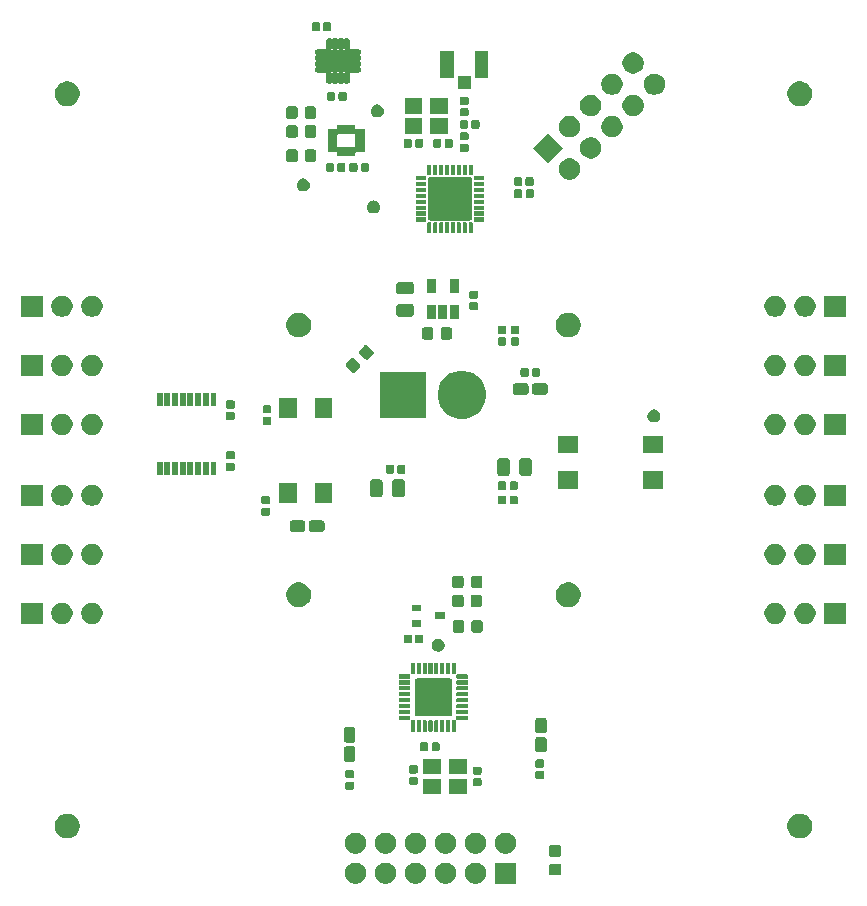
<source format=gts>
G04 #@! TF.GenerationSoftware,KiCad,Pcbnew,5.1.5*
G04 #@! TF.CreationDate,2020-04-28T07:55:38-04:00*
G04 #@! TF.ProjectId,ball-spider,62616c6c-2d73-4706-9964-65722e6b6963,rev?*
G04 #@! TF.SameCoordinates,Original*
G04 #@! TF.FileFunction,Soldermask,Top*
G04 #@! TF.FilePolarity,Negative*
%FSLAX46Y46*%
G04 Gerber Fmt 4.6, Leading zero omitted, Abs format (unit mm)*
G04 Created by KiCad (PCBNEW 5.1.5) date 2020-04-28 07:55:38*
%MOMM*%
%LPD*%
G04 APERTURE LIST*
%ADD10C,0.100000*%
G04 APERTURE END LIST*
D10*
G36*
X57000800Y-85900800D02*
G01*
X55199200Y-85900800D01*
X55199200Y-84099200D01*
X57000800Y-84099200D01*
X57000800Y-85900800D01*
G37*
G36*
X53822754Y-84133817D02*
G01*
X53986689Y-84201721D01*
X54134227Y-84300303D01*
X54259697Y-84425773D01*
X54358279Y-84573311D01*
X54426183Y-84737246D01*
X54460800Y-84911279D01*
X54460800Y-85088721D01*
X54426183Y-85262754D01*
X54358279Y-85426689D01*
X54259697Y-85574227D01*
X54134227Y-85699697D01*
X53986689Y-85798279D01*
X53822754Y-85866183D01*
X53648721Y-85900800D01*
X53471279Y-85900800D01*
X53297246Y-85866183D01*
X53133311Y-85798279D01*
X52985773Y-85699697D01*
X52860303Y-85574227D01*
X52761721Y-85426689D01*
X52693817Y-85262754D01*
X52659200Y-85088721D01*
X52659200Y-84911279D01*
X52693817Y-84737246D01*
X52761721Y-84573311D01*
X52860303Y-84425773D01*
X52985773Y-84300303D01*
X53133311Y-84201721D01*
X53297246Y-84133817D01*
X53471279Y-84099200D01*
X53648721Y-84099200D01*
X53822754Y-84133817D01*
G37*
G36*
X43662754Y-84133817D02*
G01*
X43826689Y-84201721D01*
X43974227Y-84300303D01*
X44099697Y-84425773D01*
X44198279Y-84573311D01*
X44266183Y-84737246D01*
X44300800Y-84911279D01*
X44300800Y-85088721D01*
X44266183Y-85262754D01*
X44198279Y-85426689D01*
X44099697Y-85574227D01*
X43974227Y-85699697D01*
X43826689Y-85798279D01*
X43662754Y-85866183D01*
X43488721Y-85900800D01*
X43311279Y-85900800D01*
X43137246Y-85866183D01*
X42973311Y-85798279D01*
X42825773Y-85699697D01*
X42700303Y-85574227D01*
X42601721Y-85426689D01*
X42533817Y-85262754D01*
X42499200Y-85088721D01*
X42499200Y-84911279D01*
X42533817Y-84737246D01*
X42601721Y-84573311D01*
X42700303Y-84425773D01*
X42825773Y-84300303D01*
X42973311Y-84201721D01*
X43137246Y-84133817D01*
X43311279Y-84099200D01*
X43488721Y-84099200D01*
X43662754Y-84133817D01*
G37*
G36*
X46202754Y-84133817D02*
G01*
X46366689Y-84201721D01*
X46514227Y-84300303D01*
X46639697Y-84425773D01*
X46738279Y-84573311D01*
X46806183Y-84737246D01*
X46840800Y-84911279D01*
X46840800Y-85088721D01*
X46806183Y-85262754D01*
X46738279Y-85426689D01*
X46639697Y-85574227D01*
X46514227Y-85699697D01*
X46366689Y-85798279D01*
X46202754Y-85866183D01*
X46028721Y-85900800D01*
X45851279Y-85900800D01*
X45677246Y-85866183D01*
X45513311Y-85798279D01*
X45365773Y-85699697D01*
X45240303Y-85574227D01*
X45141721Y-85426689D01*
X45073817Y-85262754D01*
X45039200Y-85088721D01*
X45039200Y-84911279D01*
X45073817Y-84737246D01*
X45141721Y-84573311D01*
X45240303Y-84425773D01*
X45365773Y-84300303D01*
X45513311Y-84201721D01*
X45677246Y-84133817D01*
X45851279Y-84099200D01*
X46028721Y-84099200D01*
X46202754Y-84133817D01*
G37*
G36*
X51282754Y-84133817D02*
G01*
X51446689Y-84201721D01*
X51594227Y-84300303D01*
X51719697Y-84425773D01*
X51818279Y-84573311D01*
X51886183Y-84737246D01*
X51920800Y-84911279D01*
X51920800Y-85088721D01*
X51886183Y-85262754D01*
X51818279Y-85426689D01*
X51719697Y-85574227D01*
X51594227Y-85699697D01*
X51446689Y-85798279D01*
X51282754Y-85866183D01*
X51108721Y-85900800D01*
X50931279Y-85900800D01*
X50757246Y-85866183D01*
X50593311Y-85798279D01*
X50445773Y-85699697D01*
X50320303Y-85574227D01*
X50221721Y-85426689D01*
X50153817Y-85262754D01*
X50119200Y-85088721D01*
X50119200Y-84911279D01*
X50153817Y-84737246D01*
X50221721Y-84573311D01*
X50320303Y-84425773D01*
X50445773Y-84300303D01*
X50593311Y-84201721D01*
X50757246Y-84133817D01*
X50931279Y-84099200D01*
X51108721Y-84099200D01*
X51282754Y-84133817D01*
G37*
G36*
X48742754Y-84133817D02*
G01*
X48906689Y-84201721D01*
X49054227Y-84300303D01*
X49179697Y-84425773D01*
X49278279Y-84573311D01*
X49346183Y-84737246D01*
X49380800Y-84911279D01*
X49380800Y-85088721D01*
X49346183Y-85262754D01*
X49278279Y-85426689D01*
X49179697Y-85574227D01*
X49054227Y-85699697D01*
X48906689Y-85798279D01*
X48742754Y-85866183D01*
X48568721Y-85900800D01*
X48391279Y-85900800D01*
X48217246Y-85866183D01*
X48053311Y-85798279D01*
X47905773Y-85699697D01*
X47780303Y-85574227D01*
X47681721Y-85426689D01*
X47613817Y-85262754D01*
X47579200Y-85088721D01*
X47579200Y-84911279D01*
X47613817Y-84737246D01*
X47681721Y-84573311D01*
X47780303Y-84425773D01*
X47905773Y-84300303D01*
X48053311Y-84201721D01*
X48217246Y-84133817D01*
X48391279Y-84099200D01*
X48568721Y-84099200D01*
X48742754Y-84133817D01*
G37*
G36*
X60649674Y-84203643D02*
G01*
X60690667Y-84216078D01*
X60728448Y-84236273D01*
X60761556Y-84263444D01*
X60788727Y-84296552D01*
X60808922Y-84334333D01*
X60821357Y-84375326D01*
X60825800Y-84420441D01*
X60825800Y-84954559D01*
X60821357Y-84999674D01*
X60808922Y-85040667D01*
X60788727Y-85078448D01*
X60761556Y-85111556D01*
X60728448Y-85138727D01*
X60690667Y-85158922D01*
X60649674Y-85171357D01*
X60604559Y-85175800D01*
X59995441Y-85175800D01*
X59950326Y-85171357D01*
X59909333Y-85158922D01*
X59871552Y-85138727D01*
X59838444Y-85111556D01*
X59811273Y-85078448D01*
X59791078Y-85040667D01*
X59778643Y-84999674D01*
X59774200Y-84954559D01*
X59774200Y-84420441D01*
X59778643Y-84375326D01*
X59791078Y-84334333D01*
X59811273Y-84296552D01*
X59838444Y-84263444D01*
X59871552Y-84236273D01*
X59909333Y-84216078D01*
X59950326Y-84203643D01*
X59995441Y-84199200D01*
X60604559Y-84199200D01*
X60649674Y-84203643D01*
G37*
G36*
X60649674Y-82628643D02*
G01*
X60690667Y-82641078D01*
X60728448Y-82661273D01*
X60761556Y-82688444D01*
X60788727Y-82721552D01*
X60808922Y-82759333D01*
X60821357Y-82800326D01*
X60825800Y-82845441D01*
X60825800Y-83379559D01*
X60821357Y-83424674D01*
X60808922Y-83465667D01*
X60788727Y-83503448D01*
X60761556Y-83536556D01*
X60728448Y-83563727D01*
X60690667Y-83583922D01*
X60649674Y-83596357D01*
X60604559Y-83600800D01*
X59995441Y-83600800D01*
X59950326Y-83596357D01*
X59909333Y-83583922D01*
X59871552Y-83563727D01*
X59838444Y-83536556D01*
X59811273Y-83503448D01*
X59791078Y-83465667D01*
X59778643Y-83424674D01*
X59774200Y-83379559D01*
X59774200Y-82845441D01*
X59778643Y-82800326D01*
X59791078Y-82759333D01*
X59811273Y-82721552D01*
X59838444Y-82688444D01*
X59871552Y-82661273D01*
X59909333Y-82641078D01*
X59950326Y-82628643D01*
X59995441Y-82624200D01*
X60604559Y-82624200D01*
X60649674Y-82628643D01*
G37*
G36*
X53822754Y-81593817D02*
G01*
X53986689Y-81661721D01*
X54134227Y-81760303D01*
X54259697Y-81885773D01*
X54358279Y-82033311D01*
X54426183Y-82197246D01*
X54460800Y-82371279D01*
X54460800Y-82548721D01*
X54426183Y-82722754D01*
X54358279Y-82886689D01*
X54259697Y-83034227D01*
X54134227Y-83159697D01*
X53986689Y-83258279D01*
X53822754Y-83326183D01*
X53648721Y-83360800D01*
X53471279Y-83360800D01*
X53297246Y-83326183D01*
X53133311Y-83258279D01*
X52985773Y-83159697D01*
X52860303Y-83034227D01*
X52761721Y-82886689D01*
X52693817Y-82722754D01*
X52659200Y-82548721D01*
X52659200Y-82371279D01*
X52693817Y-82197246D01*
X52761721Y-82033311D01*
X52860303Y-81885773D01*
X52985773Y-81760303D01*
X53133311Y-81661721D01*
X53297246Y-81593817D01*
X53471279Y-81559200D01*
X53648721Y-81559200D01*
X53822754Y-81593817D01*
G37*
G36*
X56362754Y-81593817D02*
G01*
X56526689Y-81661721D01*
X56674227Y-81760303D01*
X56799697Y-81885773D01*
X56898279Y-82033311D01*
X56966183Y-82197246D01*
X57000800Y-82371279D01*
X57000800Y-82548721D01*
X56966183Y-82722754D01*
X56898279Y-82886689D01*
X56799697Y-83034227D01*
X56674227Y-83159697D01*
X56526689Y-83258279D01*
X56362754Y-83326183D01*
X56188721Y-83360800D01*
X56011279Y-83360800D01*
X55837246Y-83326183D01*
X55673311Y-83258279D01*
X55525773Y-83159697D01*
X55400303Y-83034227D01*
X55301721Y-82886689D01*
X55233817Y-82722754D01*
X55199200Y-82548721D01*
X55199200Y-82371279D01*
X55233817Y-82197246D01*
X55301721Y-82033311D01*
X55400303Y-81885773D01*
X55525773Y-81760303D01*
X55673311Y-81661721D01*
X55837246Y-81593817D01*
X56011279Y-81559200D01*
X56188721Y-81559200D01*
X56362754Y-81593817D01*
G37*
G36*
X43662754Y-81593817D02*
G01*
X43826689Y-81661721D01*
X43974227Y-81760303D01*
X44099697Y-81885773D01*
X44198279Y-82033311D01*
X44266183Y-82197246D01*
X44300800Y-82371279D01*
X44300800Y-82548721D01*
X44266183Y-82722754D01*
X44198279Y-82886689D01*
X44099697Y-83034227D01*
X43974227Y-83159697D01*
X43826689Y-83258279D01*
X43662754Y-83326183D01*
X43488721Y-83360800D01*
X43311279Y-83360800D01*
X43137246Y-83326183D01*
X42973311Y-83258279D01*
X42825773Y-83159697D01*
X42700303Y-83034227D01*
X42601721Y-82886689D01*
X42533817Y-82722754D01*
X42499200Y-82548721D01*
X42499200Y-82371279D01*
X42533817Y-82197246D01*
X42601721Y-82033311D01*
X42700303Y-81885773D01*
X42825773Y-81760303D01*
X42973311Y-81661721D01*
X43137246Y-81593817D01*
X43311279Y-81559200D01*
X43488721Y-81559200D01*
X43662754Y-81593817D01*
G37*
G36*
X46202754Y-81593817D02*
G01*
X46366689Y-81661721D01*
X46514227Y-81760303D01*
X46639697Y-81885773D01*
X46738279Y-82033311D01*
X46806183Y-82197246D01*
X46840800Y-82371279D01*
X46840800Y-82548721D01*
X46806183Y-82722754D01*
X46738279Y-82886689D01*
X46639697Y-83034227D01*
X46514227Y-83159697D01*
X46366689Y-83258279D01*
X46202754Y-83326183D01*
X46028721Y-83360800D01*
X45851279Y-83360800D01*
X45677246Y-83326183D01*
X45513311Y-83258279D01*
X45365773Y-83159697D01*
X45240303Y-83034227D01*
X45141721Y-82886689D01*
X45073817Y-82722754D01*
X45039200Y-82548721D01*
X45039200Y-82371279D01*
X45073817Y-82197246D01*
X45141721Y-82033311D01*
X45240303Y-81885773D01*
X45365773Y-81760303D01*
X45513311Y-81661721D01*
X45677246Y-81593817D01*
X45851279Y-81559200D01*
X46028721Y-81559200D01*
X46202754Y-81593817D01*
G37*
G36*
X48742754Y-81593817D02*
G01*
X48906689Y-81661721D01*
X49054227Y-81760303D01*
X49179697Y-81885773D01*
X49278279Y-82033311D01*
X49346183Y-82197246D01*
X49380800Y-82371279D01*
X49380800Y-82548721D01*
X49346183Y-82722754D01*
X49278279Y-82886689D01*
X49179697Y-83034227D01*
X49054227Y-83159697D01*
X48906689Y-83258279D01*
X48742754Y-83326183D01*
X48568721Y-83360800D01*
X48391279Y-83360800D01*
X48217246Y-83326183D01*
X48053311Y-83258279D01*
X47905773Y-83159697D01*
X47780303Y-83034227D01*
X47681721Y-82886689D01*
X47613817Y-82722754D01*
X47579200Y-82548721D01*
X47579200Y-82371279D01*
X47613817Y-82197246D01*
X47681721Y-82033311D01*
X47780303Y-81885773D01*
X47905773Y-81760303D01*
X48053311Y-81661721D01*
X48217246Y-81593817D01*
X48391279Y-81559200D01*
X48568721Y-81559200D01*
X48742754Y-81593817D01*
G37*
G36*
X51282754Y-81593817D02*
G01*
X51446689Y-81661721D01*
X51594227Y-81760303D01*
X51719697Y-81885773D01*
X51818279Y-82033311D01*
X51886183Y-82197246D01*
X51920800Y-82371279D01*
X51920800Y-82548721D01*
X51886183Y-82722754D01*
X51818279Y-82886689D01*
X51719697Y-83034227D01*
X51594227Y-83159697D01*
X51446689Y-83258279D01*
X51282754Y-83326183D01*
X51108721Y-83360800D01*
X50931279Y-83360800D01*
X50757246Y-83326183D01*
X50593311Y-83258279D01*
X50445773Y-83159697D01*
X50320303Y-83034227D01*
X50221721Y-82886689D01*
X50153817Y-82722754D01*
X50119200Y-82548721D01*
X50119200Y-82371279D01*
X50153817Y-82197246D01*
X50221721Y-82033311D01*
X50320303Y-81885773D01*
X50445773Y-81760303D01*
X50593311Y-81661721D01*
X50757246Y-81593817D01*
X50931279Y-81559200D01*
X51108721Y-81559200D01*
X51282754Y-81593817D01*
G37*
G36*
X81313140Y-79996214D02*
G01*
X81504373Y-80075425D01*
X81676479Y-80190423D01*
X81822841Y-80336785D01*
X81937839Y-80508891D01*
X82017050Y-80700124D01*
X82057432Y-80903137D01*
X82057432Y-81110127D01*
X82017050Y-81313140D01*
X81937839Y-81504373D01*
X81822841Y-81676479D01*
X81676479Y-81822841D01*
X81504373Y-81937839D01*
X81313140Y-82017050D01*
X81110127Y-82057432D01*
X80903137Y-82057432D01*
X80700124Y-82017050D01*
X80508891Y-81937839D01*
X80336785Y-81822841D01*
X80190423Y-81676479D01*
X80075425Y-81504373D01*
X79996214Y-81313140D01*
X79955832Y-81110127D01*
X79955832Y-80903137D01*
X79996214Y-80700124D01*
X80075425Y-80508891D01*
X80190423Y-80336785D01*
X80336785Y-80190423D01*
X80508891Y-80075425D01*
X80700124Y-79996214D01*
X80903137Y-79955832D01*
X81110127Y-79955832D01*
X81313140Y-79996214D01*
G37*
G36*
X19299876Y-79996214D02*
G01*
X19491109Y-80075425D01*
X19663215Y-80190423D01*
X19809577Y-80336785D01*
X19924575Y-80508891D01*
X20003786Y-80700124D01*
X20044168Y-80903137D01*
X20044168Y-81110127D01*
X20003786Y-81313140D01*
X19924575Y-81504373D01*
X19809577Y-81676479D01*
X19663215Y-81822841D01*
X19491109Y-81937839D01*
X19299876Y-82017050D01*
X19096863Y-82057432D01*
X18889873Y-82057432D01*
X18686860Y-82017050D01*
X18495627Y-81937839D01*
X18323521Y-81822841D01*
X18177159Y-81676479D01*
X18062161Y-81504373D01*
X17982950Y-81313140D01*
X17942568Y-81110127D01*
X17942568Y-80903137D01*
X17982950Y-80700124D01*
X18062161Y-80508891D01*
X18177159Y-80336785D01*
X18323521Y-80190423D01*
X18495627Y-80075425D01*
X18686860Y-79996214D01*
X18889873Y-79955832D01*
X19096863Y-79955832D01*
X19299876Y-79996214D01*
G37*
G36*
X50650800Y-78300800D02*
G01*
X49149200Y-78300800D01*
X49149200Y-76999200D01*
X50650800Y-76999200D01*
X50650800Y-78300800D01*
G37*
G36*
X52850800Y-78300800D02*
G01*
X51349200Y-78300800D01*
X51349200Y-76999200D01*
X52850800Y-76999200D01*
X52850800Y-78300800D01*
G37*
G36*
X43152027Y-77242275D02*
G01*
X43179650Y-77250654D01*
X43205113Y-77264264D01*
X43227425Y-77282575D01*
X43245736Y-77304887D01*
X43259346Y-77330350D01*
X43267725Y-77357973D01*
X43270800Y-77389191D01*
X43270800Y-77780809D01*
X43267725Y-77812027D01*
X43259346Y-77839650D01*
X43245736Y-77865113D01*
X43227425Y-77887425D01*
X43205113Y-77905736D01*
X43179650Y-77919346D01*
X43152027Y-77927725D01*
X43120809Y-77930800D01*
X42679191Y-77930800D01*
X42647973Y-77927725D01*
X42620350Y-77919346D01*
X42594887Y-77905736D01*
X42572575Y-77887425D01*
X42554264Y-77865113D01*
X42540654Y-77839650D01*
X42532275Y-77812027D01*
X42529200Y-77780809D01*
X42529200Y-77389191D01*
X42532275Y-77357973D01*
X42540654Y-77330350D01*
X42554264Y-77304887D01*
X42572575Y-77282575D01*
X42594887Y-77264264D01*
X42620350Y-77250654D01*
X42647973Y-77242275D01*
X42679191Y-77239200D01*
X43120809Y-77239200D01*
X43152027Y-77242275D01*
G37*
G36*
X53952027Y-76942275D02*
G01*
X53979650Y-76950654D01*
X54005113Y-76964264D01*
X54027425Y-76982575D01*
X54045736Y-77004887D01*
X54059346Y-77030350D01*
X54067725Y-77057973D01*
X54070800Y-77089191D01*
X54070800Y-77480809D01*
X54067725Y-77512027D01*
X54059346Y-77539650D01*
X54045736Y-77565113D01*
X54027425Y-77587425D01*
X54005113Y-77605736D01*
X53979650Y-77619346D01*
X53952027Y-77627725D01*
X53920809Y-77630800D01*
X53479191Y-77630800D01*
X53447973Y-77627725D01*
X53420350Y-77619346D01*
X53394887Y-77605736D01*
X53372575Y-77587425D01*
X53354264Y-77565113D01*
X53340654Y-77539650D01*
X53332275Y-77512027D01*
X53329200Y-77480809D01*
X53329200Y-77089191D01*
X53332275Y-77057973D01*
X53340654Y-77030350D01*
X53354264Y-77004887D01*
X53372575Y-76982575D01*
X53394887Y-76964264D01*
X53420350Y-76950654D01*
X53447973Y-76942275D01*
X53479191Y-76939200D01*
X53920809Y-76939200D01*
X53952027Y-76942275D01*
G37*
G36*
X48552027Y-76842275D02*
G01*
X48579650Y-76850654D01*
X48605113Y-76864264D01*
X48627425Y-76882575D01*
X48645736Y-76904887D01*
X48659346Y-76930350D01*
X48667725Y-76957973D01*
X48670800Y-76989191D01*
X48670800Y-77380809D01*
X48667725Y-77412027D01*
X48659346Y-77439650D01*
X48645736Y-77465113D01*
X48627425Y-77487425D01*
X48605113Y-77505736D01*
X48579650Y-77519346D01*
X48552027Y-77527725D01*
X48520809Y-77530800D01*
X48079191Y-77530800D01*
X48047973Y-77527725D01*
X48020350Y-77519346D01*
X47994887Y-77505736D01*
X47972575Y-77487425D01*
X47954264Y-77465113D01*
X47940654Y-77439650D01*
X47932275Y-77412027D01*
X47929200Y-77380809D01*
X47929200Y-76989191D01*
X47932275Y-76957973D01*
X47940654Y-76930350D01*
X47954264Y-76904887D01*
X47972575Y-76882575D01*
X47994887Y-76864264D01*
X48020350Y-76850654D01*
X48047973Y-76842275D01*
X48079191Y-76839200D01*
X48520809Y-76839200D01*
X48552027Y-76842275D01*
G37*
G36*
X59252027Y-76342275D02*
G01*
X59279650Y-76350654D01*
X59305113Y-76364264D01*
X59327425Y-76382575D01*
X59345736Y-76404887D01*
X59359346Y-76430350D01*
X59367725Y-76457973D01*
X59370800Y-76489191D01*
X59370800Y-76880809D01*
X59367725Y-76912027D01*
X59359346Y-76939650D01*
X59345736Y-76965113D01*
X59327425Y-76987425D01*
X59305113Y-77005736D01*
X59279650Y-77019346D01*
X59252027Y-77027725D01*
X59220809Y-77030800D01*
X58779191Y-77030800D01*
X58747973Y-77027725D01*
X58720350Y-77019346D01*
X58694887Y-77005736D01*
X58672575Y-76987425D01*
X58654264Y-76965113D01*
X58640654Y-76939650D01*
X58632275Y-76912027D01*
X58629200Y-76880809D01*
X58629200Y-76489191D01*
X58632275Y-76457973D01*
X58640654Y-76430350D01*
X58654264Y-76404887D01*
X58672575Y-76382575D01*
X58694887Y-76364264D01*
X58720350Y-76350654D01*
X58747973Y-76342275D01*
X58779191Y-76339200D01*
X59220809Y-76339200D01*
X59252027Y-76342275D01*
G37*
G36*
X43152027Y-76272275D02*
G01*
X43179650Y-76280654D01*
X43205113Y-76294264D01*
X43227425Y-76312575D01*
X43245736Y-76334887D01*
X43259346Y-76360350D01*
X43267725Y-76387973D01*
X43270800Y-76419191D01*
X43270800Y-76810809D01*
X43267725Y-76842027D01*
X43259346Y-76869650D01*
X43245736Y-76895113D01*
X43227425Y-76917425D01*
X43205113Y-76935736D01*
X43179650Y-76949346D01*
X43152027Y-76957725D01*
X43120809Y-76960800D01*
X42679191Y-76960800D01*
X42647973Y-76957725D01*
X42620350Y-76949346D01*
X42594887Y-76935736D01*
X42572575Y-76917425D01*
X42554264Y-76895113D01*
X42540654Y-76869650D01*
X42532275Y-76842027D01*
X42529200Y-76810809D01*
X42529200Y-76419191D01*
X42532275Y-76387973D01*
X42540654Y-76360350D01*
X42554264Y-76334887D01*
X42572575Y-76312575D01*
X42594887Y-76294264D01*
X42620350Y-76280654D01*
X42647973Y-76272275D01*
X42679191Y-76269200D01*
X43120809Y-76269200D01*
X43152027Y-76272275D01*
G37*
G36*
X53952027Y-75972275D02*
G01*
X53979650Y-75980654D01*
X54005113Y-75994264D01*
X54027425Y-76012575D01*
X54045736Y-76034887D01*
X54059346Y-76060350D01*
X54067725Y-76087973D01*
X54070800Y-76119191D01*
X54070800Y-76510809D01*
X54067725Y-76542027D01*
X54059346Y-76569650D01*
X54045736Y-76595113D01*
X54027425Y-76617425D01*
X54005113Y-76635736D01*
X53979650Y-76649346D01*
X53952027Y-76657725D01*
X53920809Y-76660800D01*
X53479191Y-76660800D01*
X53447973Y-76657725D01*
X53420350Y-76649346D01*
X53394887Y-76635736D01*
X53372575Y-76617425D01*
X53354264Y-76595113D01*
X53340654Y-76569650D01*
X53332275Y-76542027D01*
X53329200Y-76510809D01*
X53329200Y-76119191D01*
X53332275Y-76087973D01*
X53340654Y-76060350D01*
X53354264Y-76034887D01*
X53372575Y-76012575D01*
X53394887Y-75994264D01*
X53420350Y-75980654D01*
X53447973Y-75972275D01*
X53479191Y-75969200D01*
X53920809Y-75969200D01*
X53952027Y-75972275D01*
G37*
G36*
X52850800Y-76600800D02*
G01*
X51349200Y-76600800D01*
X51349200Y-75299200D01*
X52850800Y-75299200D01*
X52850800Y-76600800D01*
G37*
G36*
X50650800Y-76600800D02*
G01*
X49149200Y-76600800D01*
X49149200Y-75299200D01*
X50650800Y-75299200D01*
X50650800Y-76600800D01*
G37*
G36*
X48552027Y-75872275D02*
G01*
X48579650Y-75880654D01*
X48605113Y-75894264D01*
X48627425Y-75912575D01*
X48645736Y-75934887D01*
X48659346Y-75960350D01*
X48667725Y-75987973D01*
X48670800Y-76019191D01*
X48670800Y-76410809D01*
X48667725Y-76442027D01*
X48659346Y-76469650D01*
X48645736Y-76495113D01*
X48627425Y-76517425D01*
X48605113Y-76535736D01*
X48579650Y-76549346D01*
X48552027Y-76557725D01*
X48520809Y-76560800D01*
X48079191Y-76560800D01*
X48047973Y-76557725D01*
X48020350Y-76549346D01*
X47994887Y-76535736D01*
X47972575Y-76517425D01*
X47954264Y-76495113D01*
X47940654Y-76469650D01*
X47932275Y-76442027D01*
X47929200Y-76410809D01*
X47929200Y-76019191D01*
X47932275Y-75987973D01*
X47940654Y-75960350D01*
X47954264Y-75934887D01*
X47972575Y-75912575D01*
X47994887Y-75894264D01*
X48020350Y-75880654D01*
X48047973Y-75872275D01*
X48079191Y-75869200D01*
X48520809Y-75869200D01*
X48552027Y-75872275D01*
G37*
G36*
X59252027Y-75372275D02*
G01*
X59279650Y-75380654D01*
X59305113Y-75394264D01*
X59327425Y-75412575D01*
X59345736Y-75434887D01*
X59359346Y-75460350D01*
X59367725Y-75487973D01*
X59370800Y-75519191D01*
X59370800Y-75910809D01*
X59367725Y-75942027D01*
X59359346Y-75969650D01*
X59345736Y-75995113D01*
X59327425Y-76017425D01*
X59305113Y-76035736D01*
X59279650Y-76049346D01*
X59252027Y-76057725D01*
X59220809Y-76060800D01*
X58779191Y-76060800D01*
X58747973Y-76057725D01*
X58720350Y-76049346D01*
X58694887Y-76035736D01*
X58672575Y-76017425D01*
X58654264Y-75995113D01*
X58640654Y-75969650D01*
X58632275Y-75942027D01*
X58629200Y-75910809D01*
X58629200Y-75519191D01*
X58632275Y-75487973D01*
X58640654Y-75460350D01*
X58654264Y-75434887D01*
X58672575Y-75412575D01*
X58694887Y-75394264D01*
X58720350Y-75380654D01*
X58747973Y-75372275D01*
X58779191Y-75369200D01*
X59220809Y-75369200D01*
X59252027Y-75372275D01*
G37*
G36*
X43204705Y-74253523D02*
G01*
X43244525Y-74265602D01*
X43281223Y-74285218D01*
X43313387Y-74311613D01*
X43339782Y-74343777D01*
X43359398Y-74380475D01*
X43371477Y-74420295D01*
X43375800Y-74464191D01*
X43375800Y-75360809D01*
X43371477Y-75404705D01*
X43359398Y-75444525D01*
X43339782Y-75481223D01*
X43313387Y-75513387D01*
X43281223Y-75539782D01*
X43244525Y-75559398D01*
X43204705Y-75571477D01*
X43160809Y-75575800D01*
X42639191Y-75575800D01*
X42595295Y-75571477D01*
X42555475Y-75559398D01*
X42518777Y-75539782D01*
X42486613Y-75513387D01*
X42460218Y-75481223D01*
X42440602Y-75444525D01*
X42428523Y-75404705D01*
X42424200Y-75360809D01*
X42424200Y-74464191D01*
X42428523Y-74420295D01*
X42440602Y-74380475D01*
X42460218Y-74343777D01*
X42486613Y-74311613D01*
X42518777Y-74285218D01*
X42555475Y-74265602D01*
X42595295Y-74253523D01*
X42639191Y-74249200D01*
X43160809Y-74249200D01*
X43204705Y-74253523D01*
G37*
G36*
X59404705Y-73453523D02*
G01*
X59444525Y-73465602D01*
X59481223Y-73485218D01*
X59513387Y-73511613D01*
X59539782Y-73543777D01*
X59559398Y-73580475D01*
X59571477Y-73620295D01*
X59575800Y-73664191D01*
X59575800Y-74560809D01*
X59571477Y-74604705D01*
X59559398Y-74644525D01*
X59539782Y-74681223D01*
X59513387Y-74713387D01*
X59481223Y-74739782D01*
X59444525Y-74759398D01*
X59404705Y-74771477D01*
X59360809Y-74775800D01*
X58839191Y-74775800D01*
X58795295Y-74771477D01*
X58755475Y-74759398D01*
X58718777Y-74739782D01*
X58686613Y-74713387D01*
X58660218Y-74681223D01*
X58640602Y-74644525D01*
X58628523Y-74604705D01*
X58624200Y-74560809D01*
X58624200Y-73664191D01*
X58628523Y-73620295D01*
X58640602Y-73580475D01*
X58660218Y-73543777D01*
X58686613Y-73511613D01*
X58718777Y-73485218D01*
X58755475Y-73465602D01*
X58795295Y-73453523D01*
X58839191Y-73449200D01*
X59360809Y-73449200D01*
X59404705Y-73453523D01*
G37*
G36*
X50412027Y-73932275D02*
G01*
X50439650Y-73940654D01*
X50465113Y-73954264D01*
X50487425Y-73972575D01*
X50505736Y-73994887D01*
X50519346Y-74020350D01*
X50527725Y-74047973D01*
X50530800Y-74079191D01*
X50530800Y-74520809D01*
X50527725Y-74552027D01*
X50519346Y-74579650D01*
X50505736Y-74605113D01*
X50487425Y-74627425D01*
X50465113Y-74645736D01*
X50439650Y-74659346D01*
X50412027Y-74667725D01*
X50380809Y-74670800D01*
X49989191Y-74670800D01*
X49957973Y-74667725D01*
X49930350Y-74659346D01*
X49904887Y-74645736D01*
X49882575Y-74627425D01*
X49864264Y-74605113D01*
X49850654Y-74579650D01*
X49842275Y-74552027D01*
X49839200Y-74520809D01*
X49839200Y-74079191D01*
X49842275Y-74047973D01*
X49850654Y-74020350D01*
X49864264Y-73994887D01*
X49882575Y-73972575D01*
X49904887Y-73954264D01*
X49930350Y-73940654D01*
X49957973Y-73932275D01*
X49989191Y-73929200D01*
X50380809Y-73929200D01*
X50412027Y-73932275D01*
G37*
G36*
X49442027Y-73932275D02*
G01*
X49469650Y-73940654D01*
X49495113Y-73954264D01*
X49517425Y-73972575D01*
X49535736Y-73994887D01*
X49549346Y-74020350D01*
X49557725Y-74047973D01*
X49560800Y-74079191D01*
X49560800Y-74520809D01*
X49557725Y-74552027D01*
X49549346Y-74579650D01*
X49535736Y-74605113D01*
X49517425Y-74627425D01*
X49495113Y-74645736D01*
X49469650Y-74659346D01*
X49442027Y-74667725D01*
X49410809Y-74670800D01*
X49019191Y-74670800D01*
X48987973Y-74667725D01*
X48960350Y-74659346D01*
X48934887Y-74645736D01*
X48912575Y-74627425D01*
X48894264Y-74605113D01*
X48880654Y-74579650D01*
X48872275Y-74552027D01*
X48869200Y-74520809D01*
X48869200Y-74079191D01*
X48872275Y-74047973D01*
X48880654Y-74020350D01*
X48894264Y-73994887D01*
X48912575Y-73972575D01*
X48934887Y-73954264D01*
X48960350Y-73940654D01*
X48987973Y-73932275D01*
X49019191Y-73929200D01*
X49410809Y-73929200D01*
X49442027Y-73932275D01*
G37*
G36*
X43204705Y-72628523D02*
G01*
X43244525Y-72640602D01*
X43281223Y-72660218D01*
X43313387Y-72686613D01*
X43339782Y-72718777D01*
X43359398Y-72755475D01*
X43371477Y-72795295D01*
X43375800Y-72839191D01*
X43375800Y-73735809D01*
X43371477Y-73779705D01*
X43359398Y-73819525D01*
X43339782Y-73856223D01*
X43313387Y-73888387D01*
X43281223Y-73914782D01*
X43244525Y-73934398D01*
X43204705Y-73946477D01*
X43160809Y-73950800D01*
X42639191Y-73950800D01*
X42595295Y-73946477D01*
X42555475Y-73934398D01*
X42518777Y-73914782D01*
X42486613Y-73888387D01*
X42460218Y-73856223D01*
X42440602Y-73819525D01*
X42428523Y-73779705D01*
X42424200Y-73735809D01*
X42424200Y-72839191D01*
X42428523Y-72795295D01*
X42440602Y-72755475D01*
X42460218Y-72718777D01*
X42486613Y-72686613D01*
X42518777Y-72660218D01*
X42555475Y-72640602D01*
X42595295Y-72628523D01*
X42639191Y-72624200D01*
X43160809Y-72624200D01*
X43204705Y-72628523D01*
G37*
G36*
X59404705Y-71828523D02*
G01*
X59444525Y-71840602D01*
X59481223Y-71860218D01*
X59513387Y-71886613D01*
X59539782Y-71918777D01*
X59559398Y-71955475D01*
X59571477Y-71995295D01*
X59575800Y-72039191D01*
X59575800Y-72935809D01*
X59571477Y-72979705D01*
X59559398Y-73019525D01*
X59539782Y-73056223D01*
X59513387Y-73088387D01*
X59481223Y-73114782D01*
X59444525Y-73134398D01*
X59404705Y-73146477D01*
X59360809Y-73150800D01*
X58839191Y-73150800D01*
X58795295Y-73146477D01*
X58755475Y-73134398D01*
X58718777Y-73114782D01*
X58686613Y-73088387D01*
X58660218Y-73056223D01*
X58640602Y-73019525D01*
X58628523Y-72979705D01*
X58624200Y-72935809D01*
X58624200Y-72039191D01*
X58628523Y-71995295D01*
X58640602Y-71955475D01*
X58660218Y-71918777D01*
X58686613Y-71886613D01*
X58718777Y-71860218D01*
X58755475Y-71840602D01*
X58795295Y-71828523D01*
X58839191Y-71824200D01*
X59360809Y-71824200D01*
X59404705Y-71828523D01*
G37*
G36*
X49375444Y-72050641D02*
G01*
X49387124Y-72054184D01*
X49397886Y-72059937D01*
X49407320Y-72067680D01*
X49415063Y-72077114D01*
X49420816Y-72087876D01*
X49424359Y-72099556D01*
X49425800Y-72114191D01*
X49425800Y-72960809D01*
X49424359Y-72975444D01*
X49420816Y-72987124D01*
X49415063Y-72997886D01*
X49407320Y-73007320D01*
X49397886Y-73015063D01*
X49387124Y-73020816D01*
X49375444Y-73024359D01*
X49360809Y-73025800D01*
X49139191Y-73025800D01*
X49124556Y-73024359D01*
X49112876Y-73020816D01*
X49102114Y-73015063D01*
X49092680Y-73007320D01*
X49084937Y-72997886D01*
X49079184Y-72987124D01*
X49075641Y-72975444D01*
X49074200Y-72960809D01*
X49074200Y-72114191D01*
X49075641Y-72099556D01*
X49079184Y-72087876D01*
X49084937Y-72077114D01*
X49092680Y-72067680D01*
X49102114Y-72059937D01*
X49112876Y-72054184D01*
X49124556Y-72050641D01*
X49139191Y-72049200D01*
X49360809Y-72049200D01*
X49375444Y-72050641D01*
G37*
G36*
X49875444Y-72050641D02*
G01*
X49887124Y-72054184D01*
X49897886Y-72059937D01*
X49907320Y-72067680D01*
X49915063Y-72077114D01*
X49920816Y-72087876D01*
X49924359Y-72099556D01*
X49925800Y-72114191D01*
X49925800Y-72960809D01*
X49924359Y-72975444D01*
X49920816Y-72987124D01*
X49915063Y-72997886D01*
X49907320Y-73007320D01*
X49897886Y-73015063D01*
X49887124Y-73020816D01*
X49875444Y-73024359D01*
X49860809Y-73025800D01*
X49639191Y-73025800D01*
X49624556Y-73024359D01*
X49612876Y-73020816D01*
X49602114Y-73015063D01*
X49592680Y-73007320D01*
X49584937Y-72997886D01*
X49579184Y-72987124D01*
X49575641Y-72975444D01*
X49574200Y-72960809D01*
X49574200Y-72114191D01*
X49575641Y-72099556D01*
X49579184Y-72087876D01*
X49584937Y-72077114D01*
X49592680Y-72067680D01*
X49602114Y-72059937D01*
X49612876Y-72054184D01*
X49624556Y-72050641D01*
X49639191Y-72049200D01*
X49860809Y-72049200D01*
X49875444Y-72050641D01*
G37*
G36*
X50375444Y-72050641D02*
G01*
X50387124Y-72054184D01*
X50397886Y-72059937D01*
X50407320Y-72067680D01*
X50415063Y-72077114D01*
X50420816Y-72087876D01*
X50424359Y-72099556D01*
X50425800Y-72114191D01*
X50425800Y-72960809D01*
X50424359Y-72975444D01*
X50420816Y-72987124D01*
X50415063Y-72997886D01*
X50407320Y-73007320D01*
X50397886Y-73015063D01*
X50387124Y-73020816D01*
X50375444Y-73024359D01*
X50360809Y-73025800D01*
X50139191Y-73025800D01*
X50124556Y-73024359D01*
X50112876Y-73020816D01*
X50102114Y-73015063D01*
X50092680Y-73007320D01*
X50084937Y-72997886D01*
X50079184Y-72987124D01*
X50075641Y-72975444D01*
X50074200Y-72960809D01*
X50074200Y-72114191D01*
X50075641Y-72099556D01*
X50079184Y-72087876D01*
X50084937Y-72077114D01*
X50092680Y-72067680D01*
X50102114Y-72059937D01*
X50112876Y-72054184D01*
X50124556Y-72050641D01*
X50139191Y-72049200D01*
X50360809Y-72049200D01*
X50375444Y-72050641D01*
G37*
G36*
X50875444Y-72050641D02*
G01*
X50887124Y-72054184D01*
X50897886Y-72059937D01*
X50907320Y-72067680D01*
X50915063Y-72077114D01*
X50920816Y-72087876D01*
X50924359Y-72099556D01*
X50925800Y-72114191D01*
X50925800Y-72960809D01*
X50924359Y-72975444D01*
X50920816Y-72987124D01*
X50915063Y-72997886D01*
X50907320Y-73007320D01*
X50897886Y-73015063D01*
X50887124Y-73020816D01*
X50875444Y-73024359D01*
X50860809Y-73025800D01*
X50639191Y-73025800D01*
X50624556Y-73024359D01*
X50612876Y-73020816D01*
X50602114Y-73015063D01*
X50592680Y-73007320D01*
X50584937Y-72997886D01*
X50579184Y-72987124D01*
X50575641Y-72975444D01*
X50574200Y-72960809D01*
X50574200Y-72114191D01*
X50575641Y-72099556D01*
X50579184Y-72087876D01*
X50584937Y-72077114D01*
X50592680Y-72067680D01*
X50602114Y-72059937D01*
X50612876Y-72054184D01*
X50624556Y-72050641D01*
X50639191Y-72049200D01*
X50860809Y-72049200D01*
X50875444Y-72050641D01*
G37*
G36*
X51375444Y-72050641D02*
G01*
X51387124Y-72054184D01*
X51397886Y-72059937D01*
X51407320Y-72067680D01*
X51415063Y-72077114D01*
X51420816Y-72087876D01*
X51424359Y-72099556D01*
X51425800Y-72114191D01*
X51425800Y-72960809D01*
X51424359Y-72975444D01*
X51420816Y-72987124D01*
X51415063Y-72997886D01*
X51407320Y-73007320D01*
X51397886Y-73015063D01*
X51387124Y-73020816D01*
X51375444Y-73024359D01*
X51360809Y-73025800D01*
X51139191Y-73025800D01*
X51124556Y-73024359D01*
X51112876Y-73020816D01*
X51102114Y-73015063D01*
X51092680Y-73007320D01*
X51084937Y-72997886D01*
X51079184Y-72987124D01*
X51075641Y-72975444D01*
X51074200Y-72960809D01*
X51074200Y-72114191D01*
X51075641Y-72099556D01*
X51079184Y-72087876D01*
X51084937Y-72077114D01*
X51092680Y-72067680D01*
X51102114Y-72059937D01*
X51112876Y-72054184D01*
X51124556Y-72050641D01*
X51139191Y-72049200D01*
X51360809Y-72049200D01*
X51375444Y-72050641D01*
G37*
G36*
X51875444Y-72050641D02*
G01*
X51891068Y-72055381D01*
X51892709Y-72056060D01*
X51902477Y-72058001D01*
X51912435Y-72057999D01*
X51918136Y-72056864D01*
X51916999Y-72062585D01*
X51917001Y-72072543D01*
X51918945Y-72082310D01*
X51919626Y-72083953D01*
X51924359Y-72099556D01*
X51925800Y-72114191D01*
X51925800Y-72960809D01*
X51924359Y-72975444D01*
X51920816Y-72987124D01*
X51915063Y-72997886D01*
X51907320Y-73007320D01*
X51897886Y-73015063D01*
X51887124Y-73020816D01*
X51875444Y-73024359D01*
X51860809Y-73025800D01*
X51639191Y-73025800D01*
X51624556Y-73024359D01*
X51612876Y-73020816D01*
X51602114Y-73015063D01*
X51592680Y-73007320D01*
X51584937Y-72997886D01*
X51579184Y-72987124D01*
X51575641Y-72975444D01*
X51574200Y-72960809D01*
X51574200Y-72114191D01*
X51575641Y-72099556D01*
X51579184Y-72087876D01*
X51584937Y-72077114D01*
X51592680Y-72067680D01*
X51602114Y-72059937D01*
X51612876Y-72054184D01*
X51624556Y-72050641D01*
X51639191Y-72049200D01*
X51860809Y-72049200D01*
X51875444Y-72050641D01*
G37*
G36*
X48375444Y-72050641D02*
G01*
X48387124Y-72054184D01*
X48397886Y-72059937D01*
X48407320Y-72067680D01*
X48415063Y-72077114D01*
X48420816Y-72087876D01*
X48424359Y-72099556D01*
X48425800Y-72114191D01*
X48425800Y-72960809D01*
X48424359Y-72975444D01*
X48420816Y-72987124D01*
X48415063Y-72997886D01*
X48407320Y-73007320D01*
X48397886Y-73015063D01*
X48387124Y-73020816D01*
X48375444Y-73024359D01*
X48360809Y-73025800D01*
X48139191Y-73025800D01*
X48124556Y-73024359D01*
X48112876Y-73020816D01*
X48102114Y-73015063D01*
X48092680Y-73007320D01*
X48084937Y-72997886D01*
X48079184Y-72987124D01*
X48075641Y-72975444D01*
X48074200Y-72960809D01*
X48074200Y-72114191D01*
X48075641Y-72099556D01*
X48080381Y-72083932D01*
X48081060Y-72082291D01*
X48083001Y-72072523D01*
X48082999Y-72062565D01*
X48081864Y-72056864D01*
X48087585Y-72058001D01*
X48097543Y-72057999D01*
X48107310Y-72056055D01*
X48108953Y-72055374D01*
X48124556Y-72050641D01*
X48139191Y-72049200D01*
X48360809Y-72049200D01*
X48375444Y-72050641D01*
G37*
G36*
X48875444Y-72050641D02*
G01*
X48887124Y-72054184D01*
X48897886Y-72059937D01*
X48907320Y-72067680D01*
X48915063Y-72077114D01*
X48920816Y-72087876D01*
X48924359Y-72099556D01*
X48925800Y-72114191D01*
X48925800Y-72960809D01*
X48924359Y-72975444D01*
X48920816Y-72987124D01*
X48915063Y-72997886D01*
X48907320Y-73007320D01*
X48897886Y-73015063D01*
X48887124Y-73020816D01*
X48875444Y-73024359D01*
X48860809Y-73025800D01*
X48639191Y-73025800D01*
X48624556Y-73024359D01*
X48612876Y-73020816D01*
X48602114Y-73015063D01*
X48592680Y-73007320D01*
X48584937Y-72997886D01*
X48579184Y-72987124D01*
X48575641Y-72975444D01*
X48574200Y-72960809D01*
X48574200Y-72114191D01*
X48575641Y-72099556D01*
X48579184Y-72087876D01*
X48584937Y-72077114D01*
X48592680Y-72067680D01*
X48602114Y-72059937D01*
X48612876Y-72054184D01*
X48624556Y-72050641D01*
X48639191Y-72049200D01*
X48860809Y-72049200D01*
X48875444Y-72050641D01*
G37*
G36*
X52875444Y-71675641D02*
G01*
X52887124Y-71679184D01*
X52897886Y-71684937D01*
X52907320Y-71692680D01*
X52915063Y-71702114D01*
X52920816Y-71712876D01*
X52924359Y-71724556D01*
X52925800Y-71739191D01*
X52925800Y-71960809D01*
X52924359Y-71975444D01*
X52920816Y-71987124D01*
X52915063Y-71997886D01*
X52907320Y-72007320D01*
X52897886Y-72015063D01*
X52887124Y-72020816D01*
X52875444Y-72024359D01*
X52860809Y-72025800D01*
X52014191Y-72025800D01*
X51999556Y-72024359D01*
X51983932Y-72019619D01*
X51982291Y-72018940D01*
X51972523Y-72016999D01*
X51962565Y-72017001D01*
X51956864Y-72018136D01*
X51958001Y-72012415D01*
X51957999Y-72002457D01*
X51956055Y-71992690D01*
X51955374Y-71991047D01*
X51950641Y-71975444D01*
X51949200Y-71960809D01*
X51949200Y-71739191D01*
X51950641Y-71724556D01*
X51954184Y-71712876D01*
X51959937Y-71702114D01*
X51967680Y-71692680D01*
X51977114Y-71684937D01*
X51987876Y-71679184D01*
X51999556Y-71675641D01*
X52014191Y-71674200D01*
X52860809Y-71674200D01*
X52875444Y-71675641D01*
G37*
G36*
X48000444Y-71675641D02*
G01*
X48012124Y-71679184D01*
X48022886Y-71684937D01*
X48032320Y-71692680D01*
X48040063Y-71702114D01*
X48045816Y-71712876D01*
X48049359Y-71724556D01*
X48050800Y-71739191D01*
X48050800Y-71960809D01*
X48049359Y-71975444D01*
X48044619Y-71991068D01*
X48043940Y-71992709D01*
X48041999Y-72002477D01*
X48042001Y-72012435D01*
X48043136Y-72018136D01*
X48037415Y-72016999D01*
X48027457Y-72017001D01*
X48017690Y-72018945D01*
X48016047Y-72019626D01*
X48000444Y-72024359D01*
X47985809Y-72025800D01*
X47139191Y-72025800D01*
X47124556Y-72024359D01*
X47112876Y-72020816D01*
X47102114Y-72015063D01*
X47092680Y-72007320D01*
X47084937Y-71997886D01*
X47079184Y-71987124D01*
X47075641Y-71975444D01*
X47074200Y-71960809D01*
X47074200Y-71739191D01*
X47075641Y-71724556D01*
X47079184Y-71712876D01*
X47084937Y-71702114D01*
X47092680Y-71692680D01*
X47102114Y-71684937D01*
X47112876Y-71679184D01*
X47124556Y-71675641D01*
X47139191Y-71674200D01*
X47985809Y-71674200D01*
X48000444Y-71675641D01*
G37*
G36*
X51427222Y-68503583D02*
G01*
X51467623Y-68515838D01*
X51504847Y-68535735D01*
X51537482Y-68562518D01*
X51564265Y-68595153D01*
X51584162Y-68632377D01*
X51596417Y-68672778D01*
X51600800Y-68717280D01*
X51600800Y-71482720D01*
X51596417Y-71527222D01*
X51584162Y-71567623D01*
X51564265Y-71604847D01*
X51537482Y-71637482D01*
X51504847Y-71664265D01*
X51467623Y-71684162D01*
X51427222Y-71696417D01*
X51382720Y-71700800D01*
X48617280Y-71700800D01*
X48572778Y-71696417D01*
X48532377Y-71684162D01*
X48495153Y-71664265D01*
X48462518Y-71637482D01*
X48435735Y-71604847D01*
X48415838Y-71567623D01*
X48403583Y-71527222D01*
X48399200Y-71482720D01*
X48399200Y-68717280D01*
X48403583Y-68672778D01*
X48415838Y-68632377D01*
X48435735Y-68595153D01*
X48462518Y-68562518D01*
X48495153Y-68535735D01*
X48532377Y-68515838D01*
X48572778Y-68503583D01*
X48617280Y-68499200D01*
X51382720Y-68499200D01*
X51427222Y-68503583D01*
G37*
G36*
X52875444Y-71175641D02*
G01*
X52887124Y-71179184D01*
X52897886Y-71184937D01*
X52907320Y-71192680D01*
X52915063Y-71202114D01*
X52920816Y-71212876D01*
X52924359Y-71224556D01*
X52925800Y-71239191D01*
X52925800Y-71460809D01*
X52924359Y-71475444D01*
X52920816Y-71487124D01*
X52915063Y-71497886D01*
X52907320Y-71507320D01*
X52897886Y-71515063D01*
X52887124Y-71520816D01*
X52875444Y-71524359D01*
X52860809Y-71525800D01*
X52014191Y-71525800D01*
X51999556Y-71524359D01*
X51987876Y-71520816D01*
X51977114Y-71515063D01*
X51967680Y-71507320D01*
X51959937Y-71497886D01*
X51954184Y-71487124D01*
X51950641Y-71475444D01*
X51949200Y-71460809D01*
X51949200Y-71239191D01*
X51950641Y-71224556D01*
X51954184Y-71212876D01*
X51959937Y-71202114D01*
X51967680Y-71192680D01*
X51977114Y-71184937D01*
X51987876Y-71179184D01*
X51999556Y-71175641D01*
X52014191Y-71174200D01*
X52860809Y-71174200D01*
X52875444Y-71175641D01*
G37*
G36*
X48000444Y-71175641D02*
G01*
X48012124Y-71179184D01*
X48022886Y-71184937D01*
X48032320Y-71192680D01*
X48040063Y-71202114D01*
X48045816Y-71212876D01*
X48049359Y-71224556D01*
X48050800Y-71239191D01*
X48050800Y-71460809D01*
X48049359Y-71475444D01*
X48045816Y-71487124D01*
X48040063Y-71497886D01*
X48032320Y-71507320D01*
X48022886Y-71515063D01*
X48012124Y-71520816D01*
X48000444Y-71524359D01*
X47985809Y-71525800D01*
X47139191Y-71525800D01*
X47124556Y-71524359D01*
X47112876Y-71520816D01*
X47102114Y-71515063D01*
X47092680Y-71507320D01*
X47084937Y-71497886D01*
X47079184Y-71487124D01*
X47075641Y-71475444D01*
X47074200Y-71460809D01*
X47074200Y-71239191D01*
X47075641Y-71224556D01*
X47079184Y-71212876D01*
X47084937Y-71202114D01*
X47092680Y-71192680D01*
X47102114Y-71184937D01*
X47112876Y-71179184D01*
X47124556Y-71175641D01*
X47139191Y-71174200D01*
X47985809Y-71174200D01*
X48000444Y-71175641D01*
G37*
G36*
X52875444Y-70675641D02*
G01*
X52887124Y-70679184D01*
X52897886Y-70684937D01*
X52907320Y-70692680D01*
X52915063Y-70702114D01*
X52920816Y-70712876D01*
X52924359Y-70724556D01*
X52925800Y-70739191D01*
X52925800Y-70960809D01*
X52924359Y-70975444D01*
X52920816Y-70987124D01*
X52915063Y-70997886D01*
X52907320Y-71007320D01*
X52897886Y-71015063D01*
X52887124Y-71020816D01*
X52875444Y-71024359D01*
X52860809Y-71025800D01*
X52014191Y-71025800D01*
X51999556Y-71024359D01*
X51987876Y-71020816D01*
X51977114Y-71015063D01*
X51967680Y-71007320D01*
X51959937Y-70997886D01*
X51954184Y-70987124D01*
X51950641Y-70975444D01*
X51949200Y-70960809D01*
X51949200Y-70739191D01*
X51950641Y-70724556D01*
X51954184Y-70712876D01*
X51959937Y-70702114D01*
X51967680Y-70692680D01*
X51977114Y-70684937D01*
X51987876Y-70679184D01*
X51999556Y-70675641D01*
X52014191Y-70674200D01*
X52860809Y-70674200D01*
X52875444Y-70675641D01*
G37*
G36*
X48000444Y-70675641D02*
G01*
X48012124Y-70679184D01*
X48022886Y-70684937D01*
X48032320Y-70692680D01*
X48040063Y-70702114D01*
X48045816Y-70712876D01*
X48049359Y-70724556D01*
X48050800Y-70739191D01*
X48050800Y-70960809D01*
X48049359Y-70975444D01*
X48045816Y-70987124D01*
X48040063Y-70997886D01*
X48032320Y-71007320D01*
X48022886Y-71015063D01*
X48012124Y-71020816D01*
X48000444Y-71024359D01*
X47985809Y-71025800D01*
X47139191Y-71025800D01*
X47124556Y-71024359D01*
X47112876Y-71020816D01*
X47102114Y-71015063D01*
X47092680Y-71007320D01*
X47084937Y-70997886D01*
X47079184Y-70987124D01*
X47075641Y-70975444D01*
X47074200Y-70960809D01*
X47074200Y-70739191D01*
X47075641Y-70724556D01*
X47079184Y-70712876D01*
X47084937Y-70702114D01*
X47092680Y-70692680D01*
X47102114Y-70684937D01*
X47112876Y-70679184D01*
X47124556Y-70675641D01*
X47139191Y-70674200D01*
X47985809Y-70674200D01*
X48000444Y-70675641D01*
G37*
G36*
X52875444Y-70175641D02*
G01*
X52887124Y-70179184D01*
X52897886Y-70184937D01*
X52907320Y-70192680D01*
X52915063Y-70202114D01*
X52920816Y-70212876D01*
X52924359Y-70224556D01*
X52925800Y-70239191D01*
X52925800Y-70460809D01*
X52924359Y-70475444D01*
X52920816Y-70487124D01*
X52915063Y-70497886D01*
X52907320Y-70507320D01*
X52897886Y-70515063D01*
X52887124Y-70520816D01*
X52875444Y-70524359D01*
X52860809Y-70525800D01*
X52014191Y-70525800D01*
X51999556Y-70524359D01*
X51987876Y-70520816D01*
X51977114Y-70515063D01*
X51967680Y-70507320D01*
X51959937Y-70497886D01*
X51954184Y-70487124D01*
X51950641Y-70475444D01*
X51949200Y-70460809D01*
X51949200Y-70239191D01*
X51950641Y-70224556D01*
X51954184Y-70212876D01*
X51959937Y-70202114D01*
X51967680Y-70192680D01*
X51977114Y-70184937D01*
X51987876Y-70179184D01*
X51999556Y-70175641D01*
X52014191Y-70174200D01*
X52860809Y-70174200D01*
X52875444Y-70175641D01*
G37*
G36*
X48000444Y-70175641D02*
G01*
X48012124Y-70179184D01*
X48022886Y-70184937D01*
X48032320Y-70192680D01*
X48040063Y-70202114D01*
X48045816Y-70212876D01*
X48049359Y-70224556D01*
X48050800Y-70239191D01*
X48050800Y-70460809D01*
X48049359Y-70475444D01*
X48045816Y-70487124D01*
X48040063Y-70497886D01*
X48032320Y-70507320D01*
X48022886Y-70515063D01*
X48012124Y-70520816D01*
X48000444Y-70524359D01*
X47985809Y-70525800D01*
X47139191Y-70525800D01*
X47124556Y-70524359D01*
X47112876Y-70520816D01*
X47102114Y-70515063D01*
X47092680Y-70507320D01*
X47084937Y-70497886D01*
X47079184Y-70487124D01*
X47075641Y-70475444D01*
X47074200Y-70460809D01*
X47074200Y-70239191D01*
X47075641Y-70224556D01*
X47079184Y-70212876D01*
X47084937Y-70202114D01*
X47092680Y-70192680D01*
X47102114Y-70184937D01*
X47112876Y-70179184D01*
X47124556Y-70175641D01*
X47139191Y-70174200D01*
X47985809Y-70174200D01*
X48000444Y-70175641D01*
G37*
G36*
X52875444Y-69675641D02*
G01*
X52887124Y-69679184D01*
X52897886Y-69684937D01*
X52907320Y-69692680D01*
X52915063Y-69702114D01*
X52920816Y-69712876D01*
X52924359Y-69724556D01*
X52925800Y-69739191D01*
X52925800Y-69960809D01*
X52924359Y-69975444D01*
X52920816Y-69987124D01*
X52915063Y-69997886D01*
X52907320Y-70007320D01*
X52897886Y-70015063D01*
X52887124Y-70020816D01*
X52875444Y-70024359D01*
X52860809Y-70025800D01*
X52014191Y-70025800D01*
X51999556Y-70024359D01*
X51987876Y-70020816D01*
X51977114Y-70015063D01*
X51967680Y-70007320D01*
X51959937Y-69997886D01*
X51954184Y-69987124D01*
X51950641Y-69975444D01*
X51949200Y-69960809D01*
X51949200Y-69739191D01*
X51950641Y-69724556D01*
X51954184Y-69712876D01*
X51959937Y-69702114D01*
X51967680Y-69692680D01*
X51977114Y-69684937D01*
X51987876Y-69679184D01*
X51999556Y-69675641D01*
X52014191Y-69674200D01*
X52860809Y-69674200D01*
X52875444Y-69675641D01*
G37*
G36*
X48000444Y-69675641D02*
G01*
X48012124Y-69679184D01*
X48022886Y-69684937D01*
X48032320Y-69692680D01*
X48040063Y-69702114D01*
X48045816Y-69712876D01*
X48049359Y-69724556D01*
X48050800Y-69739191D01*
X48050800Y-69960809D01*
X48049359Y-69975444D01*
X48045816Y-69987124D01*
X48040063Y-69997886D01*
X48032320Y-70007320D01*
X48022886Y-70015063D01*
X48012124Y-70020816D01*
X48000444Y-70024359D01*
X47985809Y-70025800D01*
X47139191Y-70025800D01*
X47124556Y-70024359D01*
X47112876Y-70020816D01*
X47102114Y-70015063D01*
X47092680Y-70007320D01*
X47084937Y-69997886D01*
X47079184Y-69987124D01*
X47075641Y-69975444D01*
X47074200Y-69960809D01*
X47074200Y-69739191D01*
X47075641Y-69724556D01*
X47079184Y-69712876D01*
X47084937Y-69702114D01*
X47092680Y-69692680D01*
X47102114Y-69684937D01*
X47112876Y-69679184D01*
X47124556Y-69675641D01*
X47139191Y-69674200D01*
X47985809Y-69674200D01*
X48000444Y-69675641D01*
G37*
G36*
X52875444Y-69175641D02*
G01*
X52887124Y-69179184D01*
X52897886Y-69184937D01*
X52907320Y-69192680D01*
X52915063Y-69202114D01*
X52920816Y-69212876D01*
X52924359Y-69224556D01*
X52925800Y-69239191D01*
X52925800Y-69460809D01*
X52924359Y-69475444D01*
X52920816Y-69487124D01*
X52915063Y-69497886D01*
X52907320Y-69507320D01*
X52897886Y-69515063D01*
X52887124Y-69520816D01*
X52875444Y-69524359D01*
X52860809Y-69525800D01*
X52014191Y-69525800D01*
X51999556Y-69524359D01*
X51987876Y-69520816D01*
X51977114Y-69515063D01*
X51967680Y-69507320D01*
X51959937Y-69497886D01*
X51954184Y-69487124D01*
X51950641Y-69475444D01*
X51949200Y-69460809D01*
X51949200Y-69239191D01*
X51950641Y-69224556D01*
X51954184Y-69212876D01*
X51959937Y-69202114D01*
X51967680Y-69192680D01*
X51977114Y-69184937D01*
X51987876Y-69179184D01*
X51999556Y-69175641D01*
X52014191Y-69174200D01*
X52860809Y-69174200D01*
X52875444Y-69175641D01*
G37*
G36*
X48000444Y-69175641D02*
G01*
X48012124Y-69179184D01*
X48022886Y-69184937D01*
X48032320Y-69192680D01*
X48040063Y-69202114D01*
X48045816Y-69212876D01*
X48049359Y-69224556D01*
X48050800Y-69239191D01*
X48050800Y-69460809D01*
X48049359Y-69475444D01*
X48045816Y-69487124D01*
X48040063Y-69497886D01*
X48032320Y-69507320D01*
X48022886Y-69515063D01*
X48012124Y-69520816D01*
X48000444Y-69524359D01*
X47985809Y-69525800D01*
X47139191Y-69525800D01*
X47124556Y-69524359D01*
X47112876Y-69520816D01*
X47102114Y-69515063D01*
X47092680Y-69507320D01*
X47084937Y-69497886D01*
X47079184Y-69487124D01*
X47075641Y-69475444D01*
X47074200Y-69460809D01*
X47074200Y-69239191D01*
X47075641Y-69224556D01*
X47079184Y-69212876D01*
X47084937Y-69202114D01*
X47092680Y-69192680D01*
X47102114Y-69184937D01*
X47112876Y-69179184D01*
X47124556Y-69175641D01*
X47139191Y-69174200D01*
X47985809Y-69174200D01*
X48000444Y-69175641D01*
G37*
G36*
X52875444Y-68675641D02*
G01*
X52887124Y-68679184D01*
X52897886Y-68684937D01*
X52907320Y-68692680D01*
X52915063Y-68702114D01*
X52920816Y-68712876D01*
X52924359Y-68724556D01*
X52925800Y-68739191D01*
X52925800Y-68960809D01*
X52924359Y-68975444D01*
X52920816Y-68987124D01*
X52915063Y-68997886D01*
X52907320Y-69007320D01*
X52897886Y-69015063D01*
X52887124Y-69020816D01*
X52875444Y-69024359D01*
X52860809Y-69025800D01*
X52014191Y-69025800D01*
X51999556Y-69024359D01*
X51987876Y-69020816D01*
X51977114Y-69015063D01*
X51967680Y-69007320D01*
X51959937Y-68997886D01*
X51954184Y-68987124D01*
X51950641Y-68975444D01*
X51949200Y-68960809D01*
X51949200Y-68739191D01*
X51950641Y-68724556D01*
X51954184Y-68712876D01*
X51959937Y-68702114D01*
X51967680Y-68692680D01*
X51977114Y-68684937D01*
X51987876Y-68679184D01*
X51999556Y-68675641D01*
X52014191Y-68674200D01*
X52860809Y-68674200D01*
X52875444Y-68675641D01*
G37*
G36*
X48000444Y-68675641D02*
G01*
X48012124Y-68679184D01*
X48022886Y-68684937D01*
X48032320Y-68692680D01*
X48040063Y-68702114D01*
X48045816Y-68712876D01*
X48049359Y-68724556D01*
X48050800Y-68739191D01*
X48050800Y-68960809D01*
X48049359Y-68975444D01*
X48045816Y-68987124D01*
X48040063Y-68997886D01*
X48032320Y-69007320D01*
X48022886Y-69015063D01*
X48012124Y-69020816D01*
X48000444Y-69024359D01*
X47985809Y-69025800D01*
X47139191Y-69025800D01*
X47124556Y-69024359D01*
X47112876Y-69020816D01*
X47102114Y-69015063D01*
X47092680Y-69007320D01*
X47084937Y-68997886D01*
X47079184Y-68987124D01*
X47075641Y-68975444D01*
X47074200Y-68960809D01*
X47074200Y-68739191D01*
X47075641Y-68724556D01*
X47079184Y-68712876D01*
X47084937Y-68702114D01*
X47092680Y-68692680D01*
X47102114Y-68684937D01*
X47112876Y-68679184D01*
X47124556Y-68675641D01*
X47139191Y-68674200D01*
X47985809Y-68674200D01*
X48000444Y-68675641D01*
G37*
G36*
X48000444Y-68175641D02*
G01*
X48016068Y-68180381D01*
X48017709Y-68181060D01*
X48027477Y-68183001D01*
X48037435Y-68182999D01*
X48043136Y-68181864D01*
X48041999Y-68187585D01*
X48042001Y-68197543D01*
X48043945Y-68207310D01*
X48044626Y-68208953D01*
X48049359Y-68224556D01*
X48050800Y-68239191D01*
X48050800Y-68460809D01*
X48049359Y-68475444D01*
X48045816Y-68487124D01*
X48040063Y-68497886D01*
X48032320Y-68507320D01*
X48022886Y-68515063D01*
X48012124Y-68520816D01*
X48000444Y-68524359D01*
X47985809Y-68525800D01*
X47139191Y-68525800D01*
X47124556Y-68524359D01*
X47112876Y-68520816D01*
X47102114Y-68515063D01*
X47092680Y-68507320D01*
X47084937Y-68497886D01*
X47079184Y-68487124D01*
X47075641Y-68475444D01*
X47074200Y-68460809D01*
X47074200Y-68239191D01*
X47075641Y-68224556D01*
X47079184Y-68212876D01*
X47084937Y-68202114D01*
X47092680Y-68192680D01*
X47102114Y-68184937D01*
X47112876Y-68179184D01*
X47124556Y-68175641D01*
X47139191Y-68174200D01*
X47985809Y-68174200D01*
X48000444Y-68175641D01*
G37*
G36*
X52875444Y-68175641D02*
G01*
X52887124Y-68179184D01*
X52897886Y-68184937D01*
X52907320Y-68192680D01*
X52915063Y-68202114D01*
X52920816Y-68212876D01*
X52924359Y-68224556D01*
X52925800Y-68239191D01*
X52925800Y-68460809D01*
X52924359Y-68475444D01*
X52920816Y-68487124D01*
X52915063Y-68497886D01*
X52907320Y-68507320D01*
X52897886Y-68515063D01*
X52887124Y-68520816D01*
X52875444Y-68524359D01*
X52860809Y-68525800D01*
X52014191Y-68525800D01*
X51999556Y-68524359D01*
X51987876Y-68520816D01*
X51977114Y-68515063D01*
X51967680Y-68507320D01*
X51959937Y-68497886D01*
X51954184Y-68487124D01*
X51950641Y-68475444D01*
X51949200Y-68460809D01*
X51949200Y-68239191D01*
X51950641Y-68224556D01*
X51955381Y-68208932D01*
X51956060Y-68207291D01*
X51958001Y-68197523D01*
X51957999Y-68187565D01*
X51956864Y-68181864D01*
X51962585Y-68183001D01*
X51972543Y-68182999D01*
X51982310Y-68181055D01*
X51983953Y-68180374D01*
X51999556Y-68175641D01*
X52014191Y-68174200D01*
X52860809Y-68174200D01*
X52875444Y-68175641D01*
G37*
G36*
X50875444Y-67175641D02*
G01*
X50887124Y-67179184D01*
X50897886Y-67184937D01*
X50907320Y-67192680D01*
X50915063Y-67202114D01*
X50920816Y-67212876D01*
X50924359Y-67224556D01*
X50925800Y-67239191D01*
X50925800Y-68085809D01*
X50924359Y-68100444D01*
X50920816Y-68112124D01*
X50915063Y-68122886D01*
X50907320Y-68132320D01*
X50897886Y-68140063D01*
X50887124Y-68145816D01*
X50875444Y-68149359D01*
X50860809Y-68150800D01*
X50639191Y-68150800D01*
X50624556Y-68149359D01*
X50612876Y-68145816D01*
X50602114Y-68140063D01*
X50592680Y-68132320D01*
X50584937Y-68122886D01*
X50579184Y-68112124D01*
X50575641Y-68100444D01*
X50574200Y-68085809D01*
X50574200Y-67239191D01*
X50575641Y-67224556D01*
X50579184Y-67212876D01*
X50584937Y-67202114D01*
X50592680Y-67192680D01*
X50602114Y-67184937D01*
X50612876Y-67179184D01*
X50624556Y-67175641D01*
X50639191Y-67174200D01*
X50860809Y-67174200D01*
X50875444Y-67175641D01*
G37*
G36*
X49875444Y-67175641D02*
G01*
X49887124Y-67179184D01*
X49897886Y-67184937D01*
X49907320Y-67192680D01*
X49915063Y-67202114D01*
X49920816Y-67212876D01*
X49924359Y-67224556D01*
X49925800Y-67239191D01*
X49925800Y-68085809D01*
X49924359Y-68100444D01*
X49920816Y-68112124D01*
X49915063Y-68122886D01*
X49907320Y-68132320D01*
X49897886Y-68140063D01*
X49887124Y-68145816D01*
X49875444Y-68149359D01*
X49860809Y-68150800D01*
X49639191Y-68150800D01*
X49624556Y-68149359D01*
X49612876Y-68145816D01*
X49602114Y-68140063D01*
X49592680Y-68132320D01*
X49584937Y-68122886D01*
X49579184Y-68112124D01*
X49575641Y-68100444D01*
X49574200Y-68085809D01*
X49574200Y-67239191D01*
X49575641Y-67224556D01*
X49579184Y-67212876D01*
X49584937Y-67202114D01*
X49592680Y-67192680D01*
X49602114Y-67184937D01*
X49612876Y-67179184D01*
X49624556Y-67175641D01*
X49639191Y-67174200D01*
X49860809Y-67174200D01*
X49875444Y-67175641D01*
G37*
G36*
X50375444Y-67175641D02*
G01*
X50387124Y-67179184D01*
X50397886Y-67184937D01*
X50407320Y-67192680D01*
X50415063Y-67202114D01*
X50420816Y-67212876D01*
X50424359Y-67224556D01*
X50425800Y-67239191D01*
X50425800Y-68085809D01*
X50424359Y-68100444D01*
X50420816Y-68112124D01*
X50415063Y-68122886D01*
X50407320Y-68132320D01*
X50397886Y-68140063D01*
X50387124Y-68145816D01*
X50375444Y-68149359D01*
X50360809Y-68150800D01*
X50139191Y-68150800D01*
X50124556Y-68149359D01*
X50112876Y-68145816D01*
X50102114Y-68140063D01*
X50092680Y-68132320D01*
X50084937Y-68122886D01*
X50079184Y-68112124D01*
X50075641Y-68100444D01*
X50074200Y-68085809D01*
X50074200Y-67239191D01*
X50075641Y-67224556D01*
X50079184Y-67212876D01*
X50084937Y-67202114D01*
X50092680Y-67192680D01*
X50102114Y-67184937D01*
X50112876Y-67179184D01*
X50124556Y-67175641D01*
X50139191Y-67174200D01*
X50360809Y-67174200D01*
X50375444Y-67175641D01*
G37*
G36*
X51375444Y-67175641D02*
G01*
X51387124Y-67179184D01*
X51397886Y-67184937D01*
X51407320Y-67192680D01*
X51415063Y-67202114D01*
X51420816Y-67212876D01*
X51424359Y-67224556D01*
X51425800Y-67239191D01*
X51425800Y-68085809D01*
X51424359Y-68100444D01*
X51420816Y-68112124D01*
X51415063Y-68122886D01*
X51407320Y-68132320D01*
X51397886Y-68140063D01*
X51387124Y-68145816D01*
X51375444Y-68149359D01*
X51360809Y-68150800D01*
X51139191Y-68150800D01*
X51124556Y-68149359D01*
X51112876Y-68145816D01*
X51102114Y-68140063D01*
X51092680Y-68132320D01*
X51084937Y-68122886D01*
X51079184Y-68112124D01*
X51075641Y-68100444D01*
X51074200Y-68085809D01*
X51074200Y-67239191D01*
X51075641Y-67224556D01*
X51079184Y-67212876D01*
X51084937Y-67202114D01*
X51092680Y-67192680D01*
X51102114Y-67184937D01*
X51112876Y-67179184D01*
X51124556Y-67175641D01*
X51139191Y-67174200D01*
X51360809Y-67174200D01*
X51375444Y-67175641D01*
G37*
G36*
X51875444Y-67175641D02*
G01*
X51887124Y-67179184D01*
X51897886Y-67184937D01*
X51907320Y-67192680D01*
X51915063Y-67202114D01*
X51920816Y-67212876D01*
X51924359Y-67224556D01*
X51925800Y-67239191D01*
X51925800Y-68085809D01*
X51924359Y-68100444D01*
X51919619Y-68116068D01*
X51918940Y-68117709D01*
X51916999Y-68127477D01*
X51917001Y-68137435D01*
X51918136Y-68143136D01*
X51912415Y-68141999D01*
X51902457Y-68142001D01*
X51892690Y-68143945D01*
X51891047Y-68144626D01*
X51875444Y-68149359D01*
X51860809Y-68150800D01*
X51639191Y-68150800D01*
X51624556Y-68149359D01*
X51612876Y-68145816D01*
X51602114Y-68140063D01*
X51592680Y-68132320D01*
X51584937Y-68122886D01*
X51579184Y-68112124D01*
X51575641Y-68100444D01*
X51574200Y-68085809D01*
X51574200Y-67239191D01*
X51575641Y-67224556D01*
X51579184Y-67212876D01*
X51584937Y-67202114D01*
X51592680Y-67192680D01*
X51602114Y-67184937D01*
X51612876Y-67179184D01*
X51624556Y-67175641D01*
X51639191Y-67174200D01*
X51860809Y-67174200D01*
X51875444Y-67175641D01*
G37*
G36*
X49375444Y-67175641D02*
G01*
X49387124Y-67179184D01*
X49397886Y-67184937D01*
X49407320Y-67192680D01*
X49415063Y-67202114D01*
X49420816Y-67212876D01*
X49424359Y-67224556D01*
X49425800Y-67239191D01*
X49425800Y-68085809D01*
X49424359Y-68100444D01*
X49420816Y-68112124D01*
X49415063Y-68122886D01*
X49407320Y-68132320D01*
X49397886Y-68140063D01*
X49387124Y-68145816D01*
X49375444Y-68149359D01*
X49360809Y-68150800D01*
X49139191Y-68150800D01*
X49124556Y-68149359D01*
X49112876Y-68145816D01*
X49102114Y-68140063D01*
X49092680Y-68132320D01*
X49084937Y-68122886D01*
X49079184Y-68112124D01*
X49075641Y-68100444D01*
X49074200Y-68085809D01*
X49074200Y-67239191D01*
X49075641Y-67224556D01*
X49079184Y-67212876D01*
X49084937Y-67202114D01*
X49092680Y-67192680D01*
X49102114Y-67184937D01*
X49112876Y-67179184D01*
X49124556Y-67175641D01*
X49139191Y-67174200D01*
X49360809Y-67174200D01*
X49375444Y-67175641D01*
G37*
G36*
X48875444Y-67175641D02*
G01*
X48887124Y-67179184D01*
X48897886Y-67184937D01*
X48907320Y-67192680D01*
X48915063Y-67202114D01*
X48920816Y-67212876D01*
X48924359Y-67224556D01*
X48925800Y-67239191D01*
X48925800Y-68085809D01*
X48924359Y-68100444D01*
X48920816Y-68112124D01*
X48915063Y-68122886D01*
X48907320Y-68132320D01*
X48897886Y-68140063D01*
X48887124Y-68145816D01*
X48875444Y-68149359D01*
X48860809Y-68150800D01*
X48639191Y-68150800D01*
X48624556Y-68149359D01*
X48612876Y-68145816D01*
X48602114Y-68140063D01*
X48592680Y-68132320D01*
X48584937Y-68122886D01*
X48579184Y-68112124D01*
X48575641Y-68100444D01*
X48574200Y-68085809D01*
X48574200Y-67239191D01*
X48575641Y-67224556D01*
X48579184Y-67212876D01*
X48584937Y-67202114D01*
X48592680Y-67192680D01*
X48602114Y-67184937D01*
X48612876Y-67179184D01*
X48624556Y-67175641D01*
X48639191Y-67174200D01*
X48860809Y-67174200D01*
X48875444Y-67175641D01*
G37*
G36*
X48375444Y-67175641D02*
G01*
X48387124Y-67179184D01*
X48397886Y-67184937D01*
X48407320Y-67192680D01*
X48415063Y-67202114D01*
X48420816Y-67212876D01*
X48424359Y-67224556D01*
X48425800Y-67239191D01*
X48425800Y-68085809D01*
X48424359Y-68100444D01*
X48420816Y-68112124D01*
X48415063Y-68122886D01*
X48407320Y-68132320D01*
X48397886Y-68140063D01*
X48387124Y-68145816D01*
X48375444Y-68149359D01*
X48360809Y-68150800D01*
X48139191Y-68150800D01*
X48124556Y-68149359D01*
X48108932Y-68144619D01*
X48107291Y-68143940D01*
X48097523Y-68141999D01*
X48087565Y-68142001D01*
X48081864Y-68143136D01*
X48083001Y-68137415D01*
X48082999Y-68127457D01*
X48081055Y-68117690D01*
X48080374Y-68116047D01*
X48075641Y-68100444D01*
X48074200Y-68085809D01*
X48074200Y-67239191D01*
X48075641Y-67224556D01*
X48079184Y-67212876D01*
X48084937Y-67202114D01*
X48092680Y-67192680D01*
X48102114Y-67184937D01*
X48112876Y-67179184D01*
X48124556Y-67175641D01*
X48139191Y-67174200D01*
X48360809Y-67174200D01*
X48375444Y-67175641D01*
G37*
G36*
X50560663Y-65150367D02*
G01*
X50660902Y-65191887D01*
X50751116Y-65252166D01*
X50827834Y-65328884D01*
X50888113Y-65419098D01*
X50929633Y-65519337D01*
X50950800Y-65625751D01*
X50950800Y-65734249D01*
X50929633Y-65840663D01*
X50888113Y-65940902D01*
X50827834Y-66031116D01*
X50751116Y-66107834D01*
X50660902Y-66168113D01*
X50560663Y-66209633D01*
X50454249Y-66230800D01*
X50345751Y-66230800D01*
X50239337Y-66209633D01*
X50139098Y-66168113D01*
X50048884Y-66107834D01*
X49972166Y-66031116D01*
X49911887Y-65940902D01*
X49870367Y-65840663D01*
X49849200Y-65734249D01*
X49849200Y-65625751D01*
X49870367Y-65519337D01*
X49911887Y-65419098D01*
X49972166Y-65328884D01*
X50048884Y-65252166D01*
X50139098Y-65191887D01*
X50239337Y-65150367D01*
X50345751Y-65129200D01*
X50454249Y-65129200D01*
X50560663Y-65150367D01*
G37*
G36*
X48052027Y-64802275D02*
G01*
X48079650Y-64810654D01*
X48105113Y-64824264D01*
X48127425Y-64842575D01*
X48145736Y-64864887D01*
X48159346Y-64890350D01*
X48167725Y-64917973D01*
X48170800Y-64949191D01*
X48170800Y-65390809D01*
X48167725Y-65422027D01*
X48159346Y-65449650D01*
X48145736Y-65475113D01*
X48127425Y-65497425D01*
X48105113Y-65515736D01*
X48079650Y-65529346D01*
X48052027Y-65537725D01*
X48020809Y-65540800D01*
X47629191Y-65540800D01*
X47597973Y-65537725D01*
X47570350Y-65529346D01*
X47544887Y-65515736D01*
X47522575Y-65497425D01*
X47504264Y-65475113D01*
X47490654Y-65449650D01*
X47482275Y-65422027D01*
X47479200Y-65390809D01*
X47479200Y-64949191D01*
X47482275Y-64917973D01*
X47490654Y-64890350D01*
X47504264Y-64864887D01*
X47522575Y-64842575D01*
X47544887Y-64824264D01*
X47570350Y-64810654D01*
X47597973Y-64802275D01*
X47629191Y-64799200D01*
X48020809Y-64799200D01*
X48052027Y-64802275D01*
G37*
G36*
X49022027Y-64802275D02*
G01*
X49049650Y-64810654D01*
X49075113Y-64824264D01*
X49097425Y-64842575D01*
X49115736Y-64864887D01*
X49129346Y-64890350D01*
X49137725Y-64917973D01*
X49140800Y-64949191D01*
X49140800Y-65390809D01*
X49137725Y-65422027D01*
X49129346Y-65449650D01*
X49115736Y-65475113D01*
X49097425Y-65497425D01*
X49075113Y-65515736D01*
X49049650Y-65529346D01*
X49022027Y-65537725D01*
X48990809Y-65540800D01*
X48599191Y-65540800D01*
X48567973Y-65537725D01*
X48540350Y-65529346D01*
X48514887Y-65515736D01*
X48492575Y-65497425D01*
X48474264Y-65475113D01*
X48460654Y-65449650D01*
X48452275Y-65422027D01*
X48449200Y-65390809D01*
X48449200Y-64949191D01*
X48452275Y-64917973D01*
X48460654Y-64890350D01*
X48474264Y-64864887D01*
X48492575Y-64842575D01*
X48514887Y-64824264D01*
X48540350Y-64810654D01*
X48567973Y-64802275D01*
X48599191Y-64799200D01*
X48990809Y-64799200D01*
X49022027Y-64802275D01*
G37*
G36*
X52424674Y-63578643D02*
G01*
X52465667Y-63591078D01*
X52503448Y-63611273D01*
X52536556Y-63638444D01*
X52563727Y-63671552D01*
X52583922Y-63709333D01*
X52596357Y-63750326D01*
X52600800Y-63795441D01*
X52600800Y-64404559D01*
X52596357Y-64449674D01*
X52583922Y-64490667D01*
X52563727Y-64528448D01*
X52536556Y-64561556D01*
X52503448Y-64588727D01*
X52465667Y-64608922D01*
X52424674Y-64621357D01*
X52379559Y-64625800D01*
X51845441Y-64625800D01*
X51800326Y-64621357D01*
X51759333Y-64608922D01*
X51721552Y-64588727D01*
X51688444Y-64561556D01*
X51661273Y-64528448D01*
X51641078Y-64490667D01*
X51628643Y-64449674D01*
X51624200Y-64404559D01*
X51624200Y-63795441D01*
X51628643Y-63750326D01*
X51641078Y-63709333D01*
X51661273Y-63671552D01*
X51688444Y-63638444D01*
X51721552Y-63611273D01*
X51759333Y-63591078D01*
X51800326Y-63578643D01*
X51845441Y-63574200D01*
X52379559Y-63574200D01*
X52424674Y-63578643D01*
G37*
G36*
X53999674Y-63578643D02*
G01*
X54040667Y-63591078D01*
X54078448Y-63611273D01*
X54111556Y-63638444D01*
X54138727Y-63671552D01*
X54158922Y-63709333D01*
X54171357Y-63750326D01*
X54175800Y-63795441D01*
X54175800Y-64404559D01*
X54171357Y-64449674D01*
X54158922Y-64490667D01*
X54138727Y-64528448D01*
X54111556Y-64561556D01*
X54078448Y-64588727D01*
X54040667Y-64608922D01*
X53999674Y-64621357D01*
X53954559Y-64625800D01*
X53420441Y-64625800D01*
X53375326Y-64621357D01*
X53334333Y-64608922D01*
X53296552Y-64588727D01*
X53263444Y-64561556D01*
X53236273Y-64528448D01*
X53216078Y-64490667D01*
X53203643Y-64449674D01*
X53199200Y-64404559D01*
X53199200Y-63795441D01*
X53203643Y-63750326D01*
X53216078Y-63709333D01*
X53236273Y-63671552D01*
X53263444Y-63638444D01*
X53296552Y-63611273D01*
X53334333Y-63591078D01*
X53375326Y-63578643D01*
X53420441Y-63574200D01*
X53954559Y-63574200D01*
X53999674Y-63578643D01*
G37*
G36*
X48950800Y-64125800D02*
G01*
X48149200Y-64125800D01*
X48149200Y-63574200D01*
X48950800Y-63574200D01*
X48950800Y-64125800D01*
G37*
G36*
X16900800Y-63900800D02*
G01*
X15099200Y-63900800D01*
X15099200Y-62099200D01*
X16900800Y-62099200D01*
X16900800Y-63900800D01*
G37*
G36*
X79182754Y-62133817D02*
G01*
X79346689Y-62201721D01*
X79494227Y-62300303D01*
X79619697Y-62425773D01*
X79718279Y-62573311D01*
X79786183Y-62737246D01*
X79820800Y-62911279D01*
X79820800Y-63088721D01*
X79786183Y-63262754D01*
X79718279Y-63426689D01*
X79619697Y-63574227D01*
X79494227Y-63699697D01*
X79346689Y-63798279D01*
X79182754Y-63866183D01*
X79008721Y-63900800D01*
X78831279Y-63900800D01*
X78657246Y-63866183D01*
X78493311Y-63798279D01*
X78345773Y-63699697D01*
X78220303Y-63574227D01*
X78121721Y-63426689D01*
X78053817Y-63262754D01*
X78019200Y-63088721D01*
X78019200Y-62911279D01*
X78053817Y-62737246D01*
X78121721Y-62573311D01*
X78220303Y-62425773D01*
X78345773Y-62300303D01*
X78493311Y-62201721D01*
X78657246Y-62133817D01*
X78831279Y-62099200D01*
X79008721Y-62099200D01*
X79182754Y-62133817D01*
G37*
G36*
X21342754Y-62133817D02*
G01*
X21506689Y-62201721D01*
X21654227Y-62300303D01*
X21779697Y-62425773D01*
X21878279Y-62573311D01*
X21946183Y-62737246D01*
X21980800Y-62911279D01*
X21980800Y-63088721D01*
X21946183Y-63262754D01*
X21878279Y-63426689D01*
X21779697Y-63574227D01*
X21654227Y-63699697D01*
X21506689Y-63798279D01*
X21342754Y-63866183D01*
X21168721Y-63900800D01*
X20991279Y-63900800D01*
X20817246Y-63866183D01*
X20653311Y-63798279D01*
X20505773Y-63699697D01*
X20380303Y-63574227D01*
X20281721Y-63426689D01*
X20213817Y-63262754D01*
X20179200Y-63088721D01*
X20179200Y-62911279D01*
X20213817Y-62737246D01*
X20281721Y-62573311D01*
X20380303Y-62425773D01*
X20505773Y-62300303D01*
X20653311Y-62201721D01*
X20817246Y-62133817D01*
X20991279Y-62099200D01*
X21168721Y-62099200D01*
X21342754Y-62133817D01*
G37*
G36*
X18802754Y-62133817D02*
G01*
X18966689Y-62201721D01*
X19114227Y-62300303D01*
X19239697Y-62425773D01*
X19338279Y-62573311D01*
X19406183Y-62737246D01*
X19440800Y-62911279D01*
X19440800Y-63088721D01*
X19406183Y-63262754D01*
X19338279Y-63426689D01*
X19239697Y-63574227D01*
X19114227Y-63699697D01*
X18966689Y-63798279D01*
X18802754Y-63866183D01*
X18628721Y-63900800D01*
X18451279Y-63900800D01*
X18277246Y-63866183D01*
X18113311Y-63798279D01*
X17965773Y-63699697D01*
X17840303Y-63574227D01*
X17741721Y-63426689D01*
X17673817Y-63262754D01*
X17639200Y-63088721D01*
X17639200Y-62911279D01*
X17673817Y-62737246D01*
X17741721Y-62573311D01*
X17840303Y-62425773D01*
X17965773Y-62300303D01*
X18113311Y-62201721D01*
X18277246Y-62133817D01*
X18451279Y-62099200D01*
X18628721Y-62099200D01*
X18802754Y-62133817D01*
G37*
G36*
X81722754Y-62133817D02*
G01*
X81886689Y-62201721D01*
X82034227Y-62300303D01*
X82159697Y-62425773D01*
X82258279Y-62573311D01*
X82326183Y-62737246D01*
X82360800Y-62911279D01*
X82360800Y-63088721D01*
X82326183Y-63262754D01*
X82258279Y-63426689D01*
X82159697Y-63574227D01*
X82034227Y-63699697D01*
X81886689Y-63798279D01*
X81722754Y-63866183D01*
X81548721Y-63900800D01*
X81371279Y-63900800D01*
X81197246Y-63866183D01*
X81033311Y-63798279D01*
X80885773Y-63699697D01*
X80760303Y-63574227D01*
X80661721Y-63426689D01*
X80593817Y-63262754D01*
X80559200Y-63088721D01*
X80559200Y-62911279D01*
X80593817Y-62737246D01*
X80661721Y-62573311D01*
X80760303Y-62425773D01*
X80885773Y-62300303D01*
X81033311Y-62201721D01*
X81197246Y-62133817D01*
X81371279Y-62099200D01*
X81548721Y-62099200D01*
X81722754Y-62133817D01*
G37*
G36*
X84900800Y-63900800D02*
G01*
X83099200Y-63900800D01*
X83099200Y-62099200D01*
X84900800Y-62099200D01*
X84900800Y-63900800D01*
G37*
G36*
X50950800Y-63475800D02*
G01*
X50149200Y-63475800D01*
X50149200Y-62924200D01*
X50950800Y-62924200D01*
X50950800Y-63475800D01*
G37*
G36*
X48950800Y-62825800D02*
G01*
X48149200Y-62825800D01*
X48149200Y-62274200D01*
X48950800Y-62274200D01*
X48950800Y-62825800D01*
G37*
G36*
X53949674Y-61428643D02*
G01*
X53990667Y-61441078D01*
X54028448Y-61461273D01*
X54061556Y-61488444D01*
X54088727Y-61521552D01*
X54108922Y-61559333D01*
X54121357Y-61600326D01*
X54125800Y-61645441D01*
X54125800Y-62254559D01*
X54121357Y-62299674D01*
X54108922Y-62340667D01*
X54088727Y-62378448D01*
X54061556Y-62411556D01*
X54028448Y-62438727D01*
X53990667Y-62458922D01*
X53949674Y-62471357D01*
X53904559Y-62475800D01*
X53370441Y-62475800D01*
X53325326Y-62471357D01*
X53284333Y-62458922D01*
X53246552Y-62438727D01*
X53213444Y-62411556D01*
X53186273Y-62378448D01*
X53166078Y-62340667D01*
X53153643Y-62299674D01*
X53149200Y-62254559D01*
X53149200Y-61645441D01*
X53153643Y-61600326D01*
X53166078Y-61559333D01*
X53186273Y-61521552D01*
X53213444Y-61488444D01*
X53246552Y-61461273D01*
X53284333Y-61441078D01*
X53325326Y-61428643D01*
X53370441Y-61424200D01*
X53904559Y-61424200D01*
X53949674Y-61428643D01*
G37*
G36*
X52374674Y-61428643D02*
G01*
X52415667Y-61441078D01*
X52453448Y-61461273D01*
X52486556Y-61488444D01*
X52513727Y-61521552D01*
X52533922Y-61559333D01*
X52546357Y-61600326D01*
X52550800Y-61645441D01*
X52550800Y-62254559D01*
X52546357Y-62299674D01*
X52533922Y-62340667D01*
X52513727Y-62378448D01*
X52486556Y-62411556D01*
X52453448Y-62438727D01*
X52415667Y-62458922D01*
X52374674Y-62471357D01*
X52329559Y-62475800D01*
X51795441Y-62475800D01*
X51750326Y-62471357D01*
X51709333Y-62458922D01*
X51671552Y-62438727D01*
X51638444Y-62411556D01*
X51611273Y-62378448D01*
X51591078Y-62340667D01*
X51578643Y-62299674D01*
X51574200Y-62254559D01*
X51574200Y-61645441D01*
X51578643Y-61600326D01*
X51591078Y-61559333D01*
X51611273Y-61521552D01*
X51638444Y-61488444D01*
X51671552Y-61461273D01*
X51709333Y-61441078D01*
X51750326Y-61428643D01*
X51795441Y-61424200D01*
X52329559Y-61424200D01*
X52374674Y-61428643D01*
G37*
G36*
X61726283Y-60409357D02*
G01*
X61917516Y-60488568D01*
X62089622Y-60603566D01*
X62235984Y-60749928D01*
X62350982Y-60922034D01*
X62430193Y-61113267D01*
X62470575Y-61316280D01*
X62470575Y-61523270D01*
X62430193Y-61726283D01*
X62350982Y-61917516D01*
X62235984Y-62089622D01*
X62089622Y-62235984D01*
X61917516Y-62350982D01*
X61726283Y-62430193D01*
X61523270Y-62470575D01*
X61316280Y-62470575D01*
X61113267Y-62430193D01*
X60922034Y-62350982D01*
X60749928Y-62235984D01*
X60603566Y-62089622D01*
X60488568Y-61917516D01*
X60409357Y-61726283D01*
X60368975Y-61523270D01*
X60368975Y-61316280D01*
X60409357Y-61113267D01*
X60488568Y-60922034D01*
X60603566Y-60749928D01*
X60749928Y-60603566D01*
X60922034Y-60488568D01*
X61113267Y-60409357D01*
X61316280Y-60368975D01*
X61523270Y-60368975D01*
X61726283Y-60409357D01*
G37*
G36*
X38886733Y-60409357D02*
G01*
X39077966Y-60488568D01*
X39250072Y-60603566D01*
X39396434Y-60749928D01*
X39511432Y-60922034D01*
X39590643Y-61113267D01*
X39631025Y-61316280D01*
X39631025Y-61523270D01*
X39590643Y-61726283D01*
X39511432Y-61917516D01*
X39396434Y-62089622D01*
X39250072Y-62235984D01*
X39077966Y-62350982D01*
X38886733Y-62430193D01*
X38683720Y-62470575D01*
X38476730Y-62470575D01*
X38273717Y-62430193D01*
X38082484Y-62350982D01*
X37910378Y-62235984D01*
X37764016Y-62089622D01*
X37649018Y-61917516D01*
X37569807Y-61726283D01*
X37529425Y-61523270D01*
X37529425Y-61316280D01*
X37569807Y-61113267D01*
X37649018Y-60922034D01*
X37764016Y-60749928D01*
X37910378Y-60603566D01*
X38082484Y-60488568D01*
X38273717Y-60409357D01*
X38476730Y-60368975D01*
X38683720Y-60368975D01*
X38886733Y-60409357D01*
G37*
G36*
X52384674Y-59808643D02*
G01*
X52425667Y-59821078D01*
X52463448Y-59841273D01*
X52496556Y-59868444D01*
X52523727Y-59901552D01*
X52543922Y-59939333D01*
X52556357Y-59980326D01*
X52560800Y-60025441D01*
X52560800Y-60634559D01*
X52556357Y-60679674D01*
X52543922Y-60720667D01*
X52523727Y-60758448D01*
X52496556Y-60791556D01*
X52463448Y-60818727D01*
X52425667Y-60838922D01*
X52384674Y-60851357D01*
X52339559Y-60855800D01*
X51805441Y-60855800D01*
X51760326Y-60851357D01*
X51719333Y-60838922D01*
X51681552Y-60818727D01*
X51648444Y-60791556D01*
X51621273Y-60758448D01*
X51601078Y-60720667D01*
X51588643Y-60679674D01*
X51584200Y-60634559D01*
X51584200Y-60025441D01*
X51588643Y-59980326D01*
X51601078Y-59939333D01*
X51621273Y-59901552D01*
X51648444Y-59868444D01*
X51681552Y-59841273D01*
X51719333Y-59821078D01*
X51760326Y-59808643D01*
X51805441Y-59804200D01*
X52339559Y-59804200D01*
X52384674Y-59808643D01*
G37*
G36*
X53959674Y-59808643D02*
G01*
X54000667Y-59821078D01*
X54038448Y-59841273D01*
X54071556Y-59868444D01*
X54098727Y-59901552D01*
X54118922Y-59939333D01*
X54131357Y-59980326D01*
X54135800Y-60025441D01*
X54135800Y-60634559D01*
X54131357Y-60679674D01*
X54118922Y-60720667D01*
X54098727Y-60758448D01*
X54071556Y-60791556D01*
X54038448Y-60818727D01*
X54000667Y-60838922D01*
X53959674Y-60851357D01*
X53914559Y-60855800D01*
X53380441Y-60855800D01*
X53335326Y-60851357D01*
X53294333Y-60838922D01*
X53256552Y-60818727D01*
X53223444Y-60791556D01*
X53196273Y-60758448D01*
X53176078Y-60720667D01*
X53163643Y-60679674D01*
X53159200Y-60634559D01*
X53159200Y-60025441D01*
X53163643Y-59980326D01*
X53176078Y-59939333D01*
X53196273Y-59901552D01*
X53223444Y-59868444D01*
X53256552Y-59841273D01*
X53294333Y-59821078D01*
X53335326Y-59808643D01*
X53380441Y-59804200D01*
X53914559Y-59804200D01*
X53959674Y-59808643D01*
G37*
G36*
X16900800Y-58900800D02*
G01*
X15099200Y-58900800D01*
X15099200Y-57099200D01*
X16900800Y-57099200D01*
X16900800Y-58900800D01*
G37*
G36*
X21342754Y-57133817D02*
G01*
X21506689Y-57201721D01*
X21654227Y-57300303D01*
X21779697Y-57425773D01*
X21878279Y-57573311D01*
X21946183Y-57737246D01*
X21980800Y-57911279D01*
X21980800Y-58088721D01*
X21946183Y-58262754D01*
X21878279Y-58426689D01*
X21779697Y-58574227D01*
X21654227Y-58699697D01*
X21506689Y-58798279D01*
X21342754Y-58866183D01*
X21168721Y-58900800D01*
X20991279Y-58900800D01*
X20817246Y-58866183D01*
X20653311Y-58798279D01*
X20505773Y-58699697D01*
X20380303Y-58574227D01*
X20281721Y-58426689D01*
X20213817Y-58262754D01*
X20179200Y-58088721D01*
X20179200Y-57911279D01*
X20213817Y-57737246D01*
X20281721Y-57573311D01*
X20380303Y-57425773D01*
X20505773Y-57300303D01*
X20653311Y-57201721D01*
X20817246Y-57133817D01*
X20991279Y-57099200D01*
X21168721Y-57099200D01*
X21342754Y-57133817D01*
G37*
G36*
X81722754Y-57133817D02*
G01*
X81886689Y-57201721D01*
X82034227Y-57300303D01*
X82159697Y-57425773D01*
X82258279Y-57573311D01*
X82326183Y-57737246D01*
X82360800Y-57911279D01*
X82360800Y-58088721D01*
X82326183Y-58262754D01*
X82258279Y-58426689D01*
X82159697Y-58574227D01*
X82034227Y-58699697D01*
X81886689Y-58798279D01*
X81722754Y-58866183D01*
X81548721Y-58900800D01*
X81371279Y-58900800D01*
X81197246Y-58866183D01*
X81033311Y-58798279D01*
X80885773Y-58699697D01*
X80760303Y-58574227D01*
X80661721Y-58426689D01*
X80593817Y-58262754D01*
X80559200Y-58088721D01*
X80559200Y-57911279D01*
X80593817Y-57737246D01*
X80661721Y-57573311D01*
X80760303Y-57425773D01*
X80885773Y-57300303D01*
X81033311Y-57201721D01*
X81197246Y-57133817D01*
X81371279Y-57099200D01*
X81548721Y-57099200D01*
X81722754Y-57133817D01*
G37*
G36*
X18802754Y-57133817D02*
G01*
X18966689Y-57201721D01*
X19114227Y-57300303D01*
X19239697Y-57425773D01*
X19338279Y-57573311D01*
X19406183Y-57737246D01*
X19440800Y-57911279D01*
X19440800Y-58088721D01*
X19406183Y-58262754D01*
X19338279Y-58426689D01*
X19239697Y-58574227D01*
X19114227Y-58699697D01*
X18966689Y-58798279D01*
X18802754Y-58866183D01*
X18628721Y-58900800D01*
X18451279Y-58900800D01*
X18277246Y-58866183D01*
X18113311Y-58798279D01*
X17965773Y-58699697D01*
X17840303Y-58574227D01*
X17741721Y-58426689D01*
X17673817Y-58262754D01*
X17639200Y-58088721D01*
X17639200Y-57911279D01*
X17673817Y-57737246D01*
X17741721Y-57573311D01*
X17840303Y-57425773D01*
X17965773Y-57300303D01*
X18113311Y-57201721D01*
X18277246Y-57133817D01*
X18451279Y-57099200D01*
X18628721Y-57099200D01*
X18802754Y-57133817D01*
G37*
G36*
X79182754Y-57133817D02*
G01*
X79346689Y-57201721D01*
X79494227Y-57300303D01*
X79619697Y-57425773D01*
X79718279Y-57573311D01*
X79786183Y-57737246D01*
X79820800Y-57911279D01*
X79820800Y-58088721D01*
X79786183Y-58262754D01*
X79718279Y-58426689D01*
X79619697Y-58574227D01*
X79494227Y-58699697D01*
X79346689Y-58798279D01*
X79182754Y-58866183D01*
X79008721Y-58900800D01*
X78831279Y-58900800D01*
X78657246Y-58866183D01*
X78493311Y-58798279D01*
X78345773Y-58699697D01*
X78220303Y-58574227D01*
X78121721Y-58426689D01*
X78053817Y-58262754D01*
X78019200Y-58088721D01*
X78019200Y-57911279D01*
X78053817Y-57737246D01*
X78121721Y-57573311D01*
X78220303Y-57425773D01*
X78345773Y-57300303D01*
X78493311Y-57201721D01*
X78657246Y-57133817D01*
X78831279Y-57099200D01*
X79008721Y-57099200D01*
X79182754Y-57133817D01*
G37*
G36*
X84900800Y-58900800D02*
G01*
X83099200Y-58900800D01*
X83099200Y-57099200D01*
X84900800Y-57099200D01*
X84900800Y-58900800D01*
G37*
G36*
X40604705Y-55128523D02*
G01*
X40644525Y-55140602D01*
X40681223Y-55160218D01*
X40713387Y-55186613D01*
X40739782Y-55218777D01*
X40759398Y-55255475D01*
X40771477Y-55295295D01*
X40775800Y-55339191D01*
X40775800Y-55860809D01*
X40771477Y-55904705D01*
X40759398Y-55944525D01*
X40739782Y-55981223D01*
X40713387Y-56013387D01*
X40681223Y-56039782D01*
X40644525Y-56059398D01*
X40604705Y-56071477D01*
X40560809Y-56075800D01*
X39664191Y-56075800D01*
X39620295Y-56071477D01*
X39580475Y-56059398D01*
X39543777Y-56039782D01*
X39511613Y-56013387D01*
X39485218Y-55981223D01*
X39465602Y-55944525D01*
X39453523Y-55904705D01*
X39449200Y-55860809D01*
X39449200Y-55339191D01*
X39453523Y-55295295D01*
X39465602Y-55255475D01*
X39485218Y-55218777D01*
X39511613Y-55186613D01*
X39543777Y-55160218D01*
X39580475Y-55140602D01*
X39620295Y-55128523D01*
X39664191Y-55124200D01*
X40560809Y-55124200D01*
X40604705Y-55128523D01*
G37*
G36*
X38979705Y-55128523D02*
G01*
X39019525Y-55140602D01*
X39056223Y-55160218D01*
X39088387Y-55186613D01*
X39114782Y-55218777D01*
X39134398Y-55255475D01*
X39146477Y-55295295D01*
X39150800Y-55339191D01*
X39150800Y-55860809D01*
X39146477Y-55904705D01*
X39134398Y-55944525D01*
X39114782Y-55981223D01*
X39088387Y-56013387D01*
X39056223Y-56039782D01*
X39019525Y-56059398D01*
X38979705Y-56071477D01*
X38935809Y-56075800D01*
X38039191Y-56075800D01*
X37995295Y-56071477D01*
X37955475Y-56059398D01*
X37918777Y-56039782D01*
X37886613Y-56013387D01*
X37860218Y-55981223D01*
X37840602Y-55944525D01*
X37828523Y-55904705D01*
X37824200Y-55860809D01*
X37824200Y-55339191D01*
X37828523Y-55295295D01*
X37840602Y-55255475D01*
X37860218Y-55218777D01*
X37886613Y-55186613D01*
X37918777Y-55160218D01*
X37955475Y-55140602D01*
X37995295Y-55128523D01*
X38039191Y-55124200D01*
X38935809Y-55124200D01*
X38979705Y-55128523D01*
G37*
G36*
X36052027Y-54042275D02*
G01*
X36079650Y-54050654D01*
X36105113Y-54064264D01*
X36127425Y-54082575D01*
X36145736Y-54104887D01*
X36159346Y-54130350D01*
X36167725Y-54157973D01*
X36170800Y-54189191D01*
X36170800Y-54580809D01*
X36167725Y-54612027D01*
X36159346Y-54639650D01*
X36145736Y-54665113D01*
X36127425Y-54687425D01*
X36105113Y-54705736D01*
X36079650Y-54719346D01*
X36052027Y-54727725D01*
X36020809Y-54730800D01*
X35579191Y-54730800D01*
X35547973Y-54727725D01*
X35520350Y-54719346D01*
X35494887Y-54705736D01*
X35472575Y-54687425D01*
X35454264Y-54665113D01*
X35440654Y-54639650D01*
X35432275Y-54612027D01*
X35429200Y-54580809D01*
X35429200Y-54189191D01*
X35432275Y-54157973D01*
X35440654Y-54130350D01*
X35454264Y-54104887D01*
X35472575Y-54082575D01*
X35494887Y-54064264D01*
X35520350Y-54050654D01*
X35547973Y-54042275D01*
X35579191Y-54039200D01*
X36020809Y-54039200D01*
X36052027Y-54042275D01*
G37*
G36*
X18802754Y-52133817D02*
G01*
X18966689Y-52201721D01*
X19114227Y-52300303D01*
X19239697Y-52425773D01*
X19338279Y-52573311D01*
X19406183Y-52737246D01*
X19440800Y-52911279D01*
X19440800Y-53088721D01*
X19406183Y-53262754D01*
X19338279Y-53426689D01*
X19239697Y-53574227D01*
X19114227Y-53699697D01*
X18966689Y-53798279D01*
X18802754Y-53866183D01*
X18628721Y-53900800D01*
X18451279Y-53900800D01*
X18277246Y-53866183D01*
X18113311Y-53798279D01*
X17965773Y-53699697D01*
X17840303Y-53574227D01*
X17741721Y-53426689D01*
X17673817Y-53262754D01*
X17639200Y-53088721D01*
X17639200Y-52911279D01*
X17673817Y-52737246D01*
X17741721Y-52573311D01*
X17840303Y-52425773D01*
X17965773Y-52300303D01*
X18113311Y-52201721D01*
X18277246Y-52133817D01*
X18451279Y-52099200D01*
X18628721Y-52099200D01*
X18802754Y-52133817D01*
G37*
G36*
X81722754Y-52133817D02*
G01*
X81886689Y-52201721D01*
X82034227Y-52300303D01*
X82159697Y-52425773D01*
X82258279Y-52573311D01*
X82326183Y-52737246D01*
X82360800Y-52911279D01*
X82360800Y-53088721D01*
X82326183Y-53262754D01*
X82258279Y-53426689D01*
X82159697Y-53574227D01*
X82034227Y-53699697D01*
X81886689Y-53798279D01*
X81722754Y-53866183D01*
X81548721Y-53900800D01*
X81371279Y-53900800D01*
X81197246Y-53866183D01*
X81033311Y-53798279D01*
X80885773Y-53699697D01*
X80760303Y-53574227D01*
X80661721Y-53426689D01*
X80593817Y-53262754D01*
X80559200Y-53088721D01*
X80559200Y-52911279D01*
X80593817Y-52737246D01*
X80661721Y-52573311D01*
X80760303Y-52425773D01*
X80885773Y-52300303D01*
X81033311Y-52201721D01*
X81197246Y-52133817D01*
X81371279Y-52099200D01*
X81548721Y-52099200D01*
X81722754Y-52133817D01*
G37*
G36*
X16900800Y-53900800D02*
G01*
X15099200Y-53900800D01*
X15099200Y-52099200D01*
X16900800Y-52099200D01*
X16900800Y-53900800D01*
G37*
G36*
X21342754Y-52133817D02*
G01*
X21506689Y-52201721D01*
X21654227Y-52300303D01*
X21779697Y-52425773D01*
X21878279Y-52573311D01*
X21946183Y-52737246D01*
X21980800Y-52911279D01*
X21980800Y-53088721D01*
X21946183Y-53262754D01*
X21878279Y-53426689D01*
X21779697Y-53574227D01*
X21654227Y-53699697D01*
X21506689Y-53798279D01*
X21342754Y-53866183D01*
X21168721Y-53900800D01*
X20991279Y-53900800D01*
X20817246Y-53866183D01*
X20653311Y-53798279D01*
X20505773Y-53699697D01*
X20380303Y-53574227D01*
X20281721Y-53426689D01*
X20213817Y-53262754D01*
X20179200Y-53088721D01*
X20179200Y-52911279D01*
X20213817Y-52737246D01*
X20281721Y-52573311D01*
X20380303Y-52425773D01*
X20505773Y-52300303D01*
X20653311Y-52201721D01*
X20817246Y-52133817D01*
X20991279Y-52099200D01*
X21168721Y-52099200D01*
X21342754Y-52133817D01*
G37*
G36*
X79182754Y-52133817D02*
G01*
X79346689Y-52201721D01*
X79494227Y-52300303D01*
X79619697Y-52425773D01*
X79718279Y-52573311D01*
X79786183Y-52737246D01*
X79820800Y-52911279D01*
X79820800Y-53088721D01*
X79786183Y-53262754D01*
X79718279Y-53426689D01*
X79619697Y-53574227D01*
X79494227Y-53699697D01*
X79346689Y-53798279D01*
X79182754Y-53866183D01*
X79008721Y-53900800D01*
X78831279Y-53900800D01*
X78657246Y-53866183D01*
X78493311Y-53798279D01*
X78345773Y-53699697D01*
X78220303Y-53574227D01*
X78121721Y-53426689D01*
X78053817Y-53262754D01*
X78019200Y-53088721D01*
X78019200Y-52911279D01*
X78053817Y-52737246D01*
X78121721Y-52573311D01*
X78220303Y-52425773D01*
X78345773Y-52300303D01*
X78493311Y-52201721D01*
X78657246Y-52133817D01*
X78831279Y-52099200D01*
X79008721Y-52099200D01*
X79182754Y-52133817D01*
G37*
G36*
X84900800Y-53900800D02*
G01*
X83099200Y-53900800D01*
X83099200Y-52099200D01*
X84900800Y-52099200D01*
X84900800Y-53900800D01*
G37*
G36*
X57012027Y-53032275D02*
G01*
X57039650Y-53040654D01*
X57065113Y-53054264D01*
X57087425Y-53072575D01*
X57105736Y-53094887D01*
X57119346Y-53120350D01*
X57127725Y-53147973D01*
X57130800Y-53179191D01*
X57130800Y-53620809D01*
X57127725Y-53652027D01*
X57119346Y-53679650D01*
X57105736Y-53705113D01*
X57087425Y-53727425D01*
X57065113Y-53745736D01*
X57039650Y-53759346D01*
X57012027Y-53767725D01*
X56980809Y-53770800D01*
X56589191Y-53770800D01*
X56557973Y-53767725D01*
X56530350Y-53759346D01*
X56504887Y-53745736D01*
X56482575Y-53727425D01*
X56464264Y-53705113D01*
X56450654Y-53679650D01*
X56442275Y-53652027D01*
X56439200Y-53620809D01*
X56439200Y-53179191D01*
X56442275Y-53147973D01*
X56450654Y-53120350D01*
X56464264Y-53094887D01*
X56482575Y-53072575D01*
X56504887Y-53054264D01*
X56530350Y-53040654D01*
X56557973Y-53032275D01*
X56589191Y-53029200D01*
X56980809Y-53029200D01*
X57012027Y-53032275D01*
G37*
G36*
X56042027Y-53032275D02*
G01*
X56069650Y-53040654D01*
X56095113Y-53054264D01*
X56117425Y-53072575D01*
X56135736Y-53094887D01*
X56149346Y-53120350D01*
X56157725Y-53147973D01*
X56160800Y-53179191D01*
X56160800Y-53620809D01*
X56157725Y-53652027D01*
X56149346Y-53679650D01*
X56135736Y-53705113D01*
X56117425Y-53727425D01*
X56095113Y-53745736D01*
X56069650Y-53759346D01*
X56042027Y-53767725D01*
X56010809Y-53770800D01*
X55619191Y-53770800D01*
X55587973Y-53767725D01*
X55560350Y-53759346D01*
X55534887Y-53745736D01*
X55512575Y-53727425D01*
X55494264Y-53705113D01*
X55480654Y-53679650D01*
X55472275Y-53652027D01*
X55469200Y-53620809D01*
X55469200Y-53179191D01*
X55472275Y-53147973D01*
X55480654Y-53120350D01*
X55494264Y-53094887D01*
X55512575Y-53072575D01*
X55534887Y-53054264D01*
X55560350Y-53040654D01*
X55587973Y-53032275D01*
X55619191Y-53029200D01*
X56010809Y-53029200D01*
X56042027Y-53032275D01*
G37*
G36*
X36052027Y-53072275D02*
G01*
X36079650Y-53080654D01*
X36105113Y-53094264D01*
X36127425Y-53112575D01*
X36145736Y-53134887D01*
X36159346Y-53160350D01*
X36167725Y-53187973D01*
X36170800Y-53219191D01*
X36170800Y-53610809D01*
X36167725Y-53642027D01*
X36159346Y-53669650D01*
X36145736Y-53695113D01*
X36127425Y-53717425D01*
X36105113Y-53735736D01*
X36079650Y-53749346D01*
X36052027Y-53757725D01*
X36020809Y-53760800D01*
X35579191Y-53760800D01*
X35547973Y-53757725D01*
X35520350Y-53749346D01*
X35494887Y-53735736D01*
X35472575Y-53717425D01*
X35454264Y-53695113D01*
X35440654Y-53669650D01*
X35432275Y-53642027D01*
X35429200Y-53610809D01*
X35429200Y-53219191D01*
X35432275Y-53187973D01*
X35440654Y-53160350D01*
X35454264Y-53134887D01*
X35472575Y-53112575D01*
X35494887Y-53094264D01*
X35520350Y-53080654D01*
X35547973Y-53072275D01*
X35579191Y-53069200D01*
X36020809Y-53069200D01*
X36052027Y-53072275D01*
G37*
G36*
X38450800Y-53650800D02*
G01*
X36949200Y-53650800D01*
X36949200Y-51949200D01*
X38450800Y-51949200D01*
X38450800Y-53650800D01*
G37*
G36*
X41450800Y-53650800D02*
G01*
X39949200Y-53650800D01*
X39949200Y-51949200D01*
X41450800Y-51949200D01*
X41450800Y-53650800D01*
G37*
G36*
X45504552Y-51654124D02*
G01*
X45550237Y-51667982D01*
X45592333Y-51690483D01*
X45629234Y-51720766D01*
X45659517Y-51757667D01*
X45682018Y-51799763D01*
X45695876Y-51845448D01*
X45700800Y-51895442D01*
X45700800Y-52904558D01*
X45695876Y-52954552D01*
X45682018Y-53000237D01*
X45659517Y-53042333D01*
X45629234Y-53079234D01*
X45592333Y-53109517D01*
X45550237Y-53132018D01*
X45504552Y-53145876D01*
X45454558Y-53150800D01*
X44870442Y-53150800D01*
X44820448Y-53145876D01*
X44774763Y-53132018D01*
X44732667Y-53109517D01*
X44695766Y-53079234D01*
X44665483Y-53042333D01*
X44642982Y-53000237D01*
X44629124Y-52954552D01*
X44624200Y-52904558D01*
X44624200Y-51895442D01*
X44629124Y-51845448D01*
X44642982Y-51799763D01*
X44665483Y-51757667D01*
X44695766Y-51720766D01*
X44732667Y-51690483D01*
X44774763Y-51667982D01*
X44820448Y-51654124D01*
X44870442Y-51649200D01*
X45454558Y-51649200D01*
X45504552Y-51654124D01*
G37*
G36*
X47379552Y-51654124D02*
G01*
X47425237Y-51667982D01*
X47467333Y-51690483D01*
X47504234Y-51720766D01*
X47534517Y-51757667D01*
X47557018Y-51799763D01*
X47570876Y-51845448D01*
X47575800Y-51895442D01*
X47575800Y-52904558D01*
X47570876Y-52954552D01*
X47557018Y-53000237D01*
X47534517Y-53042333D01*
X47504234Y-53079234D01*
X47467333Y-53109517D01*
X47425237Y-53132018D01*
X47379552Y-53145876D01*
X47329558Y-53150800D01*
X46745442Y-53150800D01*
X46695448Y-53145876D01*
X46649763Y-53132018D01*
X46607667Y-53109517D01*
X46570766Y-53079234D01*
X46540483Y-53042333D01*
X46517982Y-53000237D01*
X46504124Y-52954552D01*
X46499200Y-52904558D01*
X46499200Y-51895442D01*
X46504124Y-51845448D01*
X46517982Y-51799763D01*
X46540483Y-51757667D01*
X46570766Y-51720766D01*
X46607667Y-51690483D01*
X46649763Y-51667982D01*
X46695448Y-51654124D01*
X46745442Y-51649200D01*
X47329558Y-51649200D01*
X47379552Y-51654124D01*
G37*
G36*
X56042027Y-51832275D02*
G01*
X56069650Y-51840654D01*
X56095113Y-51854264D01*
X56117425Y-51872575D01*
X56135736Y-51894887D01*
X56149346Y-51920350D01*
X56157725Y-51947973D01*
X56160800Y-51979191D01*
X56160800Y-52420809D01*
X56157725Y-52452027D01*
X56149346Y-52479650D01*
X56135736Y-52505113D01*
X56117425Y-52527425D01*
X56095113Y-52545736D01*
X56069650Y-52559346D01*
X56042027Y-52567725D01*
X56010809Y-52570800D01*
X55619191Y-52570800D01*
X55587973Y-52567725D01*
X55560350Y-52559346D01*
X55534887Y-52545736D01*
X55512575Y-52527425D01*
X55494264Y-52505113D01*
X55480654Y-52479650D01*
X55472275Y-52452027D01*
X55469200Y-52420809D01*
X55469200Y-51979191D01*
X55472275Y-51947973D01*
X55480654Y-51920350D01*
X55494264Y-51894887D01*
X55512575Y-51872575D01*
X55534887Y-51854264D01*
X55560350Y-51840654D01*
X55587973Y-51832275D01*
X55619191Y-51829200D01*
X56010809Y-51829200D01*
X56042027Y-51832275D01*
G37*
G36*
X57012027Y-51832275D02*
G01*
X57039650Y-51840654D01*
X57065113Y-51854264D01*
X57087425Y-51872575D01*
X57105736Y-51894887D01*
X57119346Y-51920350D01*
X57127725Y-51947973D01*
X57130800Y-51979191D01*
X57130800Y-52420809D01*
X57127725Y-52452027D01*
X57119346Y-52479650D01*
X57105736Y-52505113D01*
X57087425Y-52527425D01*
X57065113Y-52545736D01*
X57039650Y-52559346D01*
X57012027Y-52567725D01*
X56980809Y-52570800D01*
X56589191Y-52570800D01*
X56557973Y-52567725D01*
X56530350Y-52559346D01*
X56504887Y-52545736D01*
X56482575Y-52527425D01*
X56464264Y-52505113D01*
X56450654Y-52479650D01*
X56442275Y-52452027D01*
X56439200Y-52420809D01*
X56439200Y-51979191D01*
X56442275Y-51947973D01*
X56450654Y-51920350D01*
X56464264Y-51894887D01*
X56482575Y-51872575D01*
X56504887Y-51854264D01*
X56530350Y-51840654D01*
X56557973Y-51832275D01*
X56589191Y-51829200D01*
X56980809Y-51829200D01*
X57012027Y-51832275D01*
G37*
G36*
X62250800Y-52450800D02*
G01*
X60549200Y-52450800D01*
X60549200Y-50949200D01*
X62250800Y-50949200D01*
X62250800Y-52450800D01*
G37*
G36*
X69450800Y-52450800D02*
G01*
X67749200Y-52450800D01*
X67749200Y-50949200D01*
X69450800Y-50949200D01*
X69450800Y-52450800D01*
G37*
G36*
X56267052Y-49854124D02*
G01*
X56312737Y-49867982D01*
X56354833Y-49890483D01*
X56391734Y-49920766D01*
X56422017Y-49957667D01*
X56444518Y-49999763D01*
X56458376Y-50045448D01*
X56463300Y-50095442D01*
X56463300Y-51104558D01*
X56458376Y-51154552D01*
X56444518Y-51200237D01*
X56422017Y-51242333D01*
X56391734Y-51279234D01*
X56354833Y-51309517D01*
X56312737Y-51332018D01*
X56267052Y-51345876D01*
X56217058Y-51350800D01*
X55632942Y-51350800D01*
X55582948Y-51345876D01*
X55537263Y-51332018D01*
X55495167Y-51309517D01*
X55458266Y-51279234D01*
X55427983Y-51242333D01*
X55405482Y-51200237D01*
X55391624Y-51154552D01*
X55386700Y-51104558D01*
X55386700Y-50095442D01*
X55391624Y-50045448D01*
X55405482Y-49999763D01*
X55427983Y-49957667D01*
X55458266Y-49920766D01*
X55495167Y-49890483D01*
X55537263Y-49867982D01*
X55582948Y-49854124D01*
X55632942Y-49849200D01*
X56217058Y-49849200D01*
X56267052Y-49854124D01*
G37*
G36*
X58142052Y-49854124D02*
G01*
X58187737Y-49867982D01*
X58229833Y-49890483D01*
X58266734Y-49920766D01*
X58297017Y-49957667D01*
X58319518Y-49999763D01*
X58333376Y-50045448D01*
X58338300Y-50095442D01*
X58338300Y-51104558D01*
X58333376Y-51154552D01*
X58319518Y-51200237D01*
X58297017Y-51242333D01*
X58266734Y-51279234D01*
X58229833Y-51309517D01*
X58187737Y-51332018D01*
X58142052Y-51345876D01*
X58092058Y-51350800D01*
X57507942Y-51350800D01*
X57457948Y-51345876D01*
X57412263Y-51332018D01*
X57370167Y-51309517D01*
X57333266Y-51279234D01*
X57302983Y-51242333D01*
X57280482Y-51200237D01*
X57266624Y-51154552D01*
X57261700Y-51104558D01*
X57261700Y-50095442D01*
X57266624Y-50045448D01*
X57280482Y-49999763D01*
X57302983Y-49957667D01*
X57333266Y-49920766D01*
X57370167Y-49890483D01*
X57412263Y-49867982D01*
X57457948Y-49854124D01*
X57507942Y-49849200D01*
X58092058Y-49849200D01*
X58142052Y-49854124D01*
G37*
G36*
X29025800Y-51250800D02*
G01*
X28524200Y-51250800D01*
X28524200Y-50149200D01*
X29025800Y-50149200D01*
X29025800Y-51250800D01*
G37*
G36*
X27075800Y-51250800D02*
G01*
X26574200Y-51250800D01*
X26574200Y-50149200D01*
X27075800Y-50149200D01*
X27075800Y-51250800D01*
G37*
G36*
X30325800Y-51250800D02*
G01*
X29824200Y-51250800D01*
X29824200Y-50149200D01*
X30325800Y-50149200D01*
X30325800Y-51250800D01*
G37*
G36*
X27725800Y-51250800D02*
G01*
X27224200Y-51250800D01*
X27224200Y-50149200D01*
X27725800Y-50149200D01*
X27725800Y-51250800D01*
G37*
G36*
X28375800Y-51250800D02*
G01*
X27874200Y-51250800D01*
X27874200Y-50149200D01*
X28375800Y-50149200D01*
X28375800Y-51250800D01*
G37*
G36*
X29675800Y-51250800D02*
G01*
X29174200Y-51250800D01*
X29174200Y-50149200D01*
X29675800Y-50149200D01*
X29675800Y-51250800D01*
G37*
G36*
X31625800Y-51250800D02*
G01*
X31124200Y-51250800D01*
X31124200Y-50149200D01*
X31625800Y-50149200D01*
X31625800Y-51250800D01*
G37*
G36*
X30975800Y-51250800D02*
G01*
X30474200Y-51250800D01*
X30474200Y-50149200D01*
X30975800Y-50149200D01*
X30975800Y-51250800D01*
G37*
G36*
X47512027Y-50432275D02*
G01*
X47539650Y-50440654D01*
X47565113Y-50454264D01*
X47587425Y-50472575D01*
X47605736Y-50494887D01*
X47619346Y-50520350D01*
X47627725Y-50547973D01*
X47630800Y-50579191D01*
X47630800Y-51020809D01*
X47627725Y-51052027D01*
X47619346Y-51079650D01*
X47605736Y-51105113D01*
X47587425Y-51127425D01*
X47565113Y-51145736D01*
X47539650Y-51159346D01*
X47512027Y-51167725D01*
X47480809Y-51170800D01*
X47089191Y-51170800D01*
X47057973Y-51167725D01*
X47030350Y-51159346D01*
X47004887Y-51145736D01*
X46982575Y-51127425D01*
X46964264Y-51105113D01*
X46950654Y-51079650D01*
X46942275Y-51052027D01*
X46939200Y-51020809D01*
X46939200Y-50579191D01*
X46942275Y-50547973D01*
X46950654Y-50520350D01*
X46964264Y-50494887D01*
X46982575Y-50472575D01*
X47004887Y-50454264D01*
X47030350Y-50440654D01*
X47057973Y-50432275D01*
X47089191Y-50429200D01*
X47480809Y-50429200D01*
X47512027Y-50432275D01*
G37*
G36*
X46542027Y-50432275D02*
G01*
X46569650Y-50440654D01*
X46595113Y-50454264D01*
X46617425Y-50472575D01*
X46635736Y-50494887D01*
X46649346Y-50520350D01*
X46657725Y-50547973D01*
X46660800Y-50579191D01*
X46660800Y-51020809D01*
X46657725Y-51052027D01*
X46649346Y-51079650D01*
X46635736Y-51105113D01*
X46617425Y-51127425D01*
X46595113Y-51145736D01*
X46569650Y-51159346D01*
X46542027Y-51167725D01*
X46510809Y-51170800D01*
X46119191Y-51170800D01*
X46087973Y-51167725D01*
X46060350Y-51159346D01*
X46034887Y-51145736D01*
X46012575Y-51127425D01*
X45994264Y-51105113D01*
X45980654Y-51079650D01*
X45972275Y-51052027D01*
X45969200Y-51020809D01*
X45969200Y-50579191D01*
X45972275Y-50547973D01*
X45980654Y-50520350D01*
X45994264Y-50494887D01*
X46012575Y-50472575D01*
X46034887Y-50454264D01*
X46060350Y-50440654D01*
X46087973Y-50432275D01*
X46119191Y-50429200D01*
X46510809Y-50429200D01*
X46542027Y-50432275D01*
G37*
G36*
X33052027Y-50242275D02*
G01*
X33079650Y-50250654D01*
X33105113Y-50264264D01*
X33127425Y-50282575D01*
X33145736Y-50304887D01*
X33159346Y-50330350D01*
X33167725Y-50357973D01*
X33170800Y-50389191D01*
X33170800Y-50780809D01*
X33167725Y-50812027D01*
X33159346Y-50839650D01*
X33145736Y-50865113D01*
X33127425Y-50887425D01*
X33105113Y-50905736D01*
X33079650Y-50919346D01*
X33052027Y-50927725D01*
X33020809Y-50930800D01*
X32579191Y-50930800D01*
X32547973Y-50927725D01*
X32520350Y-50919346D01*
X32494887Y-50905736D01*
X32472575Y-50887425D01*
X32454264Y-50865113D01*
X32440654Y-50839650D01*
X32432275Y-50812027D01*
X32429200Y-50780809D01*
X32429200Y-50389191D01*
X32432275Y-50357973D01*
X32440654Y-50330350D01*
X32454264Y-50304887D01*
X32472575Y-50282575D01*
X32494887Y-50264264D01*
X32520350Y-50250654D01*
X32547973Y-50242275D01*
X32579191Y-50239200D01*
X33020809Y-50239200D01*
X33052027Y-50242275D01*
G37*
G36*
X33052027Y-49272275D02*
G01*
X33079650Y-49280654D01*
X33105113Y-49294264D01*
X33127425Y-49312575D01*
X33145736Y-49334887D01*
X33159346Y-49360350D01*
X33167725Y-49387973D01*
X33170800Y-49419191D01*
X33170800Y-49810809D01*
X33167725Y-49842027D01*
X33159346Y-49869650D01*
X33145736Y-49895113D01*
X33127425Y-49917425D01*
X33105113Y-49935736D01*
X33079650Y-49949346D01*
X33052027Y-49957725D01*
X33020809Y-49960800D01*
X32579191Y-49960800D01*
X32547973Y-49957725D01*
X32520350Y-49949346D01*
X32494887Y-49935736D01*
X32472575Y-49917425D01*
X32454264Y-49895113D01*
X32440654Y-49869650D01*
X32432275Y-49842027D01*
X32429200Y-49810809D01*
X32429200Y-49419191D01*
X32432275Y-49387973D01*
X32440654Y-49360350D01*
X32454264Y-49334887D01*
X32472575Y-49312575D01*
X32494887Y-49294264D01*
X32520350Y-49280654D01*
X32547973Y-49272275D01*
X32579191Y-49269200D01*
X33020809Y-49269200D01*
X33052027Y-49272275D01*
G37*
G36*
X69450800Y-49450800D02*
G01*
X67749200Y-49450800D01*
X67749200Y-47949200D01*
X69450800Y-47949200D01*
X69450800Y-49450800D01*
G37*
G36*
X62250800Y-49450800D02*
G01*
X60549200Y-49450800D01*
X60549200Y-47949200D01*
X62250800Y-47949200D01*
X62250800Y-49450800D01*
G37*
G36*
X16900800Y-47900800D02*
G01*
X15099200Y-47900800D01*
X15099200Y-46099200D01*
X16900800Y-46099200D01*
X16900800Y-47900800D01*
G37*
G36*
X79182754Y-46133817D02*
G01*
X79346689Y-46201721D01*
X79494227Y-46300303D01*
X79619697Y-46425773D01*
X79718279Y-46573311D01*
X79786183Y-46737246D01*
X79820800Y-46911279D01*
X79820800Y-47088721D01*
X79786183Y-47262754D01*
X79718279Y-47426689D01*
X79619697Y-47574227D01*
X79494227Y-47699697D01*
X79346689Y-47798279D01*
X79182754Y-47866183D01*
X79008721Y-47900800D01*
X78831279Y-47900800D01*
X78657246Y-47866183D01*
X78493311Y-47798279D01*
X78345773Y-47699697D01*
X78220303Y-47574227D01*
X78121721Y-47426689D01*
X78053817Y-47262754D01*
X78019200Y-47088721D01*
X78019200Y-46911279D01*
X78053817Y-46737246D01*
X78121721Y-46573311D01*
X78220303Y-46425773D01*
X78345773Y-46300303D01*
X78493311Y-46201721D01*
X78657246Y-46133817D01*
X78831279Y-46099200D01*
X79008721Y-46099200D01*
X79182754Y-46133817D01*
G37*
G36*
X81722754Y-46133817D02*
G01*
X81886689Y-46201721D01*
X82034227Y-46300303D01*
X82159697Y-46425773D01*
X82258279Y-46573311D01*
X82326183Y-46737246D01*
X82360800Y-46911279D01*
X82360800Y-47088721D01*
X82326183Y-47262754D01*
X82258279Y-47426689D01*
X82159697Y-47574227D01*
X82034227Y-47699697D01*
X81886689Y-47798279D01*
X81722754Y-47866183D01*
X81548721Y-47900800D01*
X81371279Y-47900800D01*
X81197246Y-47866183D01*
X81033311Y-47798279D01*
X80885773Y-47699697D01*
X80760303Y-47574227D01*
X80661721Y-47426689D01*
X80593817Y-47262754D01*
X80559200Y-47088721D01*
X80559200Y-46911279D01*
X80593817Y-46737246D01*
X80661721Y-46573311D01*
X80760303Y-46425773D01*
X80885773Y-46300303D01*
X81033311Y-46201721D01*
X81197246Y-46133817D01*
X81371279Y-46099200D01*
X81548721Y-46099200D01*
X81722754Y-46133817D01*
G37*
G36*
X84900800Y-47900800D02*
G01*
X83099200Y-47900800D01*
X83099200Y-46099200D01*
X84900800Y-46099200D01*
X84900800Y-47900800D01*
G37*
G36*
X21342754Y-46133817D02*
G01*
X21506689Y-46201721D01*
X21654227Y-46300303D01*
X21779697Y-46425773D01*
X21878279Y-46573311D01*
X21946183Y-46737246D01*
X21980800Y-46911279D01*
X21980800Y-47088721D01*
X21946183Y-47262754D01*
X21878279Y-47426689D01*
X21779697Y-47574227D01*
X21654227Y-47699697D01*
X21506689Y-47798279D01*
X21342754Y-47866183D01*
X21168721Y-47900800D01*
X20991279Y-47900800D01*
X20817246Y-47866183D01*
X20653311Y-47798279D01*
X20505773Y-47699697D01*
X20380303Y-47574227D01*
X20281721Y-47426689D01*
X20213817Y-47262754D01*
X20179200Y-47088721D01*
X20179200Y-46911279D01*
X20213817Y-46737246D01*
X20281721Y-46573311D01*
X20380303Y-46425773D01*
X20505773Y-46300303D01*
X20653311Y-46201721D01*
X20817246Y-46133817D01*
X20991279Y-46099200D01*
X21168721Y-46099200D01*
X21342754Y-46133817D01*
G37*
G36*
X18802754Y-46133817D02*
G01*
X18966689Y-46201721D01*
X19114227Y-46300303D01*
X19239697Y-46425773D01*
X19338279Y-46573311D01*
X19406183Y-46737246D01*
X19440800Y-46911279D01*
X19440800Y-47088721D01*
X19406183Y-47262754D01*
X19338279Y-47426689D01*
X19239697Y-47574227D01*
X19114227Y-47699697D01*
X18966689Y-47798279D01*
X18802754Y-47866183D01*
X18628721Y-47900800D01*
X18451279Y-47900800D01*
X18277246Y-47866183D01*
X18113311Y-47798279D01*
X17965773Y-47699697D01*
X17840303Y-47574227D01*
X17741721Y-47426689D01*
X17673817Y-47262754D01*
X17639200Y-47088721D01*
X17639200Y-46911279D01*
X17673817Y-46737246D01*
X17741721Y-46573311D01*
X17840303Y-46425773D01*
X17965773Y-46300303D01*
X18113311Y-46201721D01*
X18277246Y-46133817D01*
X18451279Y-46099200D01*
X18628721Y-46099200D01*
X18802754Y-46133817D01*
G37*
G36*
X36162027Y-46352275D02*
G01*
X36189650Y-46360654D01*
X36215113Y-46374264D01*
X36237425Y-46392575D01*
X36255736Y-46414887D01*
X36269346Y-46440350D01*
X36277725Y-46467973D01*
X36280800Y-46499191D01*
X36280800Y-46890809D01*
X36277725Y-46922027D01*
X36269346Y-46949650D01*
X36255736Y-46975113D01*
X36237425Y-46997425D01*
X36215113Y-47015736D01*
X36189650Y-47029346D01*
X36162027Y-47037725D01*
X36130809Y-47040800D01*
X35689191Y-47040800D01*
X35657973Y-47037725D01*
X35630350Y-47029346D01*
X35604887Y-47015736D01*
X35582575Y-46997425D01*
X35564264Y-46975113D01*
X35550654Y-46949650D01*
X35542275Y-46922027D01*
X35539200Y-46890809D01*
X35539200Y-46499191D01*
X35542275Y-46467973D01*
X35550654Y-46440350D01*
X35564264Y-46414887D01*
X35582575Y-46392575D01*
X35604887Y-46374264D01*
X35630350Y-46360654D01*
X35657973Y-46352275D01*
X35689191Y-46349200D01*
X36130809Y-46349200D01*
X36162027Y-46352275D01*
G37*
G36*
X68820663Y-45750367D02*
G01*
X68920902Y-45791887D01*
X69011116Y-45852166D01*
X69087834Y-45928884D01*
X69148113Y-46019098D01*
X69189633Y-46119337D01*
X69210800Y-46225751D01*
X69210800Y-46334249D01*
X69189633Y-46440663D01*
X69148113Y-46540902D01*
X69087834Y-46631116D01*
X69011116Y-46707834D01*
X68920902Y-46768113D01*
X68820663Y-46809633D01*
X68714249Y-46830800D01*
X68605751Y-46830800D01*
X68499337Y-46809633D01*
X68399098Y-46768113D01*
X68308884Y-46707834D01*
X68232166Y-46631116D01*
X68171887Y-46540902D01*
X68130367Y-46440663D01*
X68109200Y-46334249D01*
X68109200Y-46225751D01*
X68130367Y-46119337D01*
X68171887Y-46019098D01*
X68232166Y-45928884D01*
X68308884Y-45852166D01*
X68399098Y-45791887D01*
X68499337Y-45750367D01*
X68605751Y-45729200D01*
X68714249Y-45729200D01*
X68820663Y-45750367D01*
G37*
G36*
X33052027Y-45942275D02*
G01*
X33079650Y-45950654D01*
X33105113Y-45964264D01*
X33127425Y-45982575D01*
X33145736Y-46004887D01*
X33159346Y-46030350D01*
X33167725Y-46057973D01*
X33170800Y-46089191D01*
X33170800Y-46480809D01*
X33167725Y-46512027D01*
X33159346Y-46539650D01*
X33145736Y-46565113D01*
X33127425Y-46587425D01*
X33105113Y-46605736D01*
X33079650Y-46619346D01*
X33052027Y-46627725D01*
X33020809Y-46630800D01*
X32579191Y-46630800D01*
X32547973Y-46627725D01*
X32520350Y-46619346D01*
X32494887Y-46605736D01*
X32472575Y-46587425D01*
X32454264Y-46565113D01*
X32440654Y-46539650D01*
X32432275Y-46512027D01*
X32429200Y-46480809D01*
X32429200Y-46089191D01*
X32432275Y-46057973D01*
X32440654Y-46030350D01*
X32454264Y-46004887D01*
X32472575Y-45982575D01*
X32494887Y-45964264D01*
X32520350Y-45950654D01*
X32547973Y-45942275D01*
X32579191Y-45939200D01*
X33020809Y-45939200D01*
X33052027Y-45942275D01*
G37*
G36*
X52998197Y-42528011D02*
G01*
X53371419Y-42682604D01*
X53707310Y-42907040D01*
X53992960Y-43192690D01*
X54217396Y-43528581D01*
X54371989Y-43901803D01*
X54450800Y-44298014D01*
X54450800Y-44701986D01*
X54371989Y-45098197D01*
X54217396Y-45471419D01*
X53992960Y-45807310D01*
X53707310Y-46092960D01*
X53371419Y-46317396D01*
X52998197Y-46471989D01*
X52601986Y-46550800D01*
X52198014Y-46550800D01*
X51801803Y-46471989D01*
X51428581Y-46317396D01*
X51092690Y-46092960D01*
X50807040Y-45807310D01*
X50582604Y-45471419D01*
X50428011Y-45098197D01*
X50349200Y-44701986D01*
X50349200Y-44298014D01*
X50428011Y-43901803D01*
X50582604Y-43528581D01*
X50807040Y-43192690D01*
X51092690Y-42907040D01*
X51428581Y-42682604D01*
X51801803Y-42528011D01*
X52198014Y-42449200D01*
X52601986Y-42449200D01*
X52998197Y-42528011D01*
G37*
G36*
X49350800Y-46450800D02*
G01*
X45449200Y-46450800D01*
X45449200Y-42549200D01*
X49350800Y-42549200D01*
X49350800Y-46450800D01*
G37*
G36*
X41450800Y-46450800D02*
G01*
X39949200Y-46450800D01*
X39949200Y-44749200D01*
X41450800Y-44749200D01*
X41450800Y-46450800D01*
G37*
G36*
X38450800Y-46450800D02*
G01*
X36949200Y-46450800D01*
X36949200Y-44749200D01*
X38450800Y-44749200D01*
X38450800Y-46450800D01*
G37*
G36*
X36162027Y-45382275D02*
G01*
X36189650Y-45390654D01*
X36215113Y-45404264D01*
X36237425Y-45422575D01*
X36255736Y-45444887D01*
X36269346Y-45470350D01*
X36277725Y-45497973D01*
X36280800Y-45529191D01*
X36280800Y-45920809D01*
X36277725Y-45952027D01*
X36269346Y-45979650D01*
X36255736Y-46005113D01*
X36237425Y-46027425D01*
X36215113Y-46045736D01*
X36189650Y-46059346D01*
X36162027Y-46067725D01*
X36130809Y-46070800D01*
X35689191Y-46070800D01*
X35657973Y-46067725D01*
X35630350Y-46059346D01*
X35604887Y-46045736D01*
X35582575Y-46027425D01*
X35564264Y-46005113D01*
X35550654Y-45979650D01*
X35542275Y-45952027D01*
X35539200Y-45920809D01*
X35539200Y-45529191D01*
X35542275Y-45497973D01*
X35550654Y-45470350D01*
X35564264Y-45444887D01*
X35582575Y-45422575D01*
X35604887Y-45404264D01*
X35630350Y-45390654D01*
X35657973Y-45382275D01*
X35689191Y-45379200D01*
X36130809Y-45379200D01*
X36162027Y-45382275D01*
G37*
G36*
X33052027Y-44972275D02*
G01*
X33079650Y-44980654D01*
X33105113Y-44994264D01*
X33127425Y-45012575D01*
X33145736Y-45034887D01*
X33159346Y-45060350D01*
X33167725Y-45087973D01*
X33170800Y-45119191D01*
X33170800Y-45510809D01*
X33167725Y-45542027D01*
X33159346Y-45569650D01*
X33145736Y-45595113D01*
X33127425Y-45617425D01*
X33105113Y-45635736D01*
X33079650Y-45649346D01*
X33052027Y-45657725D01*
X33020809Y-45660800D01*
X32579191Y-45660800D01*
X32547973Y-45657725D01*
X32520350Y-45649346D01*
X32494887Y-45635736D01*
X32472575Y-45617425D01*
X32454264Y-45595113D01*
X32440654Y-45569650D01*
X32432275Y-45542027D01*
X32429200Y-45510809D01*
X32429200Y-45119191D01*
X32432275Y-45087973D01*
X32440654Y-45060350D01*
X32454264Y-45034887D01*
X32472575Y-45012575D01*
X32494887Y-44994264D01*
X32520350Y-44980654D01*
X32547973Y-44972275D01*
X32579191Y-44969200D01*
X33020809Y-44969200D01*
X33052027Y-44972275D01*
G37*
G36*
X29675800Y-45450800D02*
G01*
X29174200Y-45450800D01*
X29174200Y-44349200D01*
X29675800Y-44349200D01*
X29675800Y-45450800D01*
G37*
G36*
X29025800Y-45450800D02*
G01*
X28524200Y-45450800D01*
X28524200Y-44349200D01*
X29025800Y-44349200D01*
X29025800Y-45450800D01*
G37*
G36*
X27075800Y-45450800D02*
G01*
X26574200Y-45450800D01*
X26574200Y-44349200D01*
X27075800Y-44349200D01*
X27075800Y-45450800D01*
G37*
G36*
X28375800Y-45450800D02*
G01*
X27874200Y-45450800D01*
X27874200Y-44349200D01*
X28375800Y-44349200D01*
X28375800Y-45450800D01*
G37*
G36*
X27725800Y-45450800D02*
G01*
X27224200Y-45450800D01*
X27224200Y-44349200D01*
X27725800Y-44349200D01*
X27725800Y-45450800D01*
G37*
G36*
X30975800Y-45450800D02*
G01*
X30474200Y-45450800D01*
X30474200Y-44349200D01*
X30975800Y-44349200D01*
X30975800Y-45450800D01*
G37*
G36*
X31625800Y-45450800D02*
G01*
X31124200Y-45450800D01*
X31124200Y-44349200D01*
X31625800Y-44349200D01*
X31625800Y-45450800D01*
G37*
G36*
X30325800Y-45450800D02*
G01*
X29824200Y-45450800D01*
X29824200Y-44349200D01*
X30325800Y-44349200D01*
X30325800Y-45450800D01*
G37*
G36*
X57879705Y-43528523D02*
G01*
X57919525Y-43540602D01*
X57956223Y-43560218D01*
X57988387Y-43586613D01*
X58014782Y-43618777D01*
X58034398Y-43655475D01*
X58046477Y-43695295D01*
X58050800Y-43739191D01*
X58050800Y-44260809D01*
X58046477Y-44304705D01*
X58034398Y-44344525D01*
X58014782Y-44381223D01*
X57988387Y-44413387D01*
X57956223Y-44439782D01*
X57919525Y-44459398D01*
X57879705Y-44471477D01*
X57835809Y-44475800D01*
X56939191Y-44475800D01*
X56895295Y-44471477D01*
X56855475Y-44459398D01*
X56818777Y-44439782D01*
X56786613Y-44413387D01*
X56760218Y-44381223D01*
X56740602Y-44344525D01*
X56728523Y-44304705D01*
X56724200Y-44260809D01*
X56724200Y-43739191D01*
X56728523Y-43695295D01*
X56740602Y-43655475D01*
X56760218Y-43618777D01*
X56786613Y-43586613D01*
X56818777Y-43560218D01*
X56855475Y-43540602D01*
X56895295Y-43528523D01*
X56939191Y-43524200D01*
X57835809Y-43524200D01*
X57879705Y-43528523D01*
G37*
G36*
X59504705Y-43528523D02*
G01*
X59544525Y-43540602D01*
X59581223Y-43560218D01*
X59613387Y-43586613D01*
X59639782Y-43618777D01*
X59659398Y-43655475D01*
X59671477Y-43695295D01*
X59675800Y-43739191D01*
X59675800Y-44260809D01*
X59671477Y-44304705D01*
X59659398Y-44344525D01*
X59639782Y-44381223D01*
X59613387Y-44413387D01*
X59581223Y-44439782D01*
X59544525Y-44459398D01*
X59504705Y-44471477D01*
X59460809Y-44475800D01*
X58564191Y-44475800D01*
X58520295Y-44471477D01*
X58480475Y-44459398D01*
X58443777Y-44439782D01*
X58411613Y-44413387D01*
X58385218Y-44381223D01*
X58365602Y-44344525D01*
X58353523Y-44304705D01*
X58349200Y-44260809D01*
X58349200Y-43739191D01*
X58353523Y-43695295D01*
X58365602Y-43655475D01*
X58385218Y-43618777D01*
X58411613Y-43586613D01*
X58443777Y-43560218D01*
X58480475Y-43540602D01*
X58520295Y-43528523D01*
X58564191Y-43524200D01*
X59460809Y-43524200D01*
X59504705Y-43528523D01*
G37*
G36*
X58912027Y-42232275D02*
G01*
X58939650Y-42240654D01*
X58965113Y-42254264D01*
X58987425Y-42272575D01*
X59005736Y-42294887D01*
X59019346Y-42320350D01*
X59027725Y-42347973D01*
X59030800Y-42379191D01*
X59030800Y-42820809D01*
X59027725Y-42852027D01*
X59019346Y-42879650D01*
X59005736Y-42905113D01*
X58987425Y-42927425D01*
X58965113Y-42945736D01*
X58939650Y-42959346D01*
X58912027Y-42967725D01*
X58880809Y-42970800D01*
X58489191Y-42970800D01*
X58457973Y-42967725D01*
X58430350Y-42959346D01*
X58404887Y-42945736D01*
X58382575Y-42927425D01*
X58364264Y-42905113D01*
X58350654Y-42879650D01*
X58342275Y-42852027D01*
X58339200Y-42820809D01*
X58339200Y-42379191D01*
X58342275Y-42347973D01*
X58350654Y-42320350D01*
X58364264Y-42294887D01*
X58382575Y-42272575D01*
X58404887Y-42254264D01*
X58430350Y-42240654D01*
X58457973Y-42232275D01*
X58489191Y-42229200D01*
X58880809Y-42229200D01*
X58912027Y-42232275D01*
G37*
G36*
X57942027Y-42232275D02*
G01*
X57969650Y-42240654D01*
X57995113Y-42254264D01*
X58017425Y-42272575D01*
X58035736Y-42294887D01*
X58049346Y-42320350D01*
X58057725Y-42347973D01*
X58060800Y-42379191D01*
X58060800Y-42820809D01*
X58057725Y-42852027D01*
X58049346Y-42879650D01*
X58035736Y-42905113D01*
X58017425Y-42927425D01*
X57995113Y-42945736D01*
X57969650Y-42959346D01*
X57942027Y-42967725D01*
X57910809Y-42970800D01*
X57519191Y-42970800D01*
X57487973Y-42967725D01*
X57460350Y-42959346D01*
X57434887Y-42945736D01*
X57412575Y-42927425D01*
X57394264Y-42905113D01*
X57380654Y-42879650D01*
X57372275Y-42852027D01*
X57369200Y-42820809D01*
X57369200Y-42379191D01*
X57372275Y-42347973D01*
X57380654Y-42320350D01*
X57394264Y-42294887D01*
X57412575Y-42272575D01*
X57434887Y-42254264D01*
X57460350Y-42240654D01*
X57487973Y-42232275D01*
X57519191Y-42229200D01*
X57910809Y-42229200D01*
X57942027Y-42232275D01*
G37*
G36*
X16900800Y-42900800D02*
G01*
X15099200Y-42900800D01*
X15099200Y-41099200D01*
X16900800Y-41099200D01*
X16900800Y-42900800D01*
G37*
G36*
X84900800Y-42900800D02*
G01*
X83099200Y-42900800D01*
X83099200Y-41099200D01*
X84900800Y-41099200D01*
X84900800Y-42900800D01*
G37*
G36*
X79182754Y-41133817D02*
G01*
X79346689Y-41201721D01*
X79494227Y-41300303D01*
X79619697Y-41425773D01*
X79718279Y-41573311D01*
X79786183Y-41737246D01*
X79820800Y-41911279D01*
X79820800Y-42088721D01*
X79786183Y-42262754D01*
X79718279Y-42426689D01*
X79619697Y-42574227D01*
X79494227Y-42699697D01*
X79346689Y-42798279D01*
X79182754Y-42866183D01*
X79008721Y-42900800D01*
X78831279Y-42900800D01*
X78657246Y-42866183D01*
X78493311Y-42798279D01*
X78345773Y-42699697D01*
X78220303Y-42574227D01*
X78121721Y-42426689D01*
X78053817Y-42262754D01*
X78019200Y-42088721D01*
X78019200Y-41911279D01*
X78053817Y-41737246D01*
X78121721Y-41573311D01*
X78220303Y-41425773D01*
X78345773Y-41300303D01*
X78493311Y-41201721D01*
X78657246Y-41133817D01*
X78831279Y-41099200D01*
X79008721Y-41099200D01*
X79182754Y-41133817D01*
G37*
G36*
X81722754Y-41133817D02*
G01*
X81886689Y-41201721D01*
X82034227Y-41300303D01*
X82159697Y-41425773D01*
X82258279Y-41573311D01*
X82326183Y-41737246D01*
X82360800Y-41911279D01*
X82360800Y-42088721D01*
X82326183Y-42262754D01*
X82258279Y-42426689D01*
X82159697Y-42574227D01*
X82034227Y-42699697D01*
X81886689Y-42798279D01*
X81722754Y-42866183D01*
X81548721Y-42900800D01*
X81371279Y-42900800D01*
X81197246Y-42866183D01*
X81033311Y-42798279D01*
X80885773Y-42699697D01*
X80760303Y-42574227D01*
X80661721Y-42426689D01*
X80593817Y-42262754D01*
X80559200Y-42088721D01*
X80559200Y-41911279D01*
X80593817Y-41737246D01*
X80661721Y-41573311D01*
X80760303Y-41425773D01*
X80885773Y-41300303D01*
X81033311Y-41201721D01*
X81197246Y-41133817D01*
X81371279Y-41099200D01*
X81548721Y-41099200D01*
X81722754Y-41133817D01*
G37*
G36*
X21342754Y-41133817D02*
G01*
X21506689Y-41201721D01*
X21654227Y-41300303D01*
X21779697Y-41425773D01*
X21878279Y-41573311D01*
X21946183Y-41737246D01*
X21980800Y-41911279D01*
X21980800Y-42088721D01*
X21946183Y-42262754D01*
X21878279Y-42426689D01*
X21779697Y-42574227D01*
X21654227Y-42699697D01*
X21506689Y-42798279D01*
X21342754Y-42866183D01*
X21168721Y-42900800D01*
X20991279Y-42900800D01*
X20817246Y-42866183D01*
X20653311Y-42798279D01*
X20505773Y-42699697D01*
X20380303Y-42574227D01*
X20281721Y-42426689D01*
X20213817Y-42262754D01*
X20179200Y-42088721D01*
X20179200Y-41911279D01*
X20213817Y-41737246D01*
X20281721Y-41573311D01*
X20380303Y-41425773D01*
X20505773Y-41300303D01*
X20653311Y-41201721D01*
X20817246Y-41133817D01*
X20991279Y-41099200D01*
X21168721Y-41099200D01*
X21342754Y-41133817D01*
G37*
G36*
X18802754Y-41133817D02*
G01*
X18966689Y-41201721D01*
X19114227Y-41300303D01*
X19239697Y-41425773D01*
X19338279Y-41573311D01*
X19406183Y-41737246D01*
X19440800Y-41911279D01*
X19440800Y-42088721D01*
X19406183Y-42262754D01*
X19338279Y-42426689D01*
X19239697Y-42574227D01*
X19114227Y-42699697D01*
X18966689Y-42798279D01*
X18802754Y-42866183D01*
X18628721Y-42900800D01*
X18451279Y-42900800D01*
X18277246Y-42866183D01*
X18113311Y-42798279D01*
X17965773Y-42699697D01*
X17840303Y-42574227D01*
X17741721Y-42426689D01*
X17673817Y-42262754D01*
X17639200Y-42088721D01*
X17639200Y-41911279D01*
X17673817Y-41737246D01*
X17741721Y-41573311D01*
X17840303Y-41425773D01*
X17965773Y-41300303D01*
X18113311Y-41201721D01*
X18277246Y-41133817D01*
X18451279Y-41099200D01*
X18628721Y-41099200D01*
X18802754Y-41133817D01*
G37*
G36*
X43209260Y-41384822D02*
G01*
X43250253Y-41397257D01*
X43288034Y-41417452D01*
X43323081Y-41446214D01*
X43753786Y-41876919D01*
X43782548Y-41911966D01*
X43802743Y-41949747D01*
X43815178Y-41990740D01*
X43819376Y-42033364D01*
X43815178Y-42075988D01*
X43802743Y-42116981D01*
X43782548Y-42154762D01*
X43753786Y-42189809D01*
X43376115Y-42567480D01*
X43341068Y-42596242D01*
X43303287Y-42616437D01*
X43262294Y-42628872D01*
X43219670Y-42633070D01*
X43177046Y-42628872D01*
X43136053Y-42616437D01*
X43098272Y-42596242D01*
X43063225Y-42567480D01*
X42632520Y-42136775D01*
X42603758Y-42101728D01*
X42583563Y-42063947D01*
X42571128Y-42022954D01*
X42566930Y-41980330D01*
X42571128Y-41937706D01*
X42583563Y-41896713D01*
X42603758Y-41858932D01*
X42632520Y-41823885D01*
X43010191Y-41446214D01*
X43045238Y-41417452D01*
X43083019Y-41397257D01*
X43124012Y-41384822D01*
X43166636Y-41380624D01*
X43209260Y-41384822D01*
G37*
G36*
X44322954Y-40271128D02*
G01*
X44363947Y-40283563D01*
X44401728Y-40303758D01*
X44436775Y-40332520D01*
X44867480Y-40763225D01*
X44896242Y-40798272D01*
X44916437Y-40836053D01*
X44928872Y-40877046D01*
X44933070Y-40919670D01*
X44928872Y-40962294D01*
X44916437Y-41003287D01*
X44896242Y-41041068D01*
X44867480Y-41076115D01*
X44489809Y-41453786D01*
X44454762Y-41482548D01*
X44416981Y-41502743D01*
X44375988Y-41515178D01*
X44333364Y-41519376D01*
X44290740Y-41515178D01*
X44249747Y-41502743D01*
X44211966Y-41482548D01*
X44176919Y-41453786D01*
X43746214Y-41023081D01*
X43717452Y-40988034D01*
X43697257Y-40950253D01*
X43684822Y-40909260D01*
X43680624Y-40866636D01*
X43684822Y-40824012D01*
X43697257Y-40783019D01*
X43717452Y-40745238D01*
X43746214Y-40710191D01*
X44123885Y-40332520D01*
X44158932Y-40303758D01*
X44196713Y-40283563D01*
X44237706Y-40271128D01*
X44280330Y-40266930D01*
X44322954Y-40271128D01*
G37*
G36*
X57152027Y-39642275D02*
G01*
X57179650Y-39650654D01*
X57205113Y-39664264D01*
X57227425Y-39682575D01*
X57245736Y-39704887D01*
X57259346Y-39730350D01*
X57267725Y-39757973D01*
X57270800Y-39789191D01*
X57270800Y-40180809D01*
X57267725Y-40212027D01*
X57259346Y-40239650D01*
X57245736Y-40265113D01*
X57227425Y-40287425D01*
X57205113Y-40305736D01*
X57179650Y-40319346D01*
X57152027Y-40327725D01*
X57120809Y-40330800D01*
X56679191Y-40330800D01*
X56647973Y-40327725D01*
X56620350Y-40319346D01*
X56594887Y-40305736D01*
X56572575Y-40287425D01*
X56554264Y-40265113D01*
X56540654Y-40239650D01*
X56532275Y-40212027D01*
X56529200Y-40180809D01*
X56529200Y-39789191D01*
X56532275Y-39757973D01*
X56540654Y-39730350D01*
X56554264Y-39704887D01*
X56572575Y-39682575D01*
X56594887Y-39664264D01*
X56620350Y-39650654D01*
X56647973Y-39642275D01*
X56679191Y-39639200D01*
X57120809Y-39639200D01*
X57152027Y-39642275D01*
G37*
G36*
X56052027Y-39642275D02*
G01*
X56079650Y-39650654D01*
X56105113Y-39664264D01*
X56127425Y-39682575D01*
X56145736Y-39704887D01*
X56159346Y-39730350D01*
X56167725Y-39757973D01*
X56170800Y-39789191D01*
X56170800Y-40180809D01*
X56167725Y-40212027D01*
X56159346Y-40239650D01*
X56145736Y-40265113D01*
X56127425Y-40287425D01*
X56105113Y-40305736D01*
X56079650Y-40319346D01*
X56052027Y-40327725D01*
X56020809Y-40330800D01*
X55579191Y-40330800D01*
X55547973Y-40327725D01*
X55520350Y-40319346D01*
X55494887Y-40305736D01*
X55472575Y-40287425D01*
X55454264Y-40265113D01*
X55440654Y-40239650D01*
X55432275Y-40212027D01*
X55429200Y-40180809D01*
X55429200Y-39789191D01*
X55432275Y-39757973D01*
X55440654Y-39730350D01*
X55454264Y-39704887D01*
X55472575Y-39682575D01*
X55494887Y-39664264D01*
X55520350Y-39650654D01*
X55547973Y-39642275D01*
X55579191Y-39639200D01*
X56020809Y-39639200D01*
X56052027Y-39642275D01*
G37*
G36*
X51399674Y-38778643D02*
G01*
X51440667Y-38791078D01*
X51478448Y-38811273D01*
X51511556Y-38838444D01*
X51538727Y-38871552D01*
X51558922Y-38909333D01*
X51571357Y-38950326D01*
X51575800Y-38995441D01*
X51575800Y-39604559D01*
X51571357Y-39649674D01*
X51558922Y-39690667D01*
X51538727Y-39728448D01*
X51511556Y-39761556D01*
X51478448Y-39788727D01*
X51440667Y-39808922D01*
X51399674Y-39821357D01*
X51354559Y-39825800D01*
X50820441Y-39825800D01*
X50775326Y-39821357D01*
X50734333Y-39808922D01*
X50696552Y-39788727D01*
X50663444Y-39761556D01*
X50636273Y-39728448D01*
X50616078Y-39690667D01*
X50603643Y-39649674D01*
X50599200Y-39604559D01*
X50599200Y-38995441D01*
X50603643Y-38950326D01*
X50616078Y-38909333D01*
X50636273Y-38871552D01*
X50663444Y-38838444D01*
X50696552Y-38811273D01*
X50734333Y-38791078D01*
X50775326Y-38778643D01*
X50820441Y-38774200D01*
X51354559Y-38774200D01*
X51399674Y-38778643D01*
G37*
G36*
X49824674Y-38778643D02*
G01*
X49865667Y-38791078D01*
X49903448Y-38811273D01*
X49936556Y-38838444D01*
X49963727Y-38871552D01*
X49983922Y-38909333D01*
X49996357Y-38950326D01*
X50000800Y-38995441D01*
X50000800Y-39604559D01*
X49996357Y-39649674D01*
X49983922Y-39690667D01*
X49963727Y-39728448D01*
X49936556Y-39761556D01*
X49903448Y-39788727D01*
X49865667Y-39808922D01*
X49824674Y-39821357D01*
X49779559Y-39825800D01*
X49245441Y-39825800D01*
X49200326Y-39821357D01*
X49159333Y-39808922D01*
X49121552Y-39788727D01*
X49088444Y-39761556D01*
X49061273Y-39728448D01*
X49041078Y-39690667D01*
X49028643Y-39649674D01*
X49024200Y-39604559D01*
X49024200Y-38995441D01*
X49028643Y-38950326D01*
X49041078Y-38909333D01*
X49061273Y-38871552D01*
X49088444Y-38838444D01*
X49121552Y-38811273D01*
X49159333Y-38791078D01*
X49200326Y-38778643D01*
X49245441Y-38774200D01*
X49779559Y-38774200D01*
X49824674Y-38778643D01*
G37*
G36*
X38886733Y-37569807D02*
G01*
X39077966Y-37649018D01*
X39250072Y-37764016D01*
X39396434Y-37910378D01*
X39511432Y-38082484D01*
X39590643Y-38273717D01*
X39631025Y-38476730D01*
X39631025Y-38683720D01*
X39590643Y-38886733D01*
X39511432Y-39077966D01*
X39396434Y-39250072D01*
X39250072Y-39396434D01*
X39077966Y-39511432D01*
X38886733Y-39590643D01*
X38683720Y-39631025D01*
X38476730Y-39631025D01*
X38273717Y-39590643D01*
X38082484Y-39511432D01*
X37910378Y-39396434D01*
X37764016Y-39250072D01*
X37649018Y-39077966D01*
X37569807Y-38886733D01*
X37529425Y-38683720D01*
X37529425Y-38476730D01*
X37569807Y-38273717D01*
X37649018Y-38082484D01*
X37764016Y-37910378D01*
X37910378Y-37764016D01*
X38082484Y-37649018D01*
X38273717Y-37569807D01*
X38476730Y-37529425D01*
X38683720Y-37529425D01*
X38886733Y-37569807D01*
G37*
G36*
X61726283Y-37569807D02*
G01*
X61917516Y-37649018D01*
X62089622Y-37764016D01*
X62235984Y-37910378D01*
X62350982Y-38082484D01*
X62430193Y-38273717D01*
X62470575Y-38476730D01*
X62470575Y-38683720D01*
X62430193Y-38886733D01*
X62350982Y-39077966D01*
X62235984Y-39250072D01*
X62089622Y-39396434D01*
X61917516Y-39511432D01*
X61726283Y-39590643D01*
X61523270Y-39631025D01*
X61316280Y-39631025D01*
X61113267Y-39590643D01*
X60922034Y-39511432D01*
X60749928Y-39396434D01*
X60603566Y-39250072D01*
X60488568Y-39077966D01*
X60409357Y-38886733D01*
X60368975Y-38683720D01*
X60368975Y-38476730D01*
X60409357Y-38273717D01*
X60488568Y-38082484D01*
X60603566Y-37910378D01*
X60749928Y-37764016D01*
X60922034Y-37649018D01*
X61113267Y-37569807D01*
X61316280Y-37529425D01*
X61523270Y-37529425D01*
X61726283Y-37569807D01*
G37*
G36*
X57152027Y-38672275D02*
G01*
X57179650Y-38680654D01*
X57205113Y-38694264D01*
X57227425Y-38712575D01*
X57245736Y-38734887D01*
X57259346Y-38760350D01*
X57267725Y-38787973D01*
X57270800Y-38819191D01*
X57270800Y-39210809D01*
X57267725Y-39242027D01*
X57259346Y-39269650D01*
X57245736Y-39295113D01*
X57227425Y-39317425D01*
X57205113Y-39335736D01*
X57179650Y-39349346D01*
X57152027Y-39357725D01*
X57120809Y-39360800D01*
X56679191Y-39360800D01*
X56647973Y-39357725D01*
X56620350Y-39349346D01*
X56594887Y-39335736D01*
X56572575Y-39317425D01*
X56554264Y-39295113D01*
X56540654Y-39269650D01*
X56532275Y-39242027D01*
X56529200Y-39210809D01*
X56529200Y-38819191D01*
X56532275Y-38787973D01*
X56540654Y-38760350D01*
X56554264Y-38734887D01*
X56572575Y-38712575D01*
X56594887Y-38694264D01*
X56620350Y-38680654D01*
X56647973Y-38672275D01*
X56679191Y-38669200D01*
X57120809Y-38669200D01*
X57152027Y-38672275D01*
G37*
G36*
X56052027Y-38672275D02*
G01*
X56079650Y-38680654D01*
X56105113Y-38694264D01*
X56127425Y-38712575D01*
X56145736Y-38734887D01*
X56159346Y-38760350D01*
X56167725Y-38787973D01*
X56170800Y-38819191D01*
X56170800Y-39210809D01*
X56167725Y-39242027D01*
X56159346Y-39269650D01*
X56145736Y-39295113D01*
X56127425Y-39317425D01*
X56105113Y-39335736D01*
X56079650Y-39349346D01*
X56052027Y-39357725D01*
X56020809Y-39360800D01*
X55579191Y-39360800D01*
X55547973Y-39357725D01*
X55520350Y-39349346D01*
X55494887Y-39335736D01*
X55472575Y-39317425D01*
X55454264Y-39295113D01*
X55440654Y-39269650D01*
X55432275Y-39242027D01*
X55429200Y-39210809D01*
X55429200Y-38819191D01*
X55432275Y-38787973D01*
X55440654Y-38760350D01*
X55454264Y-38734887D01*
X55472575Y-38712575D01*
X55494887Y-38694264D01*
X55520350Y-38680654D01*
X55547973Y-38672275D01*
X55579191Y-38669200D01*
X56020809Y-38669200D01*
X56052027Y-38672275D01*
G37*
G36*
X51175800Y-38080800D02*
G01*
X50424200Y-38080800D01*
X50424200Y-36919200D01*
X51175800Y-36919200D01*
X51175800Y-38080800D01*
G37*
G36*
X52125800Y-38080800D02*
G01*
X51374200Y-38080800D01*
X51374200Y-36919200D01*
X52125800Y-36919200D01*
X52125800Y-38080800D01*
G37*
G36*
X50225800Y-38080800D02*
G01*
X49474200Y-38080800D01*
X49474200Y-36919200D01*
X50225800Y-36919200D01*
X50225800Y-38080800D01*
G37*
G36*
X21342754Y-36133817D02*
G01*
X21506689Y-36201721D01*
X21654227Y-36300303D01*
X21779697Y-36425773D01*
X21878279Y-36573311D01*
X21946183Y-36737246D01*
X21980800Y-36911279D01*
X21980800Y-37088721D01*
X21946183Y-37262754D01*
X21878279Y-37426689D01*
X21779697Y-37574227D01*
X21654227Y-37699697D01*
X21506689Y-37798279D01*
X21342754Y-37866183D01*
X21168721Y-37900800D01*
X20991279Y-37900800D01*
X20817246Y-37866183D01*
X20653311Y-37798279D01*
X20505773Y-37699697D01*
X20380303Y-37574227D01*
X20281721Y-37426689D01*
X20213817Y-37262754D01*
X20179200Y-37088721D01*
X20179200Y-36911279D01*
X20213817Y-36737246D01*
X20281721Y-36573311D01*
X20380303Y-36425773D01*
X20505773Y-36300303D01*
X20653311Y-36201721D01*
X20817246Y-36133817D01*
X20991279Y-36099200D01*
X21168721Y-36099200D01*
X21342754Y-36133817D01*
G37*
G36*
X84900800Y-37900800D02*
G01*
X83099200Y-37900800D01*
X83099200Y-36099200D01*
X84900800Y-36099200D01*
X84900800Y-37900800D01*
G37*
G36*
X81722754Y-36133817D02*
G01*
X81886689Y-36201721D01*
X82034227Y-36300303D01*
X82159697Y-36425773D01*
X82258279Y-36573311D01*
X82326183Y-36737246D01*
X82360800Y-36911279D01*
X82360800Y-37088721D01*
X82326183Y-37262754D01*
X82258279Y-37426689D01*
X82159697Y-37574227D01*
X82034227Y-37699697D01*
X81886689Y-37798279D01*
X81722754Y-37866183D01*
X81548721Y-37900800D01*
X81371279Y-37900800D01*
X81197246Y-37866183D01*
X81033311Y-37798279D01*
X80885773Y-37699697D01*
X80760303Y-37574227D01*
X80661721Y-37426689D01*
X80593817Y-37262754D01*
X80559200Y-37088721D01*
X80559200Y-36911279D01*
X80593817Y-36737246D01*
X80661721Y-36573311D01*
X80760303Y-36425773D01*
X80885773Y-36300303D01*
X81033311Y-36201721D01*
X81197246Y-36133817D01*
X81371279Y-36099200D01*
X81548721Y-36099200D01*
X81722754Y-36133817D01*
G37*
G36*
X79182754Y-36133817D02*
G01*
X79346689Y-36201721D01*
X79494227Y-36300303D01*
X79619697Y-36425773D01*
X79718279Y-36573311D01*
X79786183Y-36737246D01*
X79820800Y-36911279D01*
X79820800Y-37088721D01*
X79786183Y-37262754D01*
X79718279Y-37426689D01*
X79619697Y-37574227D01*
X79494227Y-37699697D01*
X79346689Y-37798279D01*
X79182754Y-37866183D01*
X79008721Y-37900800D01*
X78831279Y-37900800D01*
X78657246Y-37866183D01*
X78493311Y-37798279D01*
X78345773Y-37699697D01*
X78220303Y-37574227D01*
X78121721Y-37426689D01*
X78053817Y-37262754D01*
X78019200Y-37088721D01*
X78019200Y-36911279D01*
X78053817Y-36737246D01*
X78121721Y-36573311D01*
X78220303Y-36425773D01*
X78345773Y-36300303D01*
X78493311Y-36201721D01*
X78657246Y-36133817D01*
X78831279Y-36099200D01*
X79008721Y-36099200D01*
X79182754Y-36133817D01*
G37*
G36*
X16900800Y-37900800D02*
G01*
X15099200Y-37900800D01*
X15099200Y-36099200D01*
X16900800Y-36099200D01*
X16900800Y-37900800D01*
G37*
G36*
X18802754Y-36133817D02*
G01*
X18966689Y-36201721D01*
X19114227Y-36300303D01*
X19239697Y-36425773D01*
X19338279Y-36573311D01*
X19406183Y-36737246D01*
X19440800Y-36911279D01*
X19440800Y-37088721D01*
X19406183Y-37262754D01*
X19338279Y-37426689D01*
X19239697Y-37574227D01*
X19114227Y-37699697D01*
X18966689Y-37798279D01*
X18802754Y-37866183D01*
X18628721Y-37900800D01*
X18451279Y-37900800D01*
X18277246Y-37866183D01*
X18113311Y-37798279D01*
X17965773Y-37699697D01*
X17840303Y-37574227D01*
X17741721Y-37426689D01*
X17673817Y-37262754D01*
X17639200Y-37088721D01*
X17639200Y-36911279D01*
X17673817Y-36737246D01*
X17741721Y-36573311D01*
X17840303Y-36425773D01*
X17965773Y-36300303D01*
X18113311Y-36201721D01*
X18277246Y-36133817D01*
X18451279Y-36099200D01*
X18628721Y-36099200D01*
X18802754Y-36133817D01*
G37*
G36*
X48154552Y-36804124D02*
G01*
X48200237Y-36817982D01*
X48242333Y-36840483D01*
X48279234Y-36870766D01*
X48309517Y-36907667D01*
X48332018Y-36949763D01*
X48345876Y-36995448D01*
X48350800Y-37045442D01*
X48350800Y-37629558D01*
X48345876Y-37679552D01*
X48332018Y-37725237D01*
X48309517Y-37767333D01*
X48279234Y-37804234D01*
X48242333Y-37834517D01*
X48200237Y-37857018D01*
X48154552Y-37870876D01*
X48104558Y-37875800D01*
X47095442Y-37875800D01*
X47045448Y-37870876D01*
X46999763Y-37857018D01*
X46957667Y-37834517D01*
X46920766Y-37804234D01*
X46890483Y-37767333D01*
X46867982Y-37725237D01*
X46854124Y-37679552D01*
X46849200Y-37629558D01*
X46849200Y-37045442D01*
X46854124Y-36995448D01*
X46867982Y-36949763D01*
X46890483Y-36907667D01*
X46920766Y-36870766D01*
X46957667Y-36840483D01*
X46999763Y-36817982D01*
X47045448Y-36804124D01*
X47095442Y-36799200D01*
X48104558Y-36799200D01*
X48154552Y-36804124D01*
G37*
G36*
X53652027Y-36642275D02*
G01*
X53679650Y-36650654D01*
X53705113Y-36664264D01*
X53727425Y-36682575D01*
X53745736Y-36704887D01*
X53759346Y-36730350D01*
X53767725Y-36757973D01*
X53770800Y-36789191D01*
X53770800Y-37180809D01*
X53767725Y-37212027D01*
X53759346Y-37239650D01*
X53745736Y-37265113D01*
X53727425Y-37287425D01*
X53705113Y-37305736D01*
X53679650Y-37319346D01*
X53652027Y-37327725D01*
X53620809Y-37330800D01*
X53179191Y-37330800D01*
X53147973Y-37327725D01*
X53120350Y-37319346D01*
X53094887Y-37305736D01*
X53072575Y-37287425D01*
X53054264Y-37265113D01*
X53040654Y-37239650D01*
X53032275Y-37212027D01*
X53029200Y-37180809D01*
X53029200Y-36789191D01*
X53032275Y-36757973D01*
X53040654Y-36730350D01*
X53054264Y-36704887D01*
X53072575Y-36682575D01*
X53094887Y-36664264D01*
X53120350Y-36650654D01*
X53147973Y-36642275D01*
X53179191Y-36639200D01*
X53620809Y-36639200D01*
X53652027Y-36642275D01*
G37*
G36*
X53652027Y-35672275D02*
G01*
X53679650Y-35680654D01*
X53705113Y-35694264D01*
X53727425Y-35712575D01*
X53745736Y-35734887D01*
X53759346Y-35760350D01*
X53767725Y-35787973D01*
X53770800Y-35819191D01*
X53770800Y-36210809D01*
X53767725Y-36242027D01*
X53759346Y-36269650D01*
X53745736Y-36295113D01*
X53727425Y-36317425D01*
X53705113Y-36335736D01*
X53679650Y-36349346D01*
X53652027Y-36357725D01*
X53620809Y-36360800D01*
X53179191Y-36360800D01*
X53147973Y-36357725D01*
X53120350Y-36349346D01*
X53094887Y-36335736D01*
X53072575Y-36317425D01*
X53054264Y-36295113D01*
X53040654Y-36269650D01*
X53032275Y-36242027D01*
X53029200Y-36210809D01*
X53029200Y-35819191D01*
X53032275Y-35787973D01*
X53040654Y-35760350D01*
X53054264Y-35734887D01*
X53072575Y-35712575D01*
X53094887Y-35694264D01*
X53120350Y-35680654D01*
X53147973Y-35672275D01*
X53179191Y-35669200D01*
X53620809Y-35669200D01*
X53652027Y-35672275D01*
G37*
G36*
X48154552Y-34929124D02*
G01*
X48200237Y-34942982D01*
X48242333Y-34965483D01*
X48279234Y-34995766D01*
X48309517Y-35032667D01*
X48332018Y-35074763D01*
X48345876Y-35120448D01*
X48350800Y-35170442D01*
X48350800Y-35754558D01*
X48345876Y-35804552D01*
X48332018Y-35850237D01*
X48309517Y-35892333D01*
X48279234Y-35929234D01*
X48242333Y-35959517D01*
X48200237Y-35982018D01*
X48154552Y-35995876D01*
X48104558Y-36000800D01*
X47095442Y-36000800D01*
X47045448Y-35995876D01*
X46999763Y-35982018D01*
X46957667Y-35959517D01*
X46920766Y-35929234D01*
X46890483Y-35892333D01*
X46867982Y-35850237D01*
X46854124Y-35804552D01*
X46849200Y-35754558D01*
X46849200Y-35170442D01*
X46854124Y-35120448D01*
X46867982Y-35074763D01*
X46890483Y-35032667D01*
X46920766Y-34995766D01*
X46957667Y-34965483D01*
X46999763Y-34942982D01*
X47045448Y-34929124D01*
X47095442Y-34924200D01*
X48104558Y-34924200D01*
X48154552Y-34929124D01*
G37*
G36*
X52125800Y-35880800D02*
G01*
X51374200Y-35880800D01*
X51374200Y-34719200D01*
X52125800Y-34719200D01*
X52125800Y-35880800D01*
G37*
G36*
X50225800Y-35880800D02*
G01*
X49474200Y-35880800D01*
X49474200Y-34719200D01*
X50225800Y-34719200D01*
X50225800Y-35880800D01*
G37*
G36*
X49775444Y-29900641D02*
G01*
X49787124Y-29904184D01*
X49797886Y-29909937D01*
X49807320Y-29917680D01*
X49815063Y-29927114D01*
X49820816Y-29937876D01*
X49824359Y-29949556D01*
X49825800Y-29964191D01*
X49825800Y-30735809D01*
X49824359Y-30750444D01*
X49820816Y-30762124D01*
X49815063Y-30772886D01*
X49807320Y-30782320D01*
X49797886Y-30790063D01*
X49787124Y-30795816D01*
X49775444Y-30799359D01*
X49760809Y-30800800D01*
X49539191Y-30800800D01*
X49524556Y-30799359D01*
X49512876Y-30795816D01*
X49502114Y-30790063D01*
X49492680Y-30782320D01*
X49484937Y-30772886D01*
X49479184Y-30762124D01*
X49475641Y-30750444D01*
X49474200Y-30735809D01*
X49474200Y-29964191D01*
X49475641Y-29949556D01*
X49479184Y-29937876D01*
X49484937Y-29927114D01*
X49492680Y-29917680D01*
X49502114Y-29909937D01*
X49512876Y-29904184D01*
X49524556Y-29900641D01*
X49539191Y-29899200D01*
X49760809Y-29899200D01*
X49775444Y-29900641D01*
G37*
G36*
X50275444Y-29900641D02*
G01*
X50287124Y-29904184D01*
X50297886Y-29909937D01*
X50307320Y-29917680D01*
X50315063Y-29927114D01*
X50320816Y-29937876D01*
X50324359Y-29949556D01*
X50325800Y-29964191D01*
X50325800Y-30735809D01*
X50324359Y-30750444D01*
X50320816Y-30762124D01*
X50315063Y-30772886D01*
X50307320Y-30782320D01*
X50297886Y-30790063D01*
X50287124Y-30795816D01*
X50275444Y-30799359D01*
X50260809Y-30800800D01*
X50039191Y-30800800D01*
X50024556Y-30799359D01*
X50012876Y-30795816D01*
X50002114Y-30790063D01*
X49992680Y-30782320D01*
X49984937Y-30772886D01*
X49979184Y-30762124D01*
X49975641Y-30750444D01*
X49974200Y-30735809D01*
X49974200Y-29964191D01*
X49975641Y-29949556D01*
X49979184Y-29937876D01*
X49984937Y-29927114D01*
X49992680Y-29917680D01*
X50002114Y-29909937D01*
X50012876Y-29904184D01*
X50024556Y-29900641D01*
X50039191Y-29899200D01*
X50260809Y-29899200D01*
X50275444Y-29900641D01*
G37*
G36*
X50775444Y-29900641D02*
G01*
X50787124Y-29904184D01*
X50797886Y-29909937D01*
X50807320Y-29917680D01*
X50815063Y-29927114D01*
X50820816Y-29937876D01*
X50824359Y-29949556D01*
X50825800Y-29964191D01*
X50825800Y-30735809D01*
X50824359Y-30750444D01*
X50820816Y-30762124D01*
X50815063Y-30772886D01*
X50807320Y-30782320D01*
X50797886Y-30790063D01*
X50787124Y-30795816D01*
X50775444Y-30799359D01*
X50760809Y-30800800D01*
X50539191Y-30800800D01*
X50524556Y-30799359D01*
X50512876Y-30795816D01*
X50502114Y-30790063D01*
X50492680Y-30782320D01*
X50484937Y-30772886D01*
X50479184Y-30762124D01*
X50475641Y-30750444D01*
X50474200Y-30735809D01*
X50474200Y-29964191D01*
X50475641Y-29949556D01*
X50479184Y-29937876D01*
X50484937Y-29927114D01*
X50492680Y-29917680D01*
X50502114Y-29909937D01*
X50512876Y-29904184D01*
X50524556Y-29900641D01*
X50539191Y-29899200D01*
X50760809Y-29899200D01*
X50775444Y-29900641D01*
G37*
G36*
X51275444Y-29900641D02*
G01*
X51287124Y-29904184D01*
X51297886Y-29909937D01*
X51307320Y-29917680D01*
X51315063Y-29927114D01*
X51320816Y-29937876D01*
X51324359Y-29949556D01*
X51325800Y-29964191D01*
X51325800Y-30735809D01*
X51324359Y-30750444D01*
X51320816Y-30762124D01*
X51315063Y-30772886D01*
X51307320Y-30782320D01*
X51297886Y-30790063D01*
X51287124Y-30795816D01*
X51275444Y-30799359D01*
X51260809Y-30800800D01*
X51039191Y-30800800D01*
X51024556Y-30799359D01*
X51012876Y-30795816D01*
X51002114Y-30790063D01*
X50992680Y-30782320D01*
X50984937Y-30772886D01*
X50979184Y-30762124D01*
X50975641Y-30750444D01*
X50974200Y-30735809D01*
X50974200Y-29964191D01*
X50975641Y-29949556D01*
X50979184Y-29937876D01*
X50984937Y-29927114D01*
X50992680Y-29917680D01*
X51002114Y-29909937D01*
X51012876Y-29904184D01*
X51024556Y-29900641D01*
X51039191Y-29899200D01*
X51260809Y-29899200D01*
X51275444Y-29900641D01*
G37*
G36*
X51775444Y-29900641D02*
G01*
X51787124Y-29904184D01*
X51797886Y-29909937D01*
X51807320Y-29917680D01*
X51815063Y-29927114D01*
X51820816Y-29937876D01*
X51824359Y-29949556D01*
X51825800Y-29964191D01*
X51825800Y-30735809D01*
X51824359Y-30750444D01*
X51820816Y-30762124D01*
X51815063Y-30772886D01*
X51807320Y-30782320D01*
X51797886Y-30790063D01*
X51787124Y-30795816D01*
X51775444Y-30799359D01*
X51760809Y-30800800D01*
X51539191Y-30800800D01*
X51524556Y-30799359D01*
X51512876Y-30795816D01*
X51502114Y-30790063D01*
X51492680Y-30782320D01*
X51484937Y-30772886D01*
X51479184Y-30762124D01*
X51475641Y-30750444D01*
X51474200Y-30735809D01*
X51474200Y-29964191D01*
X51475641Y-29949556D01*
X51479184Y-29937876D01*
X51484937Y-29927114D01*
X51492680Y-29917680D01*
X51502114Y-29909937D01*
X51512876Y-29904184D01*
X51524556Y-29900641D01*
X51539191Y-29899200D01*
X51760809Y-29899200D01*
X51775444Y-29900641D01*
G37*
G36*
X52275444Y-29900641D02*
G01*
X52287124Y-29904184D01*
X52297886Y-29909937D01*
X52307320Y-29917680D01*
X52315063Y-29927114D01*
X52320816Y-29937876D01*
X52324359Y-29949556D01*
X52325800Y-29964191D01*
X52325800Y-30735809D01*
X52324359Y-30750444D01*
X52320816Y-30762124D01*
X52315063Y-30772886D01*
X52307320Y-30782320D01*
X52297886Y-30790063D01*
X52287124Y-30795816D01*
X52275444Y-30799359D01*
X52260809Y-30800800D01*
X52039191Y-30800800D01*
X52024556Y-30799359D01*
X52012876Y-30795816D01*
X52002114Y-30790063D01*
X51992680Y-30782320D01*
X51984937Y-30772886D01*
X51979184Y-30762124D01*
X51975641Y-30750444D01*
X51974200Y-30735809D01*
X51974200Y-29964191D01*
X51975641Y-29949556D01*
X51979184Y-29937876D01*
X51984937Y-29927114D01*
X51992680Y-29917680D01*
X52002114Y-29909937D01*
X52012876Y-29904184D01*
X52024556Y-29900641D01*
X52039191Y-29899200D01*
X52260809Y-29899200D01*
X52275444Y-29900641D01*
G37*
G36*
X52775444Y-29900641D02*
G01*
X52787124Y-29904184D01*
X52797886Y-29909937D01*
X52807320Y-29917680D01*
X52815063Y-29927114D01*
X52820816Y-29937876D01*
X52824359Y-29949556D01*
X52825800Y-29964191D01*
X52825800Y-30735809D01*
X52824359Y-30750444D01*
X52820816Y-30762124D01*
X52815063Y-30772886D01*
X52807320Y-30782320D01*
X52797886Y-30790063D01*
X52787124Y-30795816D01*
X52775444Y-30799359D01*
X52760809Y-30800800D01*
X52539191Y-30800800D01*
X52524556Y-30799359D01*
X52512876Y-30795816D01*
X52502114Y-30790063D01*
X52492680Y-30782320D01*
X52484937Y-30772886D01*
X52479184Y-30762124D01*
X52475641Y-30750444D01*
X52474200Y-30735809D01*
X52474200Y-29964191D01*
X52475641Y-29949556D01*
X52479184Y-29937876D01*
X52484937Y-29927114D01*
X52492680Y-29917680D01*
X52502114Y-29909937D01*
X52512876Y-29904184D01*
X52524556Y-29900641D01*
X52539191Y-29899200D01*
X52760809Y-29899200D01*
X52775444Y-29900641D01*
G37*
G36*
X53275444Y-29900641D02*
G01*
X53287124Y-29904184D01*
X53297886Y-29909937D01*
X53307320Y-29917680D01*
X53315063Y-29927114D01*
X53320816Y-29937876D01*
X53324359Y-29949556D01*
X53325800Y-29964191D01*
X53325800Y-30735809D01*
X53324359Y-30750444D01*
X53320816Y-30762124D01*
X53315063Y-30772886D01*
X53307320Y-30782320D01*
X53297886Y-30790063D01*
X53287124Y-30795816D01*
X53275444Y-30799359D01*
X53260809Y-30800800D01*
X53039191Y-30800800D01*
X53024556Y-30799359D01*
X53012876Y-30795816D01*
X53002114Y-30790063D01*
X52992680Y-30782320D01*
X52984937Y-30772886D01*
X52979184Y-30762124D01*
X52975641Y-30750444D01*
X52974200Y-30735809D01*
X52974200Y-29964191D01*
X52975641Y-29949556D01*
X52979184Y-29937876D01*
X52984937Y-29927114D01*
X52992680Y-29917680D01*
X53002114Y-29909937D01*
X53012876Y-29904184D01*
X53024556Y-29900641D01*
X53039191Y-29899200D01*
X53260809Y-29899200D01*
X53275444Y-29900641D01*
G37*
G36*
X54250444Y-29475641D02*
G01*
X54262124Y-29479184D01*
X54272886Y-29484937D01*
X54282320Y-29492680D01*
X54290063Y-29502114D01*
X54295816Y-29512876D01*
X54299359Y-29524556D01*
X54300800Y-29539191D01*
X54300800Y-29760809D01*
X54299359Y-29775444D01*
X54295816Y-29787124D01*
X54290063Y-29797886D01*
X54282320Y-29807320D01*
X54272886Y-29815063D01*
X54262124Y-29820816D01*
X54250444Y-29824359D01*
X54235809Y-29825800D01*
X53464191Y-29825800D01*
X53449556Y-29824359D01*
X53437876Y-29820816D01*
X53427114Y-29815063D01*
X53417680Y-29807320D01*
X53409937Y-29797886D01*
X53404184Y-29787124D01*
X53400641Y-29775444D01*
X53399200Y-29760809D01*
X53399200Y-29539191D01*
X53400641Y-29524556D01*
X53404184Y-29512876D01*
X53409937Y-29502114D01*
X53417680Y-29492680D01*
X53427114Y-29484937D01*
X53437876Y-29479184D01*
X53449556Y-29475641D01*
X53464191Y-29474200D01*
X54235809Y-29474200D01*
X54250444Y-29475641D01*
G37*
G36*
X49350444Y-29475641D02*
G01*
X49362124Y-29479184D01*
X49372886Y-29484937D01*
X49382320Y-29492680D01*
X49390063Y-29502114D01*
X49395816Y-29512876D01*
X49399359Y-29524556D01*
X49400800Y-29539191D01*
X49400800Y-29760809D01*
X49399359Y-29775444D01*
X49395816Y-29787124D01*
X49390063Y-29797886D01*
X49382320Y-29807320D01*
X49372886Y-29815063D01*
X49362124Y-29820816D01*
X49350444Y-29824359D01*
X49335809Y-29825800D01*
X48564191Y-29825800D01*
X48549556Y-29824359D01*
X48537876Y-29820816D01*
X48527114Y-29815063D01*
X48517680Y-29807320D01*
X48509937Y-29797886D01*
X48504184Y-29787124D01*
X48500641Y-29775444D01*
X48499200Y-29760809D01*
X48499200Y-29539191D01*
X48500641Y-29524556D01*
X48504184Y-29512876D01*
X48509937Y-29502114D01*
X48517680Y-29492680D01*
X48527114Y-29484937D01*
X48537876Y-29479184D01*
X48549556Y-29475641D01*
X48564191Y-29474200D01*
X49335809Y-29474200D01*
X49350444Y-29475641D01*
G37*
G36*
X53079053Y-26053539D02*
G01*
X53119028Y-26065665D01*
X53155861Y-26085353D01*
X53188149Y-26111851D01*
X53214647Y-26144139D01*
X53234335Y-26180972D01*
X53246461Y-26220947D01*
X53250800Y-26265002D01*
X53250800Y-29534998D01*
X53246461Y-29579053D01*
X53234335Y-29619028D01*
X53214647Y-29655861D01*
X53188149Y-29688149D01*
X53155861Y-29714647D01*
X53119028Y-29734335D01*
X53079053Y-29746461D01*
X53034998Y-29750800D01*
X49765002Y-29750800D01*
X49720947Y-29746461D01*
X49680972Y-29734335D01*
X49644139Y-29714647D01*
X49611851Y-29688149D01*
X49585353Y-29655861D01*
X49565665Y-29619028D01*
X49553539Y-29579053D01*
X49549200Y-29534998D01*
X49549200Y-26265002D01*
X49553539Y-26220947D01*
X49565665Y-26180972D01*
X49585353Y-26144139D01*
X49611851Y-26111851D01*
X49644139Y-26085353D01*
X49680972Y-26065665D01*
X49720947Y-26053539D01*
X49765002Y-26049200D01*
X53034998Y-26049200D01*
X53079053Y-26053539D01*
G37*
G36*
X49350444Y-28975641D02*
G01*
X49362124Y-28979184D01*
X49372886Y-28984937D01*
X49382320Y-28992680D01*
X49390063Y-29002114D01*
X49395816Y-29012876D01*
X49399359Y-29024556D01*
X49400800Y-29039191D01*
X49400800Y-29260809D01*
X49399359Y-29275444D01*
X49395816Y-29287124D01*
X49390063Y-29297886D01*
X49382320Y-29307320D01*
X49372886Y-29315063D01*
X49362124Y-29320816D01*
X49350444Y-29324359D01*
X49335809Y-29325800D01*
X48564191Y-29325800D01*
X48549556Y-29324359D01*
X48537876Y-29320816D01*
X48527114Y-29315063D01*
X48517680Y-29307320D01*
X48509937Y-29297886D01*
X48504184Y-29287124D01*
X48500641Y-29275444D01*
X48499200Y-29260809D01*
X48499200Y-29039191D01*
X48500641Y-29024556D01*
X48504184Y-29012876D01*
X48509937Y-29002114D01*
X48517680Y-28992680D01*
X48527114Y-28984937D01*
X48537876Y-28979184D01*
X48549556Y-28975641D01*
X48564191Y-28974200D01*
X49335809Y-28974200D01*
X49350444Y-28975641D01*
G37*
G36*
X54250444Y-28975641D02*
G01*
X54262124Y-28979184D01*
X54272886Y-28984937D01*
X54282320Y-28992680D01*
X54290063Y-29002114D01*
X54295816Y-29012876D01*
X54299359Y-29024556D01*
X54300800Y-29039191D01*
X54300800Y-29260809D01*
X54299359Y-29275444D01*
X54295816Y-29287124D01*
X54290063Y-29297886D01*
X54282320Y-29307320D01*
X54272886Y-29315063D01*
X54262124Y-29320816D01*
X54250444Y-29324359D01*
X54235809Y-29325800D01*
X53464191Y-29325800D01*
X53449556Y-29324359D01*
X53437876Y-29320816D01*
X53427114Y-29315063D01*
X53417680Y-29307320D01*
X53409937Y-29297886D01*
X53404184Y-29287124D01*
X53400641Y-29275444D01*
X53399200Y-29260809D01*
X53399200Y-29039191D01*
X53400641Y-29024556D01*
X53404184Y-29012876D01*
X53409937Y-29002114D01*
X53417680Y-28992680D01*
X53427114Y-28984937D01*
X53437876Y-28979184D01*
X53449556Y-28975641D01*
X53464191Y-28974200D01*
X54235809Y-28974200D01*
X54250444Y-28975641D01*
G37*
G36*
X45080663Y-28050367D02*
G01*
X45180902Y-28091887D01*
X45271116Y-28152166D01*
X45347834Y-28228884D01*
X45408113Y-28319098D01*
X45449633Y-28419337D01*
X45470800Y-28525751D01*
X45470800Y-28634249D01*
X45449633Y-28740663D01*
X45408113Y-28840902D01*
X45347834Y-28931116D01*
X45271116Y-29007834D01*
X45180902Y-29068113D01*
X45080663Y-29109633D01*
X44974249Y-29130800D01*
X44865751Y-29130800D01*
X44759337Y-29109633D01*
X44659098Y-29068113D01*
X44568884Y-29007834D01*
X44492166Y-28931116D01*
X44431887Y-28840902D01*
X44390367Y-28740663D01*
X44369200Y-28634249D01*
X44369200Y-28525751D01*
X44390367Y-28419337D01*
X44431887Y-28319098D01*
X44492166Y-28228884D01*
X44568884Y-28152166D01*
X44659098Y-28091887D01*
X44759337Y-28050367D01*
X44865751Y-28029200D01*
X44974249Y-28029200D01*
X45080663Y-28050367D01*
G37*
G36*
X54250444Y-28475641D02*
G01*
X54262124Y-28479184D01*
X54272886Y-28484937D01*
X54282320Y-28492680D01*
X54290063Y-28502114D01*
X54295816Y-28512876D01*
X54299359Y-28524556D01*
X54300800Y-28539191D01*
X54300800Y-28760809D01*
X54299359Y-28775444D01*
X54295816Y-28787124D01*
X54290063Y-28797886D01*
X54282320Y-28807320D01*
X54272886Y-28815063D01*
X54262124Y-28820816D01*
X54250444Y-28824359D01*
X54235809Y-28825800D01*
X53464191Y-28825800D01*
X53449556Y-28824359D01*
X53437876Y-28820816D01*
X53427114Y-28815063D01*
X53417680Y-28807320D01*
X53409937Y-28797886D01*
X53404184Y-28787124D01*
X53400641Y-28775444D01*
X53399200Y-28760809D01*
X53399200Y-28539191D01*
X53400641Y-28524556D01*
X53404184Y-28512876D01*
X53409937Y-28502114D01*
X53417680Y-28492680D01*
X53427114Y-28484937D01*
X53437876Y-28479184D01*
X53449556Y-28475641D01*
X53464191Y-28474200D01*
X54235809Y-28474200D01*
X54250444Y-28475641D01*
G37*
G36*
X49350444Y-28475641D02*
G01*
X49362124Y-28479184D01*
X49372886Y-28484937D01*
X49382320Y-28492680D01*
X49390063Y-28502114D01*
X49395816Y-28512876D01*
X49399359Y-28524556D01*
X49400800Y-28539191D01*
X49400800Y-28760809D01*
X49399359Y-28775444D01*
X49395816Y-28787124D01*
X49390063Y-28797886D01*
X49382320Y-28807320D01*
X49372886Y-28815063D01*
X49362124Y-28820816D01*
X49350444Y-28824359D01*
X49335809Y-28825800D01*
X48564191Y-28825800D01*
X48549556Y-28824359D01*
X48537876Y-28820816D01*
X48527114Y-28815063D01*
X48517680Y-28807320D01*
X48509937Y-28797886D01*
X48504184Y-28787124D01*
X48500641Y-28775444D01*
X48499200Y-28760809D01*
X48499200Y-28539191D01*
X48500641Y-28524556D01*
X48504184Y-28512876D01*
X48509937Y-28502114D01*
X48517680Y-28492680D01*
X48527114Y-28484937D01*
X48537876Y-28479184D01*
X48549556Y-28475641D01*
X48564191Y-28474200D01*
X49335809Y-28474200D01*
X49350444Y-28475641D01*
G37*
G36*
X54250444Y-27975641D02*
G01*
X54262124Y-27979184D01*
X54272886Y-27984937D01*
X54282320Y-27992680D01*
X54290063Y-28002114D01*
X54295816Y-28012876D01*
X54299359Y-28024556D01*
X54300800Y-28039191D01*
X54300800Y-28260809D01*
X54299359Y-28275444D01*
X54295816Y-28287124D01*
X54290063Y-28297886D01*
X54282320Y-28307320D01*
X54272886Y-28315063D01*
X54262124Y-28320816D01*
X54250444Y-28324359D01*
X54235809Y-28325800D01*
X53464191Y-28325800D01*
X53449556Y-28324359D01*
X53437876Y-28320816D01*
X53427114Y-28315063D01*
X53417680Y-28307320D01*
X53409937Y-28297886D01*
X53404184Y-28287124D01*
X53400641Y-28275444D01*
X53399200Y-28260809D01*
X53399200Y-28039191D01*
X53400641Y-28024556D01*
X53404184Y-28012876D01*
X53409937Y-28002114D01*
X53417680Y-27992680D01*
X53427114Y-27984937D01*
X53437876Y-27979184D01*
X53449556Y-27975641D01*
X53464191Y-27974200D01*
X54235809Y-27974200D01*
X54250444Y-27975641D01*
G37*
G36*
X49350444Y-27975641D02*
G01*
X49362124Y-27979184D01*
X49372886Y-27984937D01*
X49382320Y-27992680D01*
X49390063Y-28002114D01*
X49395816Y-28012876D01*
X49399359Y-28024556D01*
X49400800Y-28039191D01*
X49400800Y-28260809D01*
X49399359Y-28275444D01*
X49395816Y-28287124D01*
X49390063Y-28297886D01*
X49382320Y-28307320D01*
X49372886Y-28315063D01*
X49362124Y-28320816D01*
X49350444Y-28324359D01*
X49335809Y-28325800D01*
X48564191Y-28325800D01*
X48549556Y-28324359D01*
X48537876Y-28320816D01*
X48527114Y-28315063D01*
X48517680Y-28307320D01*
X48509937Y-28297886D01*
X48504184Y-28287124D01*
X48500641Y-28275444D01*
X48499200Y-28260809D01*
X48499200Y-28039191D01*
X48500641Y-28024556D01*
X48504184Y-28012876D01*
X48509937Y-28002114D01*
X48517680Y-27992680D01*
X48527114Y-27984937D01*
X48537876Y-27979184D01*
X48549556Y-27975641D01*
X48564191Y-27974200D01*
X49335809Y-27974200D01*
X49350444Y-27975641D01*
G37*
G36*
X58367027Y-27102275D02*
G01*
X58394650Y-27110654D01*
X58420113Y-27124264D01*
X58442425Y-27142575D01*
X58460736Y-27164887D01*
X58474346Y-27190350D01*
X58482725Y-27217973D01*
X58485800Y-27249191D01*
X58485800Y-27690809D01*
X58482725Y-27722027D01*
X58474346Y-27749650D01*
X58460736Y-27775113D01*
X58442425Y-27797425D01*
X58420113Y-27815736D01*
X58394650Y-27829346D01*
X58367027Y-27837725D01*
X58335809Y-27840800D01*
X57944191Y-27840800D01*
X57912973Y-27837725D01*
X57885350Y-27829346D01*
X57859887Y-27815736D01*
X57837575Y-27797425D01*
X57819264Y-27775113D01*
X57805654Y-27749650D01*
X57797275Y-27722027D01*
X57794200Y-27690809D01*
X57794200Y-27249191D01*
X57797275Y-27217973D01*
X57805654Y-27190350D01*
X57819264Y-27164887D01*
X57837575Y-27142575D01*
X57859887Y-27124264D01*
X57885350Y-27110654D01*
X57912973Y-27102275D01*
X57944191Y-27099200D01*
X58335809Y-27099200D01*
X58367027Y-27102275D01*
G37*
G36*
X57397027Y-27102275D02*
G01*
X57424650Y-27110654D01*
X57450113Y-27124264D01*
X57472425Y-27142575D01*
X57490736Y-27164887D01*
X57504346Y-27190350D01*
X57512725Y-27217973D01*
X57515800Y-27249191D01*
X57515800Y-27690809D01*
X57512725Y-27722027D01*
X57504346Y-27749650D01*
X57490736Y-27775113D01*
X57472425Y-27797425D01*
X57450113Y-27815736D01*
X57424650Y-27829346D01*
X57397027Y-27837725D01*
X57365809Y-27840800D01*
X56974191Y-27840800D01*
X56942973Y-27837725D01*
X56915350Y-27829346D01*
X56889887Y-27815736D01*
X56867575Y-27797425D01*
X56849264Y-27775113D01*
X56835654Y-27749650D01*
X56827275Y-27722027D01*
X56824200Y-27690809D01*
X56824200Y-27249191D01*
X56827275Y-27217973D01*
X56835654Y-27190350D01*
X56849264Y-27164887D01*
X56867575Y-27142575D01*
X56889887Y-27124264D01*
X56915350Y-27110654D01*
X56942973Y-27102275D01*
X56974191Y-27099200D01*
X57365809Y-27099200D01*
X57397027Y-27102275D01*
G37*
G36*
X49350444Y-27475641D02*
G01*
X49362124Y-27479184D01*
X49372886Y-27484937D01*
X49382320Y-27492680D01*
X49390063Y-27502114D01*
X49395816Y-27512876D01*
X49399359Y-27524556D01*
X49400800Y-27539191D01*
X49400800Y-27760809D01*
X49399359Y-27775444D01*
X49395816Y-27787124D01*
X49390063Y-27797886D01*
X49382320Y-27807320D01*
X49372886Y-27815063D01*
X49362124Y-27820816D01*
X49350444Y-27824359D01*
X49335809Y-27825800D01*
X48564191Y-27825800D01*
X48549556Y-27824359D01*
X48537876Y-27820816D01*
X48527114Y-27815063D01*
X48517680Y-27807320D01*
X48509937Y-27797886D01*
X48504184Y-27787124D01*
X48500641Y-27775444D01*
X48499200Y-27760809D01*
X48499200Y-27539191D01*
X48500641Y-27524556D01*
X48504184Y-27512876D01*
X48509937Y-27502114D01*
X48517680Y-27492680D01*
X48527114Y-27484937D01*
X48537876Y-27479184D01*
X48549556Y-27475641D01*
X48564191Y-27474200D01*
X49335809Y-27474200D01*
X49350444Y-27475641D01*
G37*
G36*
X54250444Y-27475641D02*
G01*
X54262124Y-27479184D01*
X54272886Y-27484937D01*
X54282320Y-27492680D01*
X54290063Y-27502114D01*
X54295816Y-27512876D01*
X54299359Y-27524556D01*
X54300800Y-27539191D01*
X54300800Y-27760809D01*
X54299359Y-27775444D01*
X54295816Y-27787124D01*
X54290063Y-27797886D01*
X54282320Y-27807320D01*
X54272886Y-27815063D01*
X54262124Y-27820816D01*
X54250444Y-27824359D01*
X54235809Y-27825800D01*
X53464191Y-27825800D01*
X53449556Y-27824359D01*
X53437876Y-27820816D01*
X53427114Y-27815063D01*
X53417680Y-27807320D01*
X53409937Y-27797886D01*
X53404184Y-27787124D01*
X53400641Y-27775444D01*
X53399200Y-27760809D01*
X53399200Y-27539191D01*
X53400641Y-27524556D01*
X53404184Y-27512876D01*
X53409937Y-27502114D01*
X53417680Y-27492680D01*
X53427114Y-27484937D01*
X53437876Y-27479184D01*
X53449556Y-27475641D01*
X53464191Y-27474200D01*
X54235809Y-27474200D01*
X54250444Y-27475641D01*
G37*
G36*
X54250444Y-26975641D02*
G01*
X54262124Y-26979184D01*
X54272886Y-26984937D01*
X54282320Y-26992680D01*
X54290063Y-27002114D01*
X54295816Y-27012876D01*
X54299359Y-27024556D01*
X54300800Y-27039191D01*
X54300800Y-27260809D01*
X54299359Y-27275444D01*
X54295816Y-27287124D01*
X54290063Y-27297886D01*
X54282320Y-27307320D01*
X54272886Y-27315063D01*
X54262124Y-27320816D01*
X54250444Y-27324359D01*
X54235809Y-27325800D01*
X53464191Y-27325800D01*
X53449556Y-27324359D01*
X53437876Y-27320816D01*
X53427114Y-27315063D01*
X53417680Y-27307320D01*
X53409937Y-27297886D01*
X53404184Y-27287124D01*
X53400641Y-27275444D01*
X53399200Y-27260809D01*
X53399200Y-27039191D01*
X53400641Y-27024556D01*
X53404184Y-27012876D01*
X53409937Y-27002114D01*
X53417680Y-26992680D01*
X53427114Y-26984937D01*
X53437876Y-26979184D01*
X53449556Y-26975641D01*
X53464191Y-26974200D01*
X54235809Y-26974200D01*
X54250444Y-26975641D01*
G37*
G36*
X49350444Y-26975641D02*
G01*
X49362124Y-26979184D01*
X49372886Y-26984937D01*
X49382320Y-26992680D01*
X49390063Y-27002114D01*
X49395816Y-27012876D01*
X49399359Y-27024556D01*
X49400800Y-27039191D01*
X49400800Y-27260809D01*
X49399359Y-27275444D01*
X49395816Y-27287124D01*
X49390063Y-27297886D01*
X49382320Y-27307320D01*
X49372886Y-27315063D01*
X49362124Y-27320816D01*
X49350444Y-27324359D01*
X49335809Y-27325800D01*
X48564191Y-27325800D01*
X48549556Y-27324359D01*
X48537876Y-27320816D01*
X48527114Y-27315063D01*
X48517680Y-27307320D01*
X48509937Y-27297886D01*
X48504184Y-27287124D01*
X48500641Y-27275444D01*
X48499200Y-27260809D01*
X48499200Y-27039191D01*
X48500641Y-27024556D01*
X48504184Y-27012876D01*
X48509937Y-27002114D01*
X48517680Y-26992680D01*
X48527114Y-26984937D01*
X48537876Y-26979184D01*
X48549556Y-26975641D01*
X48564191Y-26974200D01*
X49335809Y-26974200D01*
X49350444Y-26975641D01*
G37*
G36*
X39140663Y-26200367D02*
G01*
X39240902Y-26241887D01*
X39331116Y-26302166D01*
X39407834Y-26378884D01*
X39468113Y-26469098D01*
X39509633Y-26569337D01*
X39530800Y-26675751D01*
X39530800Y-26784249D01*
X39509633Y-26890663D01*
X39468113Y-26990902D01*
X39407834Y-27081116D01*
X39331116Y-27157834D01*
X39240902Y-27218113D01*
X39140663Y-27259633D01*
X39034249Y-27280800D01*
X38925751Y-27280800D01*
X38819337Y-27259633D01*
X38719098Y-27218113D01*
X38628884Y-27157834D01*
X38552166Y-27081116D01*
X38491887Y-26990902D01*
X38450367Y-26890663D01*
X38429200Y-26784249D01*
X38429200Y-26675751D01*
X38450367Y-26569337D01*
X38491887Y-26469098D01*
X38552166Y-26378884D01*
X38628884Y-26302166D01*
X38719098Y-26241887D01*
X38819337Y-26200367D01*
X38925751Y-26179200D01*
X39034249Y-26179200D01*
X39140663Y-26200367D01*
G37*
G36*
X49350444Y-26475641D02*
G01*
X49362124Y-26479184D01*
X49372886Y-26484937D01*
X49382320Y-26492680D01*
X49390063Y-26502114D01*
X49395816Y-26512876D01*
X49399359Y-26524556D01*
X49400800Y-26539191D01*
X49400800Y-26760809D01*
X49399359Y-26775444D01*
X49395816Y-26787124D01*
X49390063Y-26797886D01*
X49382320Y-26807320D01*
X49372886Y-26815063D01*
X49362124Y-26820816D01*
X49350444Y-26824359D01*
X49335809Y-26825800D01*
X48564191Y-26825800D01*
X48549556Y-26824359D01*
X48537876Y-26820816D01*
X48527114Y-26815063D01*
X48517680Y-26807320D01*
X48509937Y-26797886D01*
X48504184Y-26787124D01*
X48500641Y-26775444D01*
X48499200Y-26760809D01*
X48499200Y-26539191D01*
X48500641Y-26524556D01*
X48504184Y-26512876D01*
X48509937Y-26502114D01*
X48517680Y-26492680D01*
X48527114Y-26484937D01*
X48537876Y-26479184D01*
X48549556Y-26475641D01*
X48564191Y-26474200D01*
X49335809Y-26474200D01*
X49350444Y-26475641D01*
G37*
G36*
X54250444Y-26475641D02*
G01*
X54262124Y-26479184D01*
X54272886Y-26484937D01*
X54282320Y-26492680D01*
X54290063Y-26502114D01*
X54295816Y-26512876D01*
X54299359Y-26524556D01*
X54300800Y-26539191D01*
X54300800Y-26760809D01*
X54299359Y-26775444D01*
X54295816Y-26787124D01*
X54290063Y-26797886D01*
X54282320Y-26807320D01*
X54272886Y-26815063D01*
X54262124Y-26820816D01*
X54250444Y-26824359D01*
X54235809Y-26825800D01*
X53464191Y-26825800D01*
X53449556Y-26824359D01*
X53437876Y-26820816D01*
X53427114Y-26815063D01*
X53417680Y-26807320D01*
X53409937Y-26797886D01*
X53404184Y-26787124D01*
X53400641Y-26775444D01*
X53399200Y-26760809D01*
X53399200Y-26539191D01*
X53400641Y-26524556D01*
X53404184Y-26512876D01*
X53409937Y-26502114D01*
X53417680Y-26492680D01*
X53427114Y-26484937D01*
X53437876Y-26479184D01*
X53449556Y-26475641D01*
X53464191Y-26474200D01*
X54235809Y-26474200D01*
X54250444Y-26475641D01*
G37*
G36*
X58362027Y-26072275D02*
G01*
X58389650Y-26080654D01*
X58415113Y-26094264D01*
X58437425Y-26112575D01*
X58455736Y-26134887D01*
X58469346Y-26160350D01*
X58477725Y-26187973D01*
X58480800Y-26219191D01*
X58480800Y-26660809D01*
X58477725Y-26692027D01*
X58469346Y-26719650D01*
X58455736Y-26745113D01*
X58437425Y-26767425D01*
X58415113Y-26785736D01*
X58389650Y-26799346D01*
X58362027Y-26807725D01*
X58330809Y-26810800D01*
X57939191Y-26810800D01*
X57907973Y-26807725D01*
X57880350Y-26799346D01*
X57854887Y-26785736D01*
X57832575Y-26767425D01*
X57814264Y-26745113D01*
X57800654Y-26719650D01*
X57792275Y-26692027D01*
X57789200Y-26660809D01*
X57789200Y-26219191D01*
X57792275Y-26187973D01*
X57800654Y-26160350D01*
X57814264Y-26134887D01*
X57832575Y-26112575D01*
X57854887Y-26094264D01*
X57880350Y-26080654D01*
X57907973Y-26072275D01*
X57939191Y-26069200D01*
X58330809Y-26069200D01*
X58362027Y-26072275D01*
G37*
G36*
X57392027Y-26072275D02*
G01*
X57419650Y-26080654D01*
X57445113Y-26094264D01*
X57467425Y-26112575D01*
X57485736Y-26134887D01*
X57499346Y-26160350D01*
X57507725Y-26187973D01*
X57510800Y-26219191D01*
X57510800Y-26660809D01*
X57507725Y-26692027D01*
X57499346Y-26719650D01*
X57485736Y-26745113D01*
X57467425Y-26767425D01*
X57445113Y-26785736D01*
X57419650Y-26799346D01*
X57392027Y-26807725D01*
X57360809Y-26810800D01*
X56969191Y-26810800D01*
X56937973Y-26807725D01*
X56910350Y-26799346D01*
X56884887Y-26785736D01*
X56862575Y-26767425D01*
X56844264Y-26745113D01*
X56830654Y-26719650D01*
X56822275Y-26692027D01*
X56819200Y-26660809D01*
X56819200Y-26219191D01*
X56822275Y-26187973D01*
X56830654Y-26160350D01*
X56844264Y-26134887D01*
X56862575Y-26112575D01*
X56884887Y-26094264D01*
X56910350Y-26080654D01*
X56937973Y-26072275D01*
X56969191Y-26069200D01*
X57360809Y-26069200D01*
X57392027Y-26072275D01*
G37*
G36*
X54250444Y-25975641D02*
G01*
X54262124Y-25979184D01*
X54272886Y-25984937D01*
X54282320Y-25992680D01*
X54290063Y-26002114D01*
X54295816Y-26012876D01*
X54299359Y-26024556D01*
X54300800Y-26039191D01*
X54300800Y-26260809D01*
X54299359Y-26275444D01*
X54295816Y-26287124D01*
X54290063Y-26297886D01*
X54282320Y-26307320D01*
X54272886Y-26315063D01*
X54262124Y-26320816D01*
X54250444Y-26324359D01*
X54235809Y-26325800D01*
X53464191Y-26325800D01*
X53449556Y-26324359D01*
X53437876Y-26320816D01*
X53427114Y-26315063D01*
X53417680Y-26307320D01*
X53409937Y-26297886D01*
X53404184Y-26287124D01*
X53400641Y-26275444D01*
X53399200Y-26260809D01*
X53399200Y-26039191D01*
X53400641Y-26024556D01*
X53404184Y-26012876D01*
X53409937Y-26002114D01*
X53417680Y-25992680D01*
X53427114Y-25984937D01*
X53437876Y-25979184D01*
X53449556Y-25975641D01*
X53464191Y-25974200D01*
X54235809Y-25974200D01*
X54250444Y-25975641D01*
G37*
G36*
X49350444Y-25975641D02*
G01*
X49362124Y-25979184D01*
X49372886Y-25984937D01*
X49382320Y-25992680D01*
X49390063Y-26002114D01*
X49395816Y-26012876D01*
X49399359Y-26024556D01*
X49400800Y-26039191D01*
X49400800Y-26260809D01*
X49399359Y-26275444D01*
X49395816Y-26287124D01*
X49390063Y-26297886D01*
X49382320Y-26307320D01*
X49372886Y-26315063D01*
X49362124Y-26320816D01*
X49350444Y-26324359D01*
X49335809Y-26325800D01*
X48564191Y-26325800D01*
X48549556Y-26324359D01*
X48537876Y-26320816D01*
X48527114Y-26315063D01*
X48517680Y-26307320D01*
X48509937Y-26297886D01*
X48504184Y-26287124D01*
X48500641Y-26275444D01*
X48499200Y-26260809D01*
X48499200Y-26039191D01*
X48500641Y-26024556D01*
X48504184Y-26012876D01*
X48509937Y-26002114D01*
X48517680Y-25992680D01*
X48527114Y-25984937D01*
X48537876Y-25979184D01*
X48549556Y-25975641D01*
X48564191Y-25974200D01*
X49335809Y-25974200D01*
X49350444Y-25975641D01*
G37*
G36*
X61778805Y-24519868D02*
G01*
X61942740Y-24587772D01*
X62090278Y-24686354D01*
X62215748Y-24811824D01*
X62314330Y-24959362D01*
X62382234Y-25123297D01*
X62416851Y-25297330D01*
X62416851Y-25474772D01*
X62382234Y-25648805D01*
X62314330Y-25812740D01*
X62215748Y-25960278D01*
X62090278Y-26085748D01*
X61942740Y-26184330D01*
X61778805Y-26252234D01*
X61604772Y-26286851D01*
X61427330Y-26286851D01*
X61253297Y-26252234D01*
X61089362Y-26184330D01*
X60941824Y-26085748D01*
X60816354Y-25960278D01*
X60717772Y-25812740D01*
X60649868Y-25648805D01*
X60615251Y-25474772D01*
X60615251Y-25297330D01*
X60649868Y-25123297D01*
X60717772Y-24959362D01*
X60816354Y-24811824D01*
X60941824Y-24686354D01*
X61089362Y-24587772D01*
X61253297Y-24519868D01*
X61427330Y-24485251D01*
X61604772Y-24485251D01*
X61778805Y-24519868D01*
G37*
G36*
X51775444Y-25000641D02*
G01*
X51787124Y-25004184D01*
X51797886Y-25009937D01*
X51807320Y-25017680D01*
X51815063Y-25027114D01*
X51820816Y-25037876D01*
X51824359Y-25049556D01*
X51825800Y-25064191D01*
X51825800Y-25835809D01*
X51824359Y-25850444D01*
X51820816Y-25862124D01*
X51815063Y-25872886D01*
X51807320Y-25882320D01*
X51797886Y-25890063D01*
X51787124Y-25895816D01*
X51775444Y-25899359D01*
X51760809Y-25900800D01*
X51539191Y-25900800D01*
X51524556Y-25899359D01*
X51512876Y-25895816D01*
X51502114Y-25890063D01*
X51492680Y-25882320D01*
X51484937Y-25872886D01*
X51479184Y-25862124D01*
X51475641Y-25850444D01*
X51474200Y-25835809D01*
X51474200Y-25064191D01*
X51475641Y-25049556D01*
X51479184Y-25037876D01*
X51484937Y-25027114D01*
X51492680Y-25017680D01*
X51502114Y-25009937D01*
X51512876Y-25004184D01*
X51524556Y-25000641D01*
X51539191Y-24999200D01*
X51760809Y-24999200D01*
X51775444Y-25000641D01*
G37*
G36*
X53275444Y-25000641D02*
G01*
X53287124Y-25004184D01*
X53297886Y-25009937D01*
X53307320Y-25017680D01*
X53315063Y-25027114D01*
X53320816Y-25037876D01*
X53324359Y-25049556D01*
X53325800Y-25064191D01*
X53325800Y-25835809D01*
X53324359Y-25850444D01*
X53320816Y-25862124D01*
X53315063Y-25872886D01*
X53307320Y-25882320D01*
X53297886Y-25890063D01*
X53287124Y-25895816D01*
X53275444Y-25899359D01*
X53260809Y-25900800D01*
X53039191Y-25900800D01*
X53024556Y-25899359D01*
X53012876Y-25895816D01*
X53002114Y-25890063D01*
X52992680Y-25882320D01*
X52984937Y-25872886D01*
X52979184Y-25862124D01*
X52975641Y-25850444D01*
X52974200Y-25835809D01*
X52974200Y-25064191D01*
X52975641Y-25049556D01*
X52979184Y-25037876D01*
X52984937Y-25027114D01*
X52992680Y-25017680D01*
X53002114Y-25009937D01*
X53012876Y-25004184D01*
X53024556Y-25000641D01*
X53039191Y-24999200D01*
X53260809Y-24999200D01*
X53275444Y-25000641D01*
G37*
G36*
X52775444Y-25000641D02*
G01*
X52787124Y-25004184D01*
X52797886Y-25009937D01*
X52807320Y-25017680D01*
X52815063Y-25027114D01*
X52820816Y-25037876D01*
X52824359Y-25049556D01*
X52825800Y-25064191D01*
X52825800Y-25835809D01*
X52824359Y-25850444D01*
X52820816Y-25862124D01*
X52815063Y-25872886D01*
X52807320Y-25882320D01*
X52797886Y-25890063D01*
X52787124Y-25895816D01*
X52775444Y-25899359D01*
X52760809Y-25900800D01*
X52539191Y-25900800D01*
X52524556Y-25899359D01*
X52512876Y-25895816D01*
X52502114Y-25890063D01*
X52492680Y-25882320D01*
X52484937Y-25872886D01*
X52479184Y-25862124D01*
X52475641Y-25850444D01*
X52474200Y-25835809D01*
X52474200Y-25064191D01*
X52475641Y-25049556D01*
X52479184Y-25037876D01*
X52484937Y-25027114D01*
X52492680Y-25017680D01*
X52502114Y-25009937D01*
X52512876Y-25004184D01*
X52524556Y-25000641D01*
X52539191Y-24999200D01*
X52760809Y-24999200D01*
X52775444Y-25000641D01*
G37*
G36*
X52275444Y-25000641D02*
G01*
X52287124Y-25004184D01*
X52297886Y-25009937D01*
X52307320Y-25017680D01*
X52315063Y-25027114D01*
X52320816Y-25037876D01*
X52324359Y-25049556D01*
X52325800Y-25064191D01*
X52325800Y-25835809D01*
X52324359Y-25850444D01*
X52320816Y-25862124D01*
X52315063Y-25872886D01*
X52307320Y-25882320D01*
X52297886Y-25890063D01*
X52287124Y-25895816D01*
X52275444Y-25899359D01*
X52260809Y-25900800D01*
X52039191Y-25900800D01*
X52024556Y-25899359D01*
X52012876Y-25895816D01*
X52002114Y-25890063D01*
X51992680Y-25882320D01*
X51984937Y-25872886D01*
X51979184Y-25862124D01*
X51975641Y-25850444D01*
X51974200Y-25835809D01*
X51974200Y-25064191D01*
X51975641Y-25049556D01*
X51979184Y-25037876D01*
X51984937Y-25027114D01*
X51992680Y-25017680D01*
X52002114Y-25009937D01*
X52012876Y-25004184D01*
X52024556Y-25000641D01*
X52039191Y-24999200D01*
X52260809Y-24999200D01*
X52275444Y-25000641D01*
G37*
G36*
X50775444Y-25000641D02*
G01*
X50787124Y-25004184D01*
X50797886Y-25009937D01*
X50807320Y-25017680D01*
X50815063Y-25027114D01*
X50820816Y-25037876D01*
X50824359Y-25049556D01*
X50825800Y-25064191D01*
X50825800Y-25835809D01*
X50824359Y-25850444D01*
X50820816Y-25862124D01*
X50815063Y-25872886D01*
X50807320Y-25882320D01*
X50797886Y-25890063D01*
X50787124Y-25895816D01*
X50775444Y-25899359D01*
X50760809Y-25900800D01*
X50539191Y-25900800D01*
X50524556Y-25899359D01*
X50512876Y-25895816D01*
X50502114Y-25890063D01*
X50492680Y-25882320D01*
X50484937Y-25872886D01*
X50479184Y-25862124D01*
X50475641Y-25850444D01*
X50474200Y-25835809D01*
X50474200Y-25064191D01*
X50475641Y-25049556D01*
X50479184Y-25037876D01*
X50484937Y-25027114D01*
X50492680Y-25017680D01*
X50502114Y-25009937D01*
X50512876Y-25004184D01*
X50524556Y-25000641D01*
X50539191Y-24999200D01*
X50760809Y-24999200D01*
X50775444Y-25000641D01*
G37*
G36*
X51275444Y-25000641D02*
G01*
X51287124Y-25004184D01*
X51297886Y-25009937D01*
X51307320Y-25017680D01*
X51315063Y-25027114D01*
X51320816Y-25037876D01*
X51324359Y-25049556D01*
X51325800Y-25064191D01*
X51325800Y-25835809D01*
X51324359Y-25850444D01*
X51320816Y-25862124D01*
X51315063Y-25872886D01*
X51307320Y-25882320D01*
X51297886Y-25890063D01*
X51287124Y-25895816D01*
X51275444Y-25899359D01*
X51260809Y-25900800D01*
X51039191Y-25900800D01*
X51024556Y-25899359D01*
X51012876Y-25895816D01*
X51002114Y-25890063D01*
X50992680Y-25882320D01*
X50984937Y-25872886D01*
X50979184Y-25862124D01*
X50975641Y-25850444D01*
X50974200Y-25835809D01*
X50974200Y-25064191D01*
X50975641Y-25049556D01*
X50979184Y-25037876D01*
X50984937Y-25027114D01*
X50992680Y-25017680D01*
X51002114Y-25009937D01*
X51012876Y-25004184D01*
X51024556Y-25000641D01*
X51039191Y-24999200D01*
X51260809Y-24999200D01*
X51275444Y-25000641D01*
G37*
G36*
X49775444Y-25000641D02*
G01*
X49787124Y-25004184D01*
X49797886Y-25009937D01*
X49807320Y-25017680D01*
X49815063Y-25027114D01*
X49820816Y-25037876D01*
X49824359Y-25049556D01*
X49825800Y-25064191D01*
X49825800Y-25835809D01*
X49824359Y-25850444D01*
X49820816Y-25862124D01*
X49815063Y-25872886D01*
X49807320Y-25882320D01*
X49797886Y-25890063D01*
X49787124Y-25895816D01*
X49775444Y-25899359D01*
X49760809Y-25900800D01*
X49539191Y-25900800D01*
X49524556Y-25899359D01*
X49512876Y-25895816D01*
X49502114Y-25890063D01*
X49492680Y-25882320D01*
X49484937Y-25872886D01*
X49479184Y-25862124D01*
X49475641Y-25850444D01*
X49474200Y-25835809D01*
X49474200Y-25064191D01*
X49475641Y-25049556D01*
X49479184Y-25037876D01*
X49484937Y-25027114D01*
X49492680Y-25017680D01*
X49502114Y-25009937D01*
X49512876Y-25004184D01*
X49524556Y-25000641D01*
X49539191Y-24999200D01*
X49760809Y-24999200D01*
X49775444Y-25000641D01*
G37*
G36*
X50275444Y-25000641D02*
G01*
X50287124Y-25004184D01*
X50297886Y-25009937D01*
X50307320Y-25017680D01*
X50315063Y-25027114D01*
X50320816Y-25037876D01*
X50324359Y-25049556D01*
X50325800Y-25064191D01*
X50325800Y-25835809D01*
X50324359Y-25850444D01*
X50320816Y-25862124D01*
X50315063Y-25872886D01*
X50307320Y-25882320D01*
X50297886Y-25890063D01*
X50287124Y-25895816D01*
X50275444Y-25899359D01*
X50260809Y-25900800D01*
X50039191Y-25900800D01*
X50024556Y-25899359D01*
X50012876Y-25895816D01*
X50002114Y-25890063D01*
X49992680Y-25882320D01*
X49984937Y-25872886D01*
X49979184Y-25862124D01*
X49975641Y-25850444D01*
X49974200Y-25835809D01*
X49974200Y-25064191D01*
X49975641Y-25049556D01*
X49979184Y-25037876D01*
X49984937Y-25027114D01*
X49992680Y-25017680D01*
X50002114Y-25009937D01*
X50012876Y-25004184D01*
X50024556Y-25000641D01*
X50039191Y-24999200D01*
X50260809Y-24999200D01*
X50275444Y-25000641D01*
G37*
G36*
X44422027Y-24872275D02*
G01*
X44449650Y-24880654D01*
X44475113Y-24894264D01*
X44497425Y-24912575D01*
X44515736Y-24934887D01*
X44529346Y-24960350D01*
X44537725Y-24987973D01*
X44540800Y-25019191D01*
X44540800Y-25460809D01*
X44537725Y-25492027D01*
X44529346Y-25519650D01*
X44515736Y-25545113D01*
X44497425Y-25567425D01*
X44475113Y-25585736D01*
X44449650Y-25599346D01*
X44422027Y-25607725D01*
X44390809Y-25610800D01*
X43999191Y-25610800D01*
X43967973Y-25607725D01*
X43940350Y-25599346D01*
X43914887Y-25585736D01*
X43892575Y-25567425D01*
X43874264Y-25545113D01*
X43860654Y-25519650D01*
X43852275Y-25492027D01*
X43849200Y-25460809D01*
X43849200Y-25019191D01*
X43852275Y-24987973D01*
X43860654Y-24960350D01*
X43874264Y-24934887D01*
X43892575Y-24912575D01*
X43914887Y-24894264D01*
X43940350Y-24880654D01*
X43967973Y-24872275D01*
X43999191Y-24869200D01*
X44390809Y-24869200D01*
X44422027Y-24872275D01*
G37*
G36*
X42422027Y-24872275D02*
G01*
X42449650Y-24880654D01*
X42475113Y-24894264D01*
X42497425Y-24912575D01*
X42515736Y-24934887D01*
X42529346Y-24960350D01*
X42537725Y-24987973D01*
X42540800Y-25019191D01*
X42540800Y-25460809D01*
X42537725Y-25492027D01*
X42529346Y-25519650D01*
X42515736Y-25545113D01*
X42497425Y-25567425D01*
X42475113Y-25585736D01*
X42449650Y-25599346D01*
X42422027Y-25607725D01*
X42390809Y-25610800D01*
X41999191Y-25610800D01*
X41967973Y-25607725D01*
X41940350Y-25599346D01*
X41914887Y-25585736D01*
X41892575Y-25567425D01*
X41874264Y-25545113D01*
X41860654Y-25519650D01*
X41852275Y-25492027D01*
X41849200Y-25460809D01*
X41849200Y-25019191D01*
X41852275Y-24987973D01*
X41860654Y-24960350D01*
X41874264Y-24934887D01*
X41892575Y-24912575D01*
X41914887Y-24894264D01*
X41940350Y-24880654D01*
X41967973Y-24872275D01*
X41999191Y-24869200D01*
X42390809Y-24869200D01*
X42422027Y-24872275D01*
G37*
G36*
X41452027Y-24872275D02*
G01*
X41479650Y-24880654D01*
X41505113Y-24894264D01*
X41527425Y-24912575D01*
X41545736Y-24934887D01*
X41559346Y-24960350D01*
X41567725Y-24987973D01*
X41570800Y-25019191D01*
X41570800Y-25460809D01*
X41567725Y-25492027D01*
X41559346Y-25519650D01*
X41545736Y-25545113D01*
X41527425Y-25567425D01*
X41505113Y-25585736D01*
X41479650Y-25599346D01*
X41452027Y-25607725D01*
X41420809Y-25610800D01*
X41029191Y-25610800D01*
X40997973Y-25607725D01*
X40970350Y-25599346D01*
X40944887Y-25585736D01*
X40922575Y-25567425D01*
X40904264Y-25545113D01*
X40890654Y-25519650D01*
X40882275Y-25492027D01*
X40879200Y-25460809D01*
X40879200Y-25019191D01*
X40882275Y-24987973D01*
X40890654Y-24960350D01*
X40904264Y-24934887D01*
X40922575Y-24912575D01*
X40944887Y-24894264D01*
X40970350Y-24880654D01*
X40997973Y-24872275D01*
X41029191Y-24869200D01*
X41420809Y-24869200D01*
X41452027Y-24872275D01*
G37*
G36*
X43452027Y-24872275D02*
G01*
X43479650Y-24880654D01*
X43505113Y-24894264D01*
X43527425Y-24912575D01*
X43545736Y-24934887D01*
X43559346Y-24960350D01*
X43567725Y-24987973D01*
X43570800Y-25019191D01*
X43570800Y-25460809D01*
X43567725Y-25492027D01*
X43559346Y-25519650D01*
X43545736Y-25545113D01*
X43527425Y-25567425D01*
X43505113Y-25585736D01*
X43479650Y-25599346D01*
X43452027Y-25607725D01*
X43420809Y-25610800D01*
X43029191Y-25610800D01*
X42997973Y-25607725D01*
X42970350Y-25599346D01*
X42944887Y-25585736D01*
X42922575Y-25567425D01*
X42904264Y-25545113D01*
X42890654Y-25519650D01*
X42882275Y-25492027D01*
X42879200Y-25460809D01*
X42879200Y-25019191D01*
X42882275Y-24987973D01*
X42890654Y-24960350D01*
X42904264Y-24934887D01*
X42922575Y-24912575D01*
X42944887Y-24894264D01*
X42970350Y-24880654D01*
X42997973Y-24872275D01*
X43029191Y-24869200D01*
X43420809Y-24869200D01*
X43452027Y-24872275D01*
G37*
G36*
X60993924Y-23590000D02*
G01*
X59720000Y-24863924D01*
X58446076Y-23590000D01*
X59720000Y-22316076D01*
X60993924Y-23590000D01*
G37*
G36*
X38334674Y-23718643D02*
G01*
X38375667Y-23731078D01*
X38413448Y-23751273D01*
X38446556Y-23778444D01*
X38473727Y-23811552D01*
X38493922Y-23849333D01*
X38506357Y-23890326D01*
X38510800Y-23935441D01*
X38510800Y-24544559D01*
X38506357Y-24589674D01*
X38493922Y-24630667D01*
X38473727Y-24668448D01*
X38446556Y-24701556D01*
X38413448Y-24728727D01*
X38375667Y-24748922D01*
X38334674Y-24761357D01*
X38289559Y-24765800D01*
X37755441Y-24765800D01*
X37710326Y-24761357D01*
X37669333Y-24748922D01*
X37631552Y-24728727D01*
X37598444Y-24701556D01*
X37571273Y-24668448D01*
X37551078Y-24630667D01*
X37538643Y-24589674D01*
X37534200Y-24544559D01*
X37534200Y-23935441D01*
X37538643Y-23890326D01*
X37551078Y-23849333D01*
X37571273Y-23811552D01*
X37598444Y-23778444D01*
X37631552Y-23751273D01*
X37669333Y-23731078D01*
X37710326Y-23718643D01*
X37755441Y-23714200D01*
X38289559Y-23714200D01*
X38334674Y-23718643D01*
G37*
G36*
X39909674Y-23718643D02*
G01*
X39950667Y-23731078D01*
X39988448Y-23751273D01*
X40021556Y-23778444D01*
X40048727Y-23811552D01*
X40068922Y-23849333D01*
X40081357Y-23890326D01*
X40085800Y-23935441D01*
X40085800Y-24544559D01*
X40081357Y-24589674D01*
X40068922Y-24630667D01*
X40048727Y-24668448D01*
X40021556Y-24701556D01*
X39988448Y-24728727D01*
X39950667Y-24748922D01*
X39909674Y-24761357D01*
X39864559Y-24765800D01*
X39330441Y-24765800D01*
X39285326Y-24761357D01*
X39244333Y-24748922D01*
X39206552Y-24728727D01*
X39173444Y-24701556D01*
X39146273Y-24668448D01*
X39126078Y-24630667D01*
X39113643Y-24589674D01*
X39109200Y-24544559D01*
X39109200Y-23935441D01*
X39113643Y-23890326D01*
X39126078Y-23849333D01*
X39146273Y-23811552D01*
X39173444Y-23778444D01*
X39206552Y-23751273D01*
X39244333Y-23731078D01*
X39285326Y-23718643D01*
X39330441Y-23714200D01*
X39864559Y-23714200D01*
X39909674Y-23718643D01*
G37*
G36*
X63574856Y-22723817D02*
G01*
X63738791Y-22791721D01*
X63886329Y-22890303D01*
X64011799Y-23015773D01*
X64110381Y-23163311D01*
X64178285Y-23327246D01*
X64212902Y-23501279D01*
X64212902Y-23678721D01*
X64178285Y-23852754D01*
X64110381Y-24016689D01*
X64011799Y-24164227D01*
X63886329Y-24289697D01*
X63738791Y-24388279D01*
X63574856Y-24456183D01*
X63400823Y-24490800D01*
X63223381Y-24490800D01*
X63049348Y-24456183D01*
X62885413Y-24388279D01*
X62737875Y-24289697D01*
X62612405Y-24164227D01*
X62513823Y-24016689D01*
X62445919Y-23852754D01*
X62411302Y-23678721D01*
X62411302Y-23501279D01*
X62445919Y-23327246D01*
X62513823Y-23163311D01*
X62612405Y-23015773D01*
X62737875Y-22890303D01*
X62885413Y-22791721D01*
X63049348Y-22723817D01*
X63223381Y-22689200D01*
X63400823Y-22689200D01*
X63574856Y-22723817D01*
G37*
G36*
X43370000Y-21929201D02*
G01*
X43370976Y-21939111D01*
X43373867Y-21948641D01*
X43378561Y-21957423D01*
X43384879Y-21965121D01*
X43392577Y-21971439D01*
X43401359Y-21976133D01*
X43410889Y-21979024D01*
X43420799Y-21980000D01*
X44170000Y-21980000D01*
X44170000Y-23980000D01*
X43420799Y-23980000D01*
X43410889Y-23980976D01*
X43401359Y-23983867D01*
X43392577Y-23988561D01*
X43384879Y-23994879D01*
X43378561Y-24002577D01*
X43373867Y-24011359D01*
X43370976Y-24020889D01*
X43370000Y-24030799D01*
X43370000Y-24280000D01*
X41870000Y-24280000D01*
X41870000Y-24030799D01*
X41869024Y-24020889D01*
X41866133Y-24011359D01*
X41861439Y-24002577D01*
X41855121Y-23994879D01*
X41847423Y-23988561D01*
X41838641Y-23983867D01*
X41829111Y-23980976D01*
X41819201Y-23980000D01*
X41070000Y-23980000D01*
X41070000Y-22505799D01*
X41845000Y-22505799D01*
X41845000Y-23454201D01*
X41845976Y-23464111D01*
X41848867Y-23473641D01*
X41853561Y-23482423D01*
X41859879Y-23490121D01*
X41867577Y-23496439D01*
X41876359Y-23501133D01*
X41885889Y-23504024D01*
X41895799Y-23505000D01*
X43344201Y-23505000D01*
X43354111Y-23504024D01*
X43363641Y-23501133D01*
X43372423Y-23496439D01*
X43380121Y-23490121D01*
X43386439Y-23482423D01*
X43391133Y-23473641D01*
X43394024Y-23464111D01*
X43395000Y-23454201D01*
X43395000Y-22505799D01*
X43394024Y-22495889D01*
X43391133Y-22486359D01*
X43386439Y-22477577D01*
X43380121Y-22469879D01*
X43372423Y-22463561D01*
X43363641Y-22458867D01*
X43354111Y-22455976D01*
X43344201Y-22455000D01*
X41895799Y-22455000D01*
X41885889Y-22455976D01*
X41876359Y-22458867D01*
X41867577Y-22463561D01*
X41859879Y-22469879D01*
X41853561Y-22477577D01*
X41848867Y-22486359D01*
X41845976Y-22495889D01*
X41845000Y-22505799D01*
X41070000Y-22505799D01*
X41070000Y-21980000D01*
X41819201Y-21980000D01*
X41829111Y-21979024D01*
X41838641Y-21976133D01*
X41847423Y-21971439D01*
X41855121Y-21965121D01*
X41861439Y-21957423D01*
X41866133Y-21948641D01*
X41869024Y-21939111D01*
X41870000Y-21929201D01*
X41870000Y-21680000D01*
X43370000Y-21680000D01*
X43370000Y-21929201D01*
G37*
G36*
X52852027Y-23242275D02*
G01*
X52879650Y-23250654D01*
X52905113Y-23264264D01*
X52927425Y-23282575D01*
X52945736Y-23304887D01*
X52959346Y-23330350D01*
X52967725Y-23357973D01*
X52970800Y-23389191D01*
X52970800Y-23780809D01*
X52967725Y-23812027D01*
X52959346Y-23839650D01*
X52945736Y-23865113D01*
X52927425Y-23887425D01*
X52905113Y-23905736D01*
X52879650Y-23919346D01*
X52852027Y-23927725D01*
X52820809Y-23930800D01*
X52379191Y-23930800D01*
X52347973Y-23927725D01*
X52320350Y-23919346D01*
X52294887Y-23905736D01*
X52272575Y-23887425D01*
X52254264Y-23865113D01*
X52240654Y-23839650D01*
X52232275Y-23812027D01*
X52229200Y-23780809D01*
X52229200Y-23389191D01*
X52232275Y-23357973D01*
X52240654Y-23330350D01*
X52254264Y-23304887D01*
X52272575Y-23282575D01*
X52294887Y-23264264D01*
X52320350Y-23250654D01*
X52347973Y-23242275D01*
X52379191Y-23239200D01*
X52820809Y-23239200D01*
X52852027Y-23242275D01*
G37*
G36*
X50542027Y-22832275D02*
G01*
X50569650Y-22840654D01*
X50595113Y-22854264D01*
X50617425Y-22872575D01*
X50635736Y-22894887D01*
X50649346Y-22920350D01*
X50657725Y-22947973D01*
X50660800Y-22979191D01*
X50660800Y-23420809D01*
X50657725Y-23452027D01*
X50649346Y-23479650D01*
X50635736Y-23505113D01*
X50617425Y-23527425D01*
X50595113Y-23545736D01*
X50569650Y-23559346D01*
X50542027Y-23567725D01*
X50510809Y-23570800D01*
X50119191Y-23570800D01*
X50087973Y-23567725D01*
X50060350Y-23559346D01*
X50034887Y-23545736D01*
X50012575Y-23527425D01*
X49994264Y-23505113D01*
X49980654Y-23479650D01*
X49972275Y-23452027D01*
X49969200Y-23420809D01*
X49969200Y-22979191D01*
X49972275Y-22947973D01*
X49980654Y-22920350D01*
X49994264Y-22894887D01*
X50012575Y-22872575D01*
X50034887Y-22854264D01*
X50060350Y-22840654D01*
X50087973Y-22832275D01*
X50119191Y-22829200D01*
X50510809Y-22829200D01*
X50542027Y-22832275D01*
G37*
G36*
X48042027Y-22832275D02*
G01*
X48069650Y-22840654D01*
X48095113Y-22854264D01*
X48117425Y-22872575D01*
X48135736Y-22894887D01*
X48149346Y-22920350D01*
X48157725Y-22947973D01*
X48160800Y-22979191D01*
X48160800Y-23420809D01*
X48157725Y-23452027D01*
X48149346Y-23479650D01*
X48135736Y-23505113D01*
X48117425Y-23527425D01*
X48095113Y-23545736D01*
X48069650Y-23559346D01*
X48042027Y-23567725D01*
X48010809Y-23570800D01*
X47619191Y-23570800D01*
X47587973Y-23567725D01*
X47560350Y-23559346D01*
X47534887Y-23545736D01*
X47512575Y-23527425D01*
X47494264Y-23505113D01*
X47480654Y-23479650D01*
X47472275Y-23452027D01*
X47469200Y-23420809D01*
X47469200Y-22979191D01*
X47472275Y-22947973D01*
X47480654Y-22920350D01*
X47494264Y-22894887D01*
X47512575Y-22872575D01*
X47534887Y-22854264D01*
X47560350Y-22840654D01*
X47587973Y-22832275D01*
X47619191Y-22829200D01*
X48010809Y-22829200D01*
X48042027Y-22832275D01*
G37*
G36*
X51512027Y-22832275D02*
G01*
X51539650Y-22840654D01*
X51565113Y-22854264D01*
X51587425Y-22872575D01*
X51605736Y-22894887D01*
X51619346Y-22920350D01*
X51627725Y-22947973D01*
X51630800Y-22979191D01*
X51630800Y-23420809D01*
X51627725Y-23452027D01*
X51619346Y-23479650D01*
X51605736Y-23505113D01*
X51587425Y-23527425D01*
X51565113Y-23545736D01*
X51539650Y-23559346D01*
X51512027Y-23567725D01*
X51480809Y-23570800D01*
X51089191Y-23570800D01*
X51057973Y-23567725D01*
X51030350Y-23559346D01*
X51004887Y-23545736D01*
X50982575Y-23527425D01*
X50964264Y-23505113D01*
X50950654Y-23479650D01*
X50942275Y-23452027D01*
X50939200Y-23420809D01*
X50939200Y-22979191D01*
X50942275Y-22947973D01*
X50950654Y-22920350D01*
X50964264Y-22894887D01*
X50982575Y-22872575D01*
X51004887Y-22854264D01*
X51030350Y-22840654D01*
X51057973Y-22832275D01*
X51089191Y-22829200D01*
X51480809Y-22829200D01*
X51512027Y-22832275D01*
G37*
G36*
X49012027Y-22832275D02*
G01*
X49039650Y-22840654D01*
X49065113Y-22854264D01*
X49087425Y-22872575D01*
X49105736Y-22894887D01*
X49119346Y-22920350D01*
X49127725Y-22947973D01*
X49130800Y-22979191D01*
X49130800Y-23420809D01*
X49127725Y-23452027D01*
X49119346Y-23479650D01*
X49105736Y-23505113D01*
X49087425Y-23527425D01*
X49065113Y-23545736D01*
X49039650Y-23559346D01*
X49012027Y-23567725D01*
X48980809Y-23570800D01*
X48589191Y-23570800D01*
X48557973Y-23567725D01*
X48530350Y-23559346D01*
X48504887Y-23545736D01*
X48482575Y-23527425D01*
X48464264Y-23505113D01*
X48450654Y-23479650D01*
X48442275Y-23452027D01*
X48439200Y-23420809D01*
X48439200Y-22979191D01*
X48442275Y-22947973D01*
X48450654Y-22920350D01*
X48464264Y-22894887D01*
X48482575Y-22872575D01*
X48504887Y-22854264D01*
X48530350Y-22840654D01*
X48557973Y-22832275D01*
X48589191Y-22829200D01*
X48980809Y-22829200D01*
X49012027Y-22832275D01*
G37*
G36*
X52852027Y-22272275D02*
G01*
X52879650Y-22280654D01*
X52905113Y-22294264D01*
X52927425Y-22312575D01*
X52945736Y-22334887D01*
X52959346Y-22360350D01*
X52967725Y-22387973D01*
X52970800Y-22419191D01*
X52970800Y-22810809D01*
X52967725Y-22842027D01*
X52959346Y-22869650D01*
X52945736Y-22895113D01*
X52927425Y-22917425D01*
X52905113Y-22935736D01*
X52879650Y-22949346D01*
X52852027Y-22957725D01*
X52820809Y-22960800D01*
X52379191Y-22960800D01*
X52347973Y-22957725D01*
X52320350Y-22949346D01*
X52294887Y-22935736D01*
X52272575Y-22917425D01*
X52254264Y-22895113D01*
X52240654Y-22869650D01*
X52232275Y-22842027D01*
X52229200Y-22810809D01*
X52229200Y-22419191D01*
X52232275Y-22387973D01*
X52240654Y-22360350D01*
X52254264Y-22334887D01*
X52272575Y-22312575D01*
X52294887Y-22294264D01*
X52320350Y-22280654D01*
X52347973Y-22272275D01*
X52379191Y-22269200D01*
X52820809Y-22269200D01*
X52852027Y-22272275D01*
G37*
G36*
X38334674Y-21678643D02*
G01*
X38375667Y-21691078D01*
X38413448Y-21711273D01*
X38446556Y-21738444D01*
X38473727Y-21771552D01*
X38493922Y-21809333D01*
X38506357Y-21850326D01*
X38510800Y-21895441D01*
X38510800Y-22504559D01*
X38506357Y-22549674D01*
X38493922Y-22590667D01*
X38473727Y-22628448D01*
X38446556Y-22661556D01*
X38413448Y-22688727D01*
X38375667Y-22708922D01*
X38334674Y-22721357D01*
X38289559Y-22725800D01*
X37755441Y-22725800D01*
X37710326Y-22721357D01*
X37669333Y-22708922D01*
X37631552Y-22688727D01*
X37598444Y-22661556D01*
X37571273Y-22628448D01*
X37551078Y-22590667D01*
X37538643Y-22549674D01*
X37534200Y-22504559D01*
X37534200Y-21895441D01*
X37538643Y-21850326D01*
X37551078Y-21809333D01*
X37571273Y-21771552D01*
X37598444Y-21738444D01*
X37631552Y-21711273D01*
X37669333Y-21691078D01*
X37710326Y-21678643D01*
X37755441Y-21674200D01*
X38289559Y-21674200D01*
X38334674Y-21678643D01*
G37*
G36*
X39909674Y-21678643D02*
G01*
X39950667Y-21691078D01*
X39988448Y-21711273D01*
X40021556Y-21738444D01*
X40048727Y-21771552D01*
X40068922Y-21809333D01*
X40081357Y-21850326D01*
X40085800Y-21895441D01*
X40085800Y-22504559D01*
X40081357Y-22549674D01*
X40068922Y-22590667D01*
X40048727Y-22628448D01*
X40021556Y-22661556D01*
X39988448Y-22688727D01*
X39950667Y-22708922D01*
X39909674Y-22721357D01*
X39864559Y-22725800D01*
X39330441Y-22725800D01*
X39285326Y-22721357D01*
X39244333Y-22708922D01*
X39206552Y-22688727D01*
X39173444Y-22661556D01*
X39146273Y-22628448D01*
X39126078Y-22590667D01*
X39113643Y-22549674D01*
X39109200Y-22504559D01*
X39109200Y-21895441D01*
X39113643Y-21850326D01*
X39126078Y-21809333D01*
X39146273Y-21771552D01*
X39173444Y-21738444D01*
X39206552Y-21711273D01*
X39244333Y-21691078D01*
X39285326Y-21678643D01*
X39330441Y-21674200D01*
X39864559Y-21674200D01*
X39909674Y-21678643D01*
G37*
G36*
X61778805Y-20927766D02*
G01*
X61942740Y-20995670D01*
X62090278Y-21094252D01*
X62215748Y-21219722D01*
X62314330Y-21367260D01*
X62382234Y-21531195D01*
X62416851Y-21705228D01*
X62416851Y-21882670D01*
X62382234Y-22056703D01*
X62314330Y-22220638D01*
X62215748Y-22368176D01*
X62090278Y-22493646D01*
X61942740Y-22592228D01*
X61778805Y-22660132D01*
X61604772Y-22694749D01*
X61427330Y-22694749D01*
X61253297Y-22660132D01*
X61089362Y-22592228D01*
X60941824Y-22493646D01*
X60816354Y-22368176D01*
X60717772Y-22220638D01*
X60649868Y-22056703D01*
X60615251Y-21882670D01*
X60615251Y-21705228D01*
X60649868Y-21531195D01*
X60717772Y-21367260D01*
X60816354Y-21219722D01*
X60941824Y-21094252D01*
X61089362Y-20995670D01*
X61253297Y-20927766D01*
X61427330Y-20893149D01*
X61604772Y-20893149D01*
X61778805Y-20927766D01*
G37*
G36*
X65370908Y-20927766D02*
G01*
X65534843Y-20995670D01*
X65682381Y-21094252D01*
X65807851Y-21219722D01*
X65906433Y-21367260D01*
X65974337Y-21531195D01*
X66008954Y-21705228D01*
X66008954Y-21882670D01*
X65974337Y-22056703D01*
X65906433Y-22220638D01*
X65807851Y-22368176D01*
X65682381Y-22493646D01*
X65534843Y-22592228D01*
X65370908Y-22660132D01*
X65196875Y-22694749D01*
X65019433Y-22694749D01*
X64845400Y-22660132D01*
X64681465Y-22592228D01*
X64533927Y-22493646D01*
X64408457Y-22368176D01*
X64309875Y-22220638D01*
X64241971Y-22056703D01*
X64207354Y-21882670D01*
X64207354Y-21705228D01*
X64241971Y-21531195D01*
X64309875Y-21367260D01*
X64408457Y-21219722D01*
X64533927Y-21094252D01*
X64681465Y-20995670D01*
X64845400Y-20927766D01*
X65019433Y-20893149D01*
X65196875Y-20893149D01*
X65370908Y-20927766D01*
G37*
G36*
X51250800Y-22400800D02*
G01*
X49749200Y-22400800D01*
X49749200Y-21099200D01*
X51250800Y-21099200D01*
X51250800Y-22400800D01*
G37*
G36*
X49050800Y-22400800D02*
G01*
X47549200Y-22400800D01*
X47549200Y-21099200D01*
X49050800Y-21099200D01*
X49050800Y-22400800D01*
G37*
G36*
X53782027Y-21232275D02*
G01*
X53809650Y-21240654D01*
X53835113Y-21254264D01*
X53857425Y-21272575D01*
X53875736Y-21294887D01*
X53889346Y-21320350D01*
X53897725Y-21347973D01*
X53900800Y-21379191D01*
X53900800Y-21820809D01*
X53897725Y-21852027D01*
X53889346Y-21879650D01*
X53875736Y-21905113D01*
X53857425Y-21927425D01*
X53835113Y-21945736D01*
X53809650Y-21959346D01*
X53782027Y-21967725D01*
X53750809Y-21970800D01*
X53359191Y-21970800D01*
X53327973Y-21967725D01*
X53300350Y-21959346D01*
X53274887Y-21945736D01*
X53252575Y-21927425D01*
X53234264Y-21905113D01*
X53220654Y-21879650D01*
X53212275Y-21852027D01*
X53209200Y-21820809D01*
X53209200Y-21379191D01*
X53212275Y-21347973D01*
X53220654Y-21320350D01*
X53234264Y-21294887D01*
X53252575Y-21272575D01*
X53274887Y-21254264D01*
X53300350Y-21240654D01*
X53327973Y-21232275D01*
X53359191Y-21229200D01*
X53750809Y-21229200D01*
X53782027Y-21232275D01*
G37*
G36*
X52812027Y-21232275D02*
G01*
X52839650Y-21240654D01*
X52865113Y-21254264D01*
X52887425Y-21272575D01*
X52905736Y-21294887D01*
X52919346Y-21320350D01*
X52927725Y-21347973D01*
X52930800Y-21379191D01*
X52930800Y-21820809D01*
X52927725Y-21852027D01*
X52919346Y-21879650D01*
X52905736Y-21905113D01*
X52887425Y-21927425D01*
X52865113Y-21945736D01*
X52839650Y-21959346D01*
X52812027Y-21967725D01*
X52780809Y-21970800D01*
X52389191Y-21970800D01*
X52357973Y-21967725D01*
X52330350Y-21959346D01*
X52304887Y-21945736D01*
X52282575Y-21927425D01*
X52264264Y-21905113D01*
X52250654Y-21879650D01*
X52242275Y-21852027D01*
X52239200Y-21820809D01*
X52239200Y-21379191D01*
X52242275Y-21347973D01*
X52250654Y-21320350D01*
X52264264Y-21294887D01*
X52282575Y-21272575D01*
X52304887Y-21254264D01*
X52330350Y-21240654D01*
X52357973Y-21232275D01*
X52389191Y-21229200D01*
X52780809Y-21229200D01*
X52812027Y-21232275D01*
G37*
G36*
X39899674Y-20078643D02*
G01*
X39940667Y-20091078D01*
X39978448Y-20111273D01*
X40011556Y-20138444D01*
X40038727Y-20171552D01*
X40058922Y-20209333D01*
X40071357Y-20250326D01*
X40075800Y-20295441D01*
X40075800Y-20904559D01*
X40071357Y-20949674D01*
X40058922Y-20990667D01*
X40038727Y-21028448D01*
X40011556Y-21061556D01*
X39978448Y-21088727D01*
X39940667Y-21108922D01*
X39899674Y-21121357D01*
X39854559Y-21125800D01*
X39320441Y-21125800D01*
X39275326Y-21121357D01*
X39234333Y-21108922D01*
X39196552Y-21088727D01*
X39163444Y-21061556D01*
X39136273Y-21028448D01*
X39116078Y-20990667D01*
X39103643Y-20949674D01*
X39099200Y-20904559D01*
X39099200Y-20295441D01*
X39103643Y-20250326D01*
X39116078Y-20209333D01*
X39136273Y-20171552D01*
X39163444Y-20138444D01*
X39196552Y-20111273D01*
X39234333Y-20091078D01*
X39275326Y-20078643D01*
X39320441Y-20074200D01*
X39854559Y-20074200D01*
X39899674Y-20078643D01*
G37*
G36*
X38324674Y-20078643D02*
G01*
X38365667Y-20091078D01*
X38403448Y-20111273D01*
X38436556Y-20138444D01*
X38463727Y-20171552D01*
X38483922Y-20209333D01*
X38496357Y-20250326D01*
X38500800Y-20295441D01*
X38500800Y-20904559D01*
X38496357Y-20949674D01*
X38483922Y-20990667D01*
X38463727Y-21028448D01*
X38436556Y-21061556D01*
X38403448Y-21088727D01*
X38365667Y-21108922D01*
X38324674Y-21121357D01*
X38279559Y-21125800D01*
X37745441Y-21125800D01*
X37700326Y-21121357D01*
X37659333Y-21108922D01*
X37621552Y-21088727D01*
X37588444Y-21061556D01*
X37561273Y-21028448D01*
X37541078Y-20990667D01*
X37528643Y-20949674D01*
X37524200Y-20904559D01*
X37524200Y-20295441D01*
X37528643Y-20250326D01*
X37541078Y-20209333D01*
X37561273Y-20171552D01*
X37588444Y-20138444D01*
X37621552Y-20111273D01*
X37659333Y-20091078D01*
X37700326Y-20078643D01*
X37745441Y-20074200D01*
X38279559Y-20074200D01*
X38324674Y-20078643D01*
G37*
G36*
X45410663Y-19920367D02*
G01*
X45510902Y-19961887D01*
X45601116Y-20022166D01*
X45677834Y-20098884D01*
X45738113Y-20189098D01*
X45779633Y-20289337D01*
X45800800Y-20395751D01*
X45800800Y-20504249D01*
X45779633Y-20610663D01*
X45738113Y-20710902D01*
X45677834Y-20801116D01*
X45601116Y-20877834D01*
X45510902Y-20938113D01*
X45410663Y-20979633D01*
X45304249Y-21000800D01*
X45195751Y-21000800D01*
X45089337Y-20979633D01*
X44989098Y-20938113D01*
X44898884Y-20877834D01*
X44822166Y-20801116D01*
X44761887Y-20710902D01*
X44720367Y-20610663D01*
X44699200Y-20504249D01*
X44699200Y-20395751D01*
X44720367Y-20289337D01*
X44761887Y-20189098D01*
X44822166Y-20098884D01*
X44898884Y-20022166D01*
X44989098Y-19961887D01*
X45089337Y-19920367D01*
X45195751Y-19899200D01*
X45304249Y-19899200D01*
X45410663Y-19920367D01*
G37*
G36*
X52852027Y-20227275D02*
G01*
X52879650Y-20235654D01*
X52905113Y-20249264D01*
X52927425Y-20267575D01*
X52945736Y-20289887D01*
X52959346Y-20315350D01*
X52967725Y-20342973D01*
X52970800Y-20374191D01*
X52970800Y-20765809D01*
X52967725Y-20797027D01*
X52959346Y-20824650D01*
X52945736Y-20850113D01*
X52927425Y-20872425D01*
X52905113Y-20890736D01*
X52879650Y-20904346D01*
X52852027Y-20912725D01*
X52820809Y-20915800D01*
X52379191Y-20915800D01*
X52347973Y-20912725D01*
X52320350Y-20904346D01*
X52294887Y-20890736D01*
X52272575Y-20872425D01*
X52254264Y-20850113D01*
X52240654Y-20824650D01*
X52232275Y-20797027D01*
X52229200Y-20765809D01*
X52229200Y-20374191D01*
X52232275Y-20342973D01*
X52240654Y-20315350D01*
X52254264Y-20289887D01*
X52272575Y-20267575D01*
X52294887Y-20249264D01*
X52320350Y-20235654D01*
X52347973Y-20227275D01*
X52379191Y-20224200D01*
X52820809Y-20224200D01*
X52852027Y-20227275D01*
G37*
G36*
X63574856Y-19131715D02*
G01*
X63738791Y-19199619D01*
X63886329Y-19298201D01*
X64011799Y-19423671D01*
X64110381Y-19571209D01*
X64178285Y-19735144D01*
X64212902Y-19909177D01*
X64212902Y-20086619D01*
X64178285Y-20260652D01*
X64110381Y-20424587D01*
X64011799Y-20572125D01*
X63886329Y-20697595D01*
X63738791Y-20796177D01*
X63574856Y-20864081D01*
X63400823Y-20898698D01*
X63223381Y-20898698D01*
X63049348Y-20864081D01*
X62885413Y-20796177D01*
X62737875Y-20697595D01*
X62612405Y-20572125D01*
X62513823Y-20424587D01*
X62445919Y-20260652D01*
X62411302Y-20086619D01*
X62411302Y-19909177D01*
X62445919Y-19735144D01*
X62513823Y-19571209D01*
X62612405Y-19423671D01*
X62737875Y-19298201D01*
X62885413Y-19199619D01*
X63049348Y-19131715D01*
X63223381Y-19097098D01*
X63400823Y-19097098D01*
X63574856Y-19131715D01*
G37*
G36*
X67166959Y-19131715D02*
G01*
X67330894Y-19199619D01*
X67478432Y-19298201D01*
X67603902Y-19423671D01*
X67702484Y-19571209D01*
X67770388Y-19735144D01*
X67805005Y-19909177D01*
X67805005Y-20086619D01*
X67770388Y-20260652D01*
X67702484Y-20424587D01*
X67603902Y-20572125D01*
X67478432Y-20697595D01*
X67330894Y-20796177D01*
X67166959Y-20864081D01*
X66992926Y-20898698D01*
X66815484Y-20898698D01*
X66641451Y-20864081D01*
X66477516Y-20796177D01*
X66329978Y-20697595D01*
X66204508Y-20572125D01*
X66105926Y-20424587D01*
X66038022Y-20260652D01*
X66003405Y-20086619D01*
X66003405Y-19909177D01*
X66038022Y-19735144D01*
X66105926Y-19571209D01*
X66204508Y-19423671D01*
X66329978Y-19298201D01*
X66477516Y-19199619D01*
X66641451Y-19131715D01*
X66815484Y-19097098D01*
X66992926Y-19097098D01*
X67166959Y-19131715D01*
G37*
G36*
X51250800Y-20700800D02*
G01*
X49749200Y-20700800D01*
X49749200Y-19399200D01*
X51250800Y-19399200D01*
X51250800Y-20700800D01*
G37*
G36*
X49050800Y-20700800D02*
G01*
X47549200Y-20700800D01*
X47549200Y-19399200D01*
X49050800Y-19399200D01*
X49050800Y-20700800D01*
G37*
G36*
X81313140Y-17982950D02*
G01*
X81504373Y-18062161D01*
X81676479Y-18177159D01*
X81822841Y-18323521D01*
X81937839Y-18495627D01*
X82017050Y-18686860D01*
X82057432Y-18889873D01*
X82057432Y-19096863D01*
X82017050Y-19299876D01*
X81937839Y-19491109D01*
X81822841Y-19663215D01*
X81676479Y-19809577D01*
X81504373Y-19924575D01*
X81313140Y-20003786D01*
X81110127Y-20044168D01*
X80903137Y-20044168D01*
X80700124Y-20003786D01*
X80508891Y-19924575D01*
X80336785Y-19809577D01*
X80190423Y-19663215D01*
X80075425Y-19491109D01*
X79996214Y-19299876D01*
X79955832Y-19096863D01*
X79955832Y-18889873D01*
X79996214Y-18686860D01*
X80075425Y-18495627D01*
X80190423Y-18323521D01*
X80336785Y-18177159D01*
X80508891Y-18062161D01*
X80700124Y-17982950D01*
X80903137Y-17942568D01*
X81110127Y-17942568D01*
X81313140Y-17982950D01*
G37*
G36*
X19299876Y-17982950D02*
G01*
X19491109Y-18062161D01*
X19663215Y-18177159D01*
X19809577Y-18323521D01*
X19924575Y-18495627D01*
X20003786Y-18686860D01*
X20044168Y-18889873D01*
X20044168Y-19096863D01*
X20003786Y-19299876D01*
X19924575Y-19491109D01*
X19809577Y-19663215D01*
X19663215Y-19809577D01*
X19491109Y-19924575D01*
X19299876Y-20003786D01*
X19096863Y-20044168D01*
X18889873Y-20044168D01*
X18686860Y-20003786D01*
X18495627Y-19924575D01*
X18323521Y-19809577D01*
X18177159Y-19663215D01*
X18062161Y-19491109D01*
X17982950Y-19299876D01*
X17942568Y-19096863D01*
X17942568Y-18889873D01*
X17982950Y-18686860D01*
X18062161Y-18495627D01*
X18177159Y-18323521D01*
X18323521Y-18177159D01*
X18495627Y-18062161D01*
X18686860Y-17982950D01*
X18889873Y-17942568D01*
X19096863Y-17942568D01*
X19299876Y-17982950D01*
G37*
G36*
X52852027Y-19257275D02*
G01*
X52879650Y-19265654D01*
X52905113Y-19279264D01*
X52927425Y-19297575D01*
X52945736Y-19319887D01*
X52959346Y-19345350D01*
X52967725Y-19372973D01*
X52970800Y-19404191D01*
X52970800Y-19795809D01*
X52967725Y-19827027D01*
X52959346Y-19854650D01*
X52945736Y-19880113D01*
X52927425Y-19902425D01*
X52905113Y-19920736D01*
X52879650Y-19934346D01*
X52852027Y-19942725D01*
X52820809Y-19945800D01*
X52379191Y-19945800D01*
X52347973Y-19942725D01*
X52320350Y-19934346D01*
X52294887Y-19920736D01*
X52272575Y-19902425D01*
X52254264Y-19880113D01*
X52240654Y-19854650D01*
X52232275Y-19827027D01*
X52229200Y-19795809D01*
X52229200Y-19404191D01*
X52232275Y-19372973D01*
X52240654Y-19345350D01*
X52254264Y-19319887D01*
X52272575Y-19297575D01*
X52294887Y-19279264D01*
X52320350Y-19265654D01*
X52347973Y-19257275D01*
X52379191Y-19254200D01*
X52820809Y-19254200D01*
X52852027Y-19257275D01*
G37*
G36*
X41562027Y-18862275D02*
G01*
X41589650Y-18870654D01*
X41615113Y-18884264D01*
X41637425Y-18902575D01*
X41655736Y-18924887D01*
X41669346Y-18950350D01*
X41677725Y-18977973D01*
X41680800Y-19009191D01*
X41680800Y-19450809D01*
X41677725Y-19482027D01*
X41669346Y-19509650D01*
X41655736Y-19535113D01*
X41637425Y-19557425D01*
X41615113Y-19575736D01*
X41589650Y-19589346D01*
X41562027Y-19597725D01*
X41530809Y-19600800D01*
X41139191Y-19600800D01*
X41107973Y-19597725D01*
X41080350Y-19589346D01*
X41054887Y-19575736D01*
X41032575Y-19557425D01*
X41014264Y-19535113D01*
X41000654Y-19509650D01*
X40992275Y-19482027D01*
X40989200Y-19450809D01*
X40989200Y-19009191D01*
X40992275Y-18977973D01*
X41000654Y-18950350D01*
X41014264Y-18924887D01*
X41032575Y-18902575D01*
X41054887Y-18884264D01*
X41080350Y-18870654D01*
X41107973Y-18862275D01*
X41139191Y-18859200D01*
X41530809Y-18859200D01*
X41562027Y-18862275D01*
G37*
G36*
X42532027Y-18862275D02*
G01*
X42559650Y-18870654D01*
X42585113Y-18884264D01*
X42607425Y-18902575D01*
X42625736Y-18924887D01*
X42639346Y-18950350D01*
X42647725Y-18977973D01*
X42650800Y-19009191D01*
X42650800Y-19450809D01*
X42647725Y-19482027D01*
X42639346Y-19509650D01*
X42625736Y-19535113D01*
X42607425Y-19557425D01*
X42585113Y-19575736D01*
X42559650Y-19589346D01*
X42532027Y-19597725D01*
X42500809Y-19600800D01*
X42109191Y-19600800D01*
X42077973Y-19597725D01*
X42050350Y-19589346D01*
X42024887Y-19575736D01*
X42002575Y-19557425D01*
X41984264Y-19535113D01*
X41970654Y-19509650D01*
X41962275Y-19482027D01*
X41959200Y-19450809D01*
X41959200Y-19009191D01*
X41962275Y-18977973D01*
X41970654Y-18950350D01*
X41984264Y-18924887D01*
X42002575Y-18902575D01*
X42024887Y-18884264D01*
X42050350Y-18870654D01*
X42077973Y-18862275D01*
X42109191Y-18859200D01*
X42500809Y-18859200D01*
X42532027Y-18862275D01*
G37*
G36*
X65370908Y-17335663D02*
G01*
X65534843Y-17403567D01*
X65682381Y-17502149D01*
X65807851Y-17627619D01*
X65906433Y-17775157D01*
X65974337Y-17939092D01*
X66008954Y-18113125D01*
X66008954Y-18290567D01*
X65974337Y-18464600D01*
X65906433Y-18628535D01*
X65807851Y-18776073D01*
X65682381Y-18901543D01*
X65534843Y-19000125D01*
X65370908Y-19068029D01*
X65196875Y-19102646D01*
X65019433Y-19102646D01*
X64845400Y-19068029D01*
X64681465Y-19000125D01*
X64533927Y-18901543D01*
X64408457Y-18776073D01*
X64309875Y-18628535D01*
X64241971Y-18464600D01*
X64207354Y-18290567D01*
X64207354Y-18113125D01*
X64241971Y-17939092D01*
X64309875Y-17775157D01*
X64408457Y-17627619D01*
X64533927Y-17502149D01*
X64681465Y-17403567D01*
X64845400Y-17335663D01*
X65019433Y-17301046D01*
X65196875Y-17301046D01*
X65370908Y-17335663D01*
G37*
G36*
X68963010Y-17335663D02*
G01*
X69126945Y-17403567D01*
X69274483Y-17502149D01*
X69399953Y-17627619D01*
X69498535Y-17775157D01*
X69566439Y-17939092D01*
X69601056Y-18113125D01*
X69601056Y-18290567D01*
X69566439Y-18464600D01*
X69498535Y-18628535D01*
X69399953Y-18776073D01*
X69274483Y-18901543D01*
X69126945Y-19000125D01*
X68963010Y-19068029D01*
X68788977Y-19102646D01*
X68611535Y-19102646D01*
X68437502Y-19068029D01*
X68273567Y-19000125D01*
X68126029Y-18901543D01*
X68000559Y-18776073D01*
X67901977Y-18628535D01*
X67834073Y-18464600D01*
X67799456Y-18290567D01*
X67799456Y-18113125D01*
X67834073Y-17939092D01*
X67901977Y-17775157D01*
X68000559Y-17627619D01*
X68126029Y-17502149D01*
X68273567Y-17403567D01*
X68437502Y-17335663D01*
X68611535Y-17301046D01*
X68788977Y-17301046D01*
X68963010Y-17335663D01*
G37*
G36*
X53150800Y-18625800D02*
G01*
X52049200Y-18625800D01*
X52049200Y-17474200D01*
X53150800Y-17474200D01*
X53150800Y-18625800D01*
G37*
G36*
X41217798Y-14284708D02*
G01*
X41263758Y-14298650D01*
X41306116Y-14321290D01*
X41343242Y-14351759D01*
X41373711Y-14388885D01*
X41376585Y-14394262D01*
X41380732Y-14400468D01*
X41387773Y-14407510D01*
X41396053Y-14413043D01*
X41405254Y-14416854D01*
X41415021Y-14418796D01*
X41424979Y-14418796D01*
X41434746Y-14416854D01*
X41443946Y-14413043D01*
X41452226Y-14407510D01*
X41459268Y-14400469D01*
X41463414Y-14394264D01*
X41466289Y-14388885D01*
X41496758Y-14351759D01*
X41533884Y-14321290D01*
X41576242Y-14298650D01*
X41622202Y-14284708D01*
X41669999Y-14280000D01*
X41670001Y-14280000D01*
X41717798Y-14284708D01*
X41763758Y-14298650D01*
X41806116Y-14321290D01*
X41843242Y-14351759D01*
X41873711Y-14388885D01*
X41876585Y-14394262D01*
X41880732Y-14400468D01*
X41887773Y-14407510D01*
X41896053Y-14413043D01*
X41905254Y-14416854D01*
X41915021Y-14418796D01*
X41924979Y-14418796D01*
X41934746Y-14416854D01*
X41943946Y-14413043D01*
X41952226Y-14407510D01*
X41959268Y-14400469D01*
X41963414Y-14394264D01*
X41966289Y-14388885D01*
X41996758Y-14351759D01*
X42033884Y-14321290D01*
X42076242Y-14298650D01*
X42122202Y-14284708D01*
X42169999Y-14280000D01*
X42170001Y-14280000D01*
X42217798Y-14284708D01*
X42263758Y-14298650D01*
X42306116Y-14321290D01*
X42343242Y-14351759D01*
X42373711Y-14388885D01*
X42376585Y-14394262D01*
X42380732Y-14400468D01*
X42387773Y-14407510D01*
X42396053Y-14413043D01*
X42405254Y-14416854D01*
X42415021Y-14418796D01*
X42424979Y-14418796D01*
X42434746Y-14416854D01*
X42443946Y-14413043D01*
X42452226Y-14407510D01*
X42459268Y-14400469D01*
X42463414Y-14394264D01*
X42466289Y-14388885D01*
X42496758Y-14351759D01*
X42533884Y-14321290D01*
X42576242Y-14298650D01*
X42622202Y-14284708D01*
X42669999Y-14280000D01*
X42670001Y-14280000D01*
X42717798Y-14284708D01*
X42763758Y-14298650D01*
X42806116Y-14321290D01*
X42843242Y-14351759D01*
X42873711Y-14388885D01*
X42896351Y-14431243D01*
X42910293Y-14477203D01*
X42915001Y-14525000D01*
X42915001Y-15085000D01*
X42910293Y-15132797D01*
X42896351Y-15178757D01*
X42887748Y-15194853D01*
X42884890Y-15201752D01*
X42882948Y-15211519D01*
X42882948Y-15221477D01*
X42884890Y-15231244D01*
X42888701Y-15240445D01*
X42894234Y-15248725D01*
X42901276Y-15255766D01*
X42909556Y-15261299D01*
X42918756Y-15265110D01*
X42928523Y-15267052D01*
X42938481Y-15267052D01*
X42948248Y-15265110D01*
X42955147Y-15262252D01*
X42971243Y-15253649D01*
X43017203Y-15239707D01*
X43065000Y-15234999D01*
X43625000Y-15234999D01*
X43672797Y-15239707D01*
X43718757Y-15253649D01*
X43761115Y-15276289D01*
X43798241Y-15306758D01*
X43828710Y-15343884D01*
X43851350Y-15386242D01*
X43865292Y-15432202D01*
X43870000Y-15479999D01*
X43870000Y-15480001D01*
X43865292Y-15527798D01*
X43851350Y-15573758D01*
X43828710Y-15616116D01*
X43798241Y-15653242D01*
X43761115Y-15683711D01*
X43755738Y-15686585D01*
X43749532Y-15690732D01*
X43742490Y-15697773D01*
X43736957Y-15706053D01*
X43733146Y-15715254D01*
X43731204Y-15725021D01*
X43731204Y-15734979D01*
X43733146Y-15744746D01*
X43736957Y-15753946D01*
X43742490Y-15762226D01*
X43749531Y-15769268D01*
X43755736Y-15773414D01*
X43761115Y-15776289D01*
X43798241Y-15806758D01*
X43828710Y-15843884D01*
X43851350Y-15886242D01*
X43865292Y-15932202D01*
X43870000Y-15979999D01*
X43870000Y-15980001D01*
X43865292Y-16027798D01*
X43851350Y-16073758D01*
X43828710Y-16116116D01*
X43798241Y-16153242D01*
X43761115Y-16183711D01*
X43755738Y-16186585D01*
X43749532Y-16190732D01*
X43742490Y-16197773D01*
X43736957Y-16206053D01*
X43733146Y-16215254D01*
X43731204Y-16225021D01*
X43731204Y-16234979D01*
X43733146Y-16244746D01*
X43736957Y-16253946D01*
X43742490Y-16262226D01*
X43749531Y-16269268D01*
X43755736Y-16273414D01*
X43761115Y-16276289D01*
X43798241Y-16306758D01*
X43828710Y-16343884D01*
X43851350Y-16386242D01*
X43865292Y-16432202D01*
X43870000Y-16479999D01*
X43870000Y-16480001D01*
X43865292Y-16527798D01*
X43851350Y-16573758D01*
X43828710Y-16616116D01*
X43798241Y-16653242D01*
X43761115Y-16683711D01*
X43755738Y-16686585D01*
X43749532Y-16690732D01*
X43742490Y-16697773D01*
X43736957Y-16706053D01*
X43733146Y-16715254D01*
X43731204Y-16725021D01*
X43731204Y-16734979D01*
X43733146Y-16744746D01*
X43736957Y-16753946D01*
X43742490Y-16762226D01*
X43749531Y-16769268D01*
X43755736Y-16773414D01*
X43761115Y-16776289D01*
X43798241Y-16806758D01*
X43828710Y-16843884D01*
X43851350Y-16886242D01*
X43865292Y-16932202D01*
X43870000Y-16979999D01*
X43870000Y-16980001D01*
X43865292Y-17027798D01*
X43851350Y-17073758D01*
X43828710Y-17116116D01*
X43798241Y-17153242D01*
X43761115Y-17183711D01*
X43718757Y-17206351D01*
X43672797Y-17220293D01*
X43625000Y-17225001D01*
X43065000Y-17225001D01*
X43017203Y-17220293D01*
X42971243Y-17206351D01*
X42955147Y-17197748D01*
X42948248Y-17194890D01*
X42938481Y-17192948D01*
X42928523Y-17192948D01*
X42918756Y-17194890D01*
X42909555Y-17198701D01*
X42901275Y-17204234D01*
X42894234Y-17211276D01*
X42888701Y-17219556D01*
X42884890Y-17228756D01*
X42882948Y-17238523D01*
X42882948Y-17248481D01*
X42884890Y-17258248D01*
X42887748Y-17265147D01*
X42896351Y-17281243D01*
X42910293Y-17327203D01*
X42915001Y-17375000D01*
X42915001Y-17935000D01*
X42910293Y-17982797D01*
X42896351Y-18028757D01*
X42873711Y-18071115D01*
X42843242Y-18108241D01*
X42806116Y-18138710D01*
X42763758Y-18161350D01*
X42717798Y-18175292D01*
X42670001Y-18180000D01*
X42669999Y-18180000D01*
X42622202Y-18175292D01*
X42576242Y-18161350D01*
X42533884Y-18138710D01*
X42496758Y-18108241D01*
X42466289Y-18071115D01*
X42463415Y-18065738D01*
X42459268Y-18059532D01*
X42452227Y-18052490D01*
X42443947Y-18046957D01*
X42434746Y-18043146D01*
X42424979Y-18041204D01*
X42415021Y-18041204D01*
X42405254Y-18043146D01*
X42396054Y-18046957D01*
X42387774Y-18052490D01*
X42380732Y-18059531D01*
X42376586Y-18065736D01*
X42373711Y-18071115D01*
X42343242Y-18108241D01*
X42306116Y-18138710D01*
X42263758Y-18161350D01*
X42217798Y-18175292D01*
X42170001Y-18180000D01*
X42169999Y-18180000D01*
X42122202Y-
... [19562 chars truncated]
</source>
